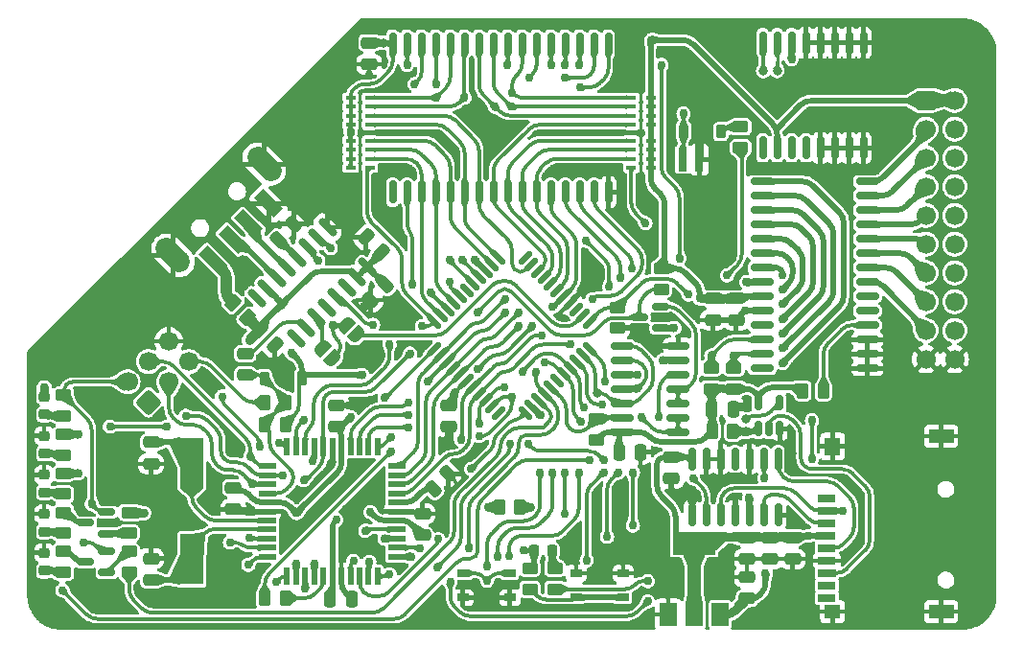
<source format=gtl>
%TF.GenerationSoftware,KiCad,Pcbnew,7.0.0*%
%TF.CreationDate,2023-03-04T18:46:55+01:00*%
%TF.ProjectId,Z80Card,5a383043-6172-4642-9e6b-696361645f70,1.1*%
%TF.SameCoordinates,Original*%
%TF.FileFunction,Copper,L1,Top*%
%TF.FilePolarity,Positive*%
%FSLAX46Y46*%
G04 Gerber Fmt 4.6, Leading zero omitted, Abs format (unit mm)*
G04 Created by KiCad (PCBNEW 7.0.0) date 2023-03-04 18:46:55*
%MOMM*%
%LPD*%
G01*
G04 APERTURE LIST*
G04 Aperture macros list*
%AMRoundRect*
0 Rectangle with rounded corners*
0 $1 Rounding radius*
0 $2 $3 $4 $5 $6 $7 $8 $9 X,Y pos of 4 corners*
0 Add a 4 corners polygon primitive as box body*
4,1,4,$2,$3,$4,$5,$6,$7,$8,$9,$2,$3,0*
0 Add four circle primitives for the rounded corners*
1,1,$1+$1,$2,$3*
1,1,$1+$1,$4,$5*
1,1,$1+$1,$6,$7*
1,1,$1+$1,$8,$9*
0 Add four rect primitives between the rounded corners*
20,1,$1+$1,$2,$3,$4,$5,0*
20,1,$1+$1,$4,$5,$6,$7,0*
20,1,$1+$1,$6,$7,$8,$9,0*
20,1,$1+$1,$8,$9,$2,$3,0*%
%AMHorizOval*
0 Thick line with rounded ends*
0 $1 width*
0 $2 $3 position (X,Y) of the first rounded end (center of the circle)*
0 $4 $5 position (X,Y) of the second rounded end (center of the circle)*
0 Add line between two ends*
20,1,$1,$2,$3,$4,$5,0*
0 Add two circle primitives to create the rounded ends*
1,1,$1,$2,$3*
1,1,$1,$4,$5*%
%AMRotRect*
0 Rectangle, with rotation*
0 The origin of the aperture is its center*
0 $1 length*
0 $2 width*
0 $3 Rotation angle, in degrees counterclockwise*
0 Add horizontal line*
21,1,$1,$2,0,0,$3*%
%AMFreePoly0*
4,1,19,0.499999,-0.750000,0.000000,-0.750000,0.000000,-0.744912,-0.071157,-0.744911,-0.207708,-0.704816,-0.327430,-0.627875,-0.420627,-0.520320,-0.479746,-0.390866,-0.500000,-0.250000,-0.500000,0.250000,-0.479746,0.390866,-0.420627,0.520320,-0.327430,0.627875,-0.207708,0.704816,-0.071157,0.744911,0.000000,0.744912,0.000000,0.750000,0.499999,0.750000,0.499999,-0.750000,0.499999,-0.750000,
$1*%
%AMFreePoly1*
4,1,19,0.000000,0.744912,0.071157,0.744911,0.207708,0.704816,0.327430,0.627875,0.420627,0.520320,0.479746,0.390866,0.500000,0.250000,0.500000,-0.250000,0.479746,-0.390866,0.420627,-0.520320,0.327430,-0.627875,0.207708,-0.704816,0.071157,-0.744911,0.000000,-0.744912,0.000000,-0.750000,-0.499999,-0.750000,-0.499999,0.750000,0.000000,0.750000,0.000000,0.744912,0.000000,0.744912,
$1*%
G04 Aperture macros list end*
%TA.AperFunction,SMDPad,CuDef*%
%ADD10C,0.300000*%
%TD*%
%TA.AperFunction,SMDPad,CuDef*%
%ADD11RoundRect,0.150000X0.150000X-0.512500X0.150000X0.512500X-0.150000X0.512500X-0.150000X-0.512500X0*%
%TD*%
%TA.AperFunction,SMDPad,CuDef*%
%ADD12RoundRect,0.250000X-0.250000X-0.475000X0.250000X-0.475000X0.250000X0.475000X-0.250000X0.475000X0*%
%TD*%
%TA.AperFunction,SMDPad,CuDef*%
%ADD13RoundRect,0.250000X0.159099X-0.512652X0.512652X-0.159099X-0.159099X0.512652X-0.512652X0.159099X0*%
%TD*%
%TA.AperFunction,ComponentPad*%
%ADD14RoundRect,0.250000X0.848528X0.000000X0.000000X0.848528X-0.848528X0.000000X0.000000X-0.848528X0*%
%TD*%
%TA.AperFunction,ComponentPad*%
%ADD15C,1.700000*%
%TD*%
%TA.AperFunction,SMDPad,CuDef*%
%ADD16RoundRect,0.250000X0.475000X-0.250000X0.475000X0.250000X-0.475000X0.250000X-0.475000X-0.250000X0*%
%TD*%
%TA.AperFunction,SMDPad,CuDef*%
%ADD17RoundRect,0.250000X-0.262500X-0.450000X0.262500X-0.450000X0.262500X0.450000X-0.262500X0.450000X0*%
%TD*%
%TA.AperFunction,SMDPad,CuDef*%
%ADD18R,1.500000X0.550000*%
%TD*%
%TA.AperFunction,SMDPad,CuDef*%
%ADD19R,0.550000X1.500000*%
%TD*%
%TA.AperFunction,SMDPad,CuDef*%
%ADD20RoundRect,0.250000X-0.503814X-0.132583X-0.132583X-0.503814X0.503814X0.132583X0.132583X0.503814X0*%
%TD*%
%TA.AperFunction,SMDPad,CuDef*%
%ADD21FreePoly0,135.000000*%
%TD*%
%TA.AperFunction,SMDPad,CuDef*%
%ADD22FreePoly1,135.000000*%
%TD*%
%TA.AperFunction,SMDPad,CuDef*%
%ADD23RoundRect,0.250000X-0.475000X0.250000X-0.475000X-0.250000X0.475000X-0.250000X0.475000X0.250000X0*%
%TD*%
%TA.AperFunction,ComponentPad*%
%ADD24RoundRect,0.250000X-0.600000X-0.600000X0.600000X-0.600000X0.600000X0.600000X-0.600000X0.600000X0*%
%TD*%
%TA.AperFunction,SMDPad,CuDef*%
%ADD25R,1.050000X0.650000*%
%TD*%
%TA.AperFunction,SMDPad,CuDef*%
%ADD26RoundRect,0.250000X0.450000X-0.262500X0.450000X0.262500X-0.450000X0.262500X-0.450000X-0.262500X0*%
%TD*%
%TA.AperFunction,SMDPad,CuDef*%
%ADD27R,0.900000X0.400000*%
%TD*%
%TA.AperFunction,SMDPad,CuDef*%
%ADD28RoundRect,0.250000X-0.450000X0.262500X-0.450000X-0.262500X0.450000X-0.262500X0.450000X0.262500X0*%
%TD*%
%TA.AperFunction,SMDPad,CuDef*%
%ADD29RoundRect,0.250000X0.250000X0.475000X-0.250000X0.475000X-0.250000X-0.475000X0.250000X-0.475000X0*%
%TD*%
%TA.AperFunction,SMDPad,CuDef*%
%ADD30R,2.000000X4.500000*%
%TD*%
%TA.AperFunction,SMDPad,CuDef*%
%ADD31RoundRect,0.250000X0.262500X0.450000X-0.262500X0.450000X-0.262500X-0.450000X0.262500X-0.450000X0*%
%TD*%
%TA.AperFunction,SMDPad,CuDef*%
%ADD32RoundRect,0.150000X0.587500X0.150000X-0.587500X0.150000X-0.587500X-0.150000X0.587500X-0.150000X0*%
%TD*%
%TA.AperFunction,SMDPad,CuDef*%
%ADD33RoundRect,0.225000X-0.225000X-0.375000X0.225000X-0.375000X0.225000X0.375000X-0.225000X0.375000X0*%
%TD*%
%TA.AperFunction,SMDPad,CuDef*%
%ADD34RoundRect,0.137500X-0.327037X-0.521491X0.521491X0.327037X0.327037X0.521491X-0.521491X-0.327037X0*%
%TD*%
%TA.AperFunction,SMDPad,CuDef*%
%ADD35RoundRect,0.137500X0.327037X-0.521491X0.521491X-0.327037X-0.327037X0.521491X-0.521491X0.327037X0*%
%TD*%
%TA.AperFunction,SMDPad,CuDef*%
%ADD36RoundRect,0.218750X-0.256250X0.218750X-0.256250X-0.218750X0.256250X-0.218750X0.256250X0.218750X0*%
%TD*%
%TA.AperFunction,SMDPad,CuDef*%
%ADD37RoundRect,0.250000X-0.512652X-0.159099X-0.159099X-0.512652X0.512652X0.159099X0.159099X0.512652X0*%
%TD*%
%TA.AperFunction,SMDPad,CuDef*%
%ADD38RoundRect,0.150000X0.150000X-0.875000X0.150000X0.875000X-0.150000X0.875000X-0.150000X-0.875000X0*%
%TD*%
%TA.AperFunction,SMDPad,CuDef*%
%ADD39R,0.800000X2.000000*%
%TD*%
%TA.AperFunction,SMDPad,CuDef*%
%ADD40RoundRect,0.250000X-0.159099X0.512652X-0.512652X0.159099X0.159099X-0.512652X0.512652X-0.159099X0*%
%TD*%
%TA.AperFunction,SMDPad,CuDef*%
%ADD41RoundRect,0.250000X0.512652X0.159099X0.159099X0.512652X-0.512652X-0.159099X-0.159099X-0.512652X0*%
%TD*%
%TA.AperFunction,SMDPad,CuDef*%
%ADD42RotRect,2.500000X1.100000X135.000000*%
%TD*%
%TA.AperFunction,ComponentPad*%
%ADD43HorizOval,1.900000X-0.565685X0.565685X0.565685X-0.565685X0*%
%TD*%
%TA.AperFunction,SMDPad,CuDef*%
%ADD44RoundRect,0.150000X0.150000X-0.825000X0.150000X0.825000X-0.150000X0.825000X-0.150000X-0.825000X0*%
%TD*%
%TA.AperFunction,SMDPad,CuDef*%
%ADD45RoundRect,0.218750X-0.218750X-0.256250X0.218750X-0.256250X0.218750X0.256250X-0.218750X0.256250X0*%
%TD*%
%TA.AperFunction,SMDPad,CuDef*%
%ADD46R,1.500000X2.000000*%
%TD*%
%TA.AperFunction,SMDPad,CuDef*%
%ADD47R,3.800000X2.000000*%
%TD*%
%TA.AperFunction,SMDPad,CuDef*%
%ADD48RoundRect,0.150000X-0.875000X-0.150000X0.875000X-0.150000X0.875000X0.150000X-0.875000X0.150000X0*%
%TD*%
%TA.AperFunction,SMDPad,CuDef*%
%ADD49RoundRect,0.225000X0.225000X0.375000X-0.225000X0.375000X-0.225000X-0.375000X0.225000X-0.375000X0*%
%TD*%
%TA.AperFunction,SMDPad,CuDef*%
%ADD50RoundRect,0.150000X-0.689429X0.477297X0.477297X-0.689429X0.689429X-0.477297X-0.477297X0.689429X0*%
%TD*%
%TA.AperFunction,SMDPad,CuDef*%
%ADD51RoundRect,0.150000X0.825000X0.150000X-0.825000X0.150000X-0.825000X-0.150000X0.825000X-0.150000X0*%
%TD*%
%TA.AperFunction,SMDPad,CuDef*%
%ADD52R,1.600000X0.700000*%
%TD*%
%TA.AperFunction,SMDPad,CuDef*%
%ADD53R,1.400000X1.200000*%
%TD*%
%TA.AperFunction,SMDPad,CuDef*%
%ADD54R,2.200000X1.200000*%
%TD*%
%TA.AperFunction,SMDPad,CuDef*%
%ADD55R,1.400000X1.600000*%
%TD*%
%TA.AperFunction,ViaPad*%
%ADD56C,0.750000*%
%TD*%
%TA.AperFunction,ViaPad*%
%ADD57C,0.800000*%
%TD*%
%TA.AperFunction,Conductor*%
%ADD58C,0.500000*%
%TD*%
%TA.AperFunction,Conductor*%
%ADD59C,0.300000*%
%TD*%
%TA.AperFunction,Conductor*%
%ADD60C,0.800000*%
%TD*%
%TA.AperFunction,Conductor*%
%ADD61C,1.000000*%
%TD*%
%TA.AperFunction,Conductor*%
%ADD62C,1.200000*%
%TD*%
%TA.AperFunction,Conductor*%
%ADD63C,0.250000*%
%TD*%
G04 APERTURE END LIST*
%TO.C,NT3*%
G36*
X151350000Y-101000000D02*
G01*
X151050000Y-101000000D01*
X151050000Y-100400000D01*
X151350000Y-100400000D01*
X151350000Y-101000000D01*
G37*
%TO.C,NT2*%
G36*
X147200000Y-104900000D02*
G01*
X146600000Y-104900000D01*
X146600000Y-104600000D01*
X147200000Y-104600000D01*
X147200000Y-104900000D01*
G37*
%TD*%
D10*
%TO.P,NT3,1,1*%
%TO.N,/CPU And Core ICs/~{BUSACK}*%
X151200000Y-100400000D03*
%TO.P,NT3,2,2*%
%TO.N,/CPU And Core ICs/LED.~{DMA}*%
X151200000Y-101000000D03*
%TD*%
D11*
%TO.P,U11,1*%
%TO.N,/CPU And Core ICs/MCU.SS*%
X166350000Y-104837500D03*
%TO.P,U11,2*%
%TO.N,/Peripherals/SPI.MISO*%
X167300000Y-104837500D03*
%TO.P,U11,3,GND*%
%TO.N,GND*%
X168250000Y-104837500D03*
%TO.P,U11,4*%
%TO.N,/CPU And Core ICs/MCU.MISO*%
X168250000Y-102562500D03*
%TO.P,U11,5,VCC*%
%TO.N,+5V*%
X166350000Y-102562500D03*
%TD*%
D12*
%TO.P,C7,1*%
%TO.N,+5V*%
X128550000Y-119900000D03*
%TO.P,C7,2*%
%TO.N,GND*%
X130450000Y-119900000D03*
%TD*%
D13*
%TO.P,C9,1*%
%TO.N,Net-(U4-AREF)*%
X137628249Y-110171751D03*
%TO.P,C9,2*%
%TO.N,GND*%
X138971751Y-108828249D03*
%TD*%
D14*
%TO.P,J3,1,MISO*%
%TO.N,/CPU And Core ICs/MCU.MISO*%
X112500000Y-102500000D03*
D15*
%TO.P,J3,2,VCC*%
%TO.N,+5V*%
X110703949Y-100703949D03*
%TO.P,J3,3,SCK*%
%TO.N,/CPU And Core ICs/MCU.SCK*%
X114296051Y-100703949D03*
%TO.P,J3,4,MOSI*%
%TO.N,/CPU And Core ICs/MCU.MOSI*%
X112500000Y-98907898D03*
%TO.P,J3,5,~{RST}*%
%TO.N,/CPU And Core ICs/RESET_BUTTON*%
X116092102Y-98907898D03*
%TO.P,J3,6,GND*%
%TO.N,GND*%
X114296051Y-97111846D03*
%TD*%
D16*
%TO.P,C19,1*%
%TO.N,GND*%
X164400000Y-95250000D03*
%TO.P,C19,2*%
%TO.N,+5V*%
X164400000Y-93350000D03*
%TD*%
D17*
%TO.P,R3,1*%
%TO.N,/CPU And Core ICs/RESET_BUTTON*%
X122787500Y-102500000D03*
%TO.P,R3,2*%
%TO.N,Net-(D2-A)*%
X124612500Y-102500000D03*
%TD*%
D10*
%TO.P,NT2,1,1*%
%TO.N,/CPU And Core ICs/~{HALT}*%
X147200000Y-104750000D03*
%TO.P,NT2,2,2*%
%TO.N,/CPU And Core ICs/LED.~{HALT}*%
X146600000Y-104750000D03*
%TD*%
D18*
%TO.P,U4,1,PB5*%
%TO.N,/CPU And Core ICs/MCU.MOSI*%
X123049999Y-108149999D03*
%TO.P,U4,2,PB6*%
%TO.N,/CPU And Core ICs/MCU.MISO*%
X123049999Y-108949999D03*
%TO.P,U4,3,PB7*%
%TO.N,/CPU And Core ICs/MCU.SCK*%
X123049999Y-109749999D03*
%TO.P,U4,4,~{RESET}*%
%TO.N,Net-(D2-A)*%
X123049999Y-110549999D03*
%TO.P,U4,5,VCC*%
%TO.N,+5V*%
X123049999Y-111349999D03*
%TO.P,U4,6,GND*%
%TO.N,GND*%
X123049999Y-112149999D03*
%TO.P,U4,7,XTAL2*%
%TO.N,Net-(U4-XTAL2)*%
X123049999Y-112949999D03*
%TO.P,U4,8,XTAL1*%
%TO.N,Net-(U4-XTAL1)*%
X123049999Y-113749999D03*
%TO.P,U4,9,PD0*%
%TO.N,/CPU And Core ICs/UART.RX*%
X123049999Y-114549999D03*
%TO.P,U4,10,PD1*%
%TO.N,/CPU And Core ICs/UART.TX*%
X123049999Y-115349999D03*
%TO.P,U4,11,PD2*%
%TO.N,/CPU And Core ICs/~{CTS}*%
X123049999Y-116149999D03*
D19*
%TO.P,U4,12,PD3*%
%TO.N,/CPU And Core ICs/BANK1*%
X124749999Y-117849999D03*
%TO.P,U4,13,PD4*%
%TO.N,/CPU And Core ICs/BANK0*%
X125549999Y-117849999D03*
%TO.P,U4,14,PD5*%
%TO.N,/CPU And Core ICs/PIN_USER*%
X126349999Y-117849999D03*
%TO.P,U4,15,PD6*%
%TO.N,/CPU And Core ICs/~{BUSRQ}*%
X127149999Y-117849999D03*
%TO.P,U4,16,PD7*%
%TO.N,Net-(U4-PD7)*%
X127949999Y-117849999D03*
%TO.P,U4,17,VCC*%
%TO.N,+5V*%
X128749999Y-117849999D03*
%TO.P,U4,18,GND*%
%TO.N,GND*%
X129549999Y-117849999D03*
%TO.P,U4,19,PC0*%
%TO.N,/CPU And Core ICs/I2C.SCL*%
X130349999Y-117849999D03*
%TO.P,U4,20,PC1*%
%TO.N,/CPU And Core ICs/I2C.SDA*%
X131149999Y-117849999D03*
%TO.P,U4,21,PC2*%
%TO.N,/CPU And Core ICs/A0*%
X131949999Y-117849999D03*
%TO.P,U4,22,PC3*%
%TO.N,/CPU And Core ICs/~{WR}*%
X132749999Y-117849999D03*
D18*
%TO.P,U4,23,PC4*%
%TO.N,/CPU And Core ICs/~{RD}*%
X134449999Y-116149999D03*
%TO.P,U4,24,PC5*%
%TO.N,/CPU And Core ICs/~{MREQ}*%
X134449999Y-115349999D03*
%TO.P,U4,25,PC6*%
%TO.N,/CPU And Core ICs/~{RESET}*%
X134449999Y-114549999D03*
%TO.P,U4,26,PC7*%
%TO.N,/CPU And Core ICs/UART.~{RTS}*%
X134449999Y-113749999D03*
%TO.P,U4,27,AVCC*%
%TO.N,+5V*%
X134449999Y-112949999D03*
%TO.P,U4,28,GND*%
%TO.N,GND*%
X134449999Y-112149999D03*
%TO.P,U4,29,AREF*%
%TO.N,Net-(U4-AREF)*%
X134449999Y-111349999D03*
%TO.P,U4,30,PA7*%
%TO.N,/CPU And Core ICs/D7*%
X134449999Y-110549999D03*
%TO.P,U4,31,PA6*%
%TO.N,/CPU And Core ICs/D6*%
X134449999Y-109749999D03*
%TO.P,U4,32,PA5*%
%TO.N,/CPU And Core ICs/D5*%
X134449999Y-108949999D03*
%TO.P,U4,33,PA4*%
%TO.N,/CPU And Core ICs/D4*%
X134449999Y-108149999D03*
D19*
%TO.P,U4,34,PA3*%
%TO.N,/CPU And Core ICs/D3*%
X132749999Y-106449999D03*
%TO.P,U4,35,PA2*%
%TO.N,/CPU And Core ICs/D2*%
X131949999Y-106449999D03*
%TO.P,U4,36,PA1*%
%TO.N,/CPU And Core ICs/D1*%
X131149999Y-106449999D03*
%TO.P,U4,37,PA0*%
%TO.N,/CPU And Core ICs/D0*%
X130349999Y-106449999D03*
%TO.P,U4,38,VCC*%
%TO.N,+5V*%
X129549999Y-106449999D03*
%TO.P,U4,39,GND*%
%TO.N,GND*%
X128749999Y-106449999D03*
%TO.P,U4,40,PB0*%
%TO.N,/CPU And Core ICs/~{WAIT_RES}*%
X127949999Y-106449999D03*
%TO.P,U4,41,PB1*%
%TO.N,/CPU And Core ICs/~{INT}*%
X127149999Y-106449999D03*
%TO.P,U4,42,PB2*%
%TO.N,/CPU And Core ICs/RAM_CS2*%
X126349999Y-106449999D03*
%TO.P,U4,43,PB3*%
%TO.N,/CPU And Core ICs/~{WAIT}*%
X125549999Y-106449999D03*
%TO.P,U4,44,PB4*%
%TO.N,/CPU And Core ICs/MCU.SS*%
X124749999Y-106449999D03*
%TD*%
D20*
%TO.P,FB1,1*%
%TO.N,Net-(J1-VBUS)*%
X119979765Y-93729765D03*
%TO.P,FB1,2*%
%TO.N,+5V*%
X121270235Y-95020235D03*
%TD*%
D21*
%TO.P,JP2,1,A*%
%TO.N,/CPU And Core ICs/~{CTS}*%
X128759619Y-98659619D03*
D22*
%TO.P,JP2,2,B*%
%TO.N,/CPU And Core ICs/UART.~{CTS}*%
X127840381Y-97740381D03*
%TD*%
D23*
%TO.P,C6,1*%
%TO.N,/CPU And Core ICs/UART.~{DTR}*%
X121050000Y-98200000D03*
%TO.P,C6,2*%
%TO.N,Net-(D2-A)*%
X121050000Y-100100000D03*
%TD*%
D24*
%TO.P,J2,1,Pin_1*%
%TO.N,+5V*%
X181160000Y-75840000D03*
D15*
%TO.P,J2,2,Pin_2*%
X183700000Y-75840000D03*
%TO.P,J2,3,Pin_3*%
%TO.N,/Peripherals/IO.A7*%
X181160000Y-78380000D03*
%TO.P,J2,4,Pin_4*%
%TO.N,/Peripherals/IO.B7*%
X183700000Y-78380000D03*
%TO.P,J2,5,Pin_5*%
%TO.N,/Peripherals/IO.A6*%
X181160000Y-80920000D03*
%TO.P,J2,6,Pin_6*%
%TO.N,/Peripherals/IO.B6*%
X183700000Y-80920000D03*
%TO.P,J2,7,Pin_7*%
%TO.N,/Peripherals/IO.A5*%
X181160000Y-83460000D03*
%TO.P,J2,8,Pin_8*%
%TO.N,/Peripherals/IO.B5*%
X183700000Y-83460000D03*
%TO.P,J2,9,Pin_9*%
%TO.N,/Peripherals/IO.A4*%
X181160000Y-86000000D03*
%TO.P,J2,10,Pin_10*%
%TO.N,/Peripherals/IO.B4*%
X183700000Y-86000000D03*
%TO.P,J2,11,Pin_11*%
%TO.N,/Peripherals/IO.A3*%
X181160000Y-88540000D03*
%TO.P,J2,12,Pin_12*%
%TO.N,/Peripherals/IO.B3*%
X183700000Y-88540000D03*
%TO.P,J2,13,Pin_13*%
%TO.N,/Peripherals/IO.A2*%
X181160000Y-91080000D03*
%TO.P,J2,14,Pin_14*%
%TO.N,/Peripherals/IO.B2*%
X183700000Y-91080000D03*
%TO.P,J2,15,Pin_15*%
%TO.N,/Peripherals/IO.A1*%
X181160000Y-93620000D03*
%TO.P,J2,16,Pin_16*%
%TO.N,/Peripherals/IO.B1*%
X183700000Y-93620000D03*
%TO.P,J2,17,Pin_17*%
%TO.N,/Peripherals/IO.A0*%
X181160000Y-96160000D03*
%TO.P,J2,18,Pin_18*%
%TO.N,/Peripherals/IO.B0*%
X183700000Y-96160000D03*
%TO.P,J2,19,Pin_19*%
%TO.N,GND*%
X181160000Y-98700000D03*
%TO.P,J2,20,Pin_20*%
X183700000Y-98700000D03*
%TD*%
D16*
%TO.P,C15,1*%
%TO.N,GND*%
X158700000Y-109250000D03*
%TO.P,C15,2*%
%TO.N,+3V3*%
X158700000Y-107350000D03*
%TD*%
D25*
%TO.P,SW2,1,A*%
%TO.N,/CPU And Core ICs/RESET_BUTTON*%
X140274999Y-117612499D03*
X144424999Y-117612499D03*
%TO.P,SW2,2,B*%
%TO.N,GND*%
X140274999Y-119762499D03*
X144424999Y-119762499D03*
%TD*%
D26*
%TO.P,R8,1*%
%TO.N,GND*%
X153900000Y-95962500D03*
%TO.P,R8,2*%
%TO.N,/CPU And Core ICs/~{RESET}*%
X153900000Y-94137500D03*
%TD*%
D27*
%TO.P,RN1,1,R1.1*%
%TO.N,/CPU And Core ICs/A6*%
X132049999Y-77999999D03*
%TO.P,RN1,2,R2.1*%
%TO.N,/CPU And Core ICs/A5*%
X132049999Y-77199999D03*
%TO.P,RN1,3,R3.1*%
%TO.N,/CPU And Core ICs/A8*%
X132049999Y-76399999D03*
%TO.P,RN1,4,R4.1*%
%TO.N,/CPU And Core ICs/A13*%
X132049999Y-75599999D03*
%TO.P,RN1,5,R4.2*%
%TO.N,+5V*%
X130349999Y-75599999D03*
%TO.P,RN1,6,R3.2*%
X130349999Y-76399999D03*
%TO.P,RN1,7,R2.2*%
X130349999Y-77199999D03*
%TO.P,RN1,8,R1.2*%
X130349999Y-77999999D03*
%TD*%
D28*
%TO.P,R16,1*%
%TO.N,/CPU And Core ICs/LED_BUFF.IOS*%
X105000000Y-108787500D03*
%TO.P,R16,2*%
%TO.N,Net-(D6-A)*%
X105000000Y-110612500D03*
%TD*%
D27*
%TO.P,RN2,1,R1.1*%
%TO.N,/CPU And Core ICs/A15*%
X132049999Y-81799999D03*
%TO.P,RN2,2,R2.1*%
%TO.N,/CPU And Core ICs/A14*%
X132049999Y-80999999D03*
%TO.P,RN2,3,R3.1*%
%TO.N,/CPU And Core ICs/A12*%
X132049999Y-80199999D03*
%TO.P,RN2,4,R4.1*%
%TO.N,/CPU And Core ICs/A7*%
X132049999Y-79399999D03*
%TO.P,RN2,5,R4.2*%
%TO.N,+5V*%
X130349999Y-79399999D03*
%TO.P,RN2,6,R3.2*%
X130349999Y-80199999D03*
%TO.P,RN2,7,R2.2*%
X130349999Y-80999999D03*
%TO.P,RN2,8,R1.2*%
X130349999Y-81799999D03*
%TD*%
D28*
%TO.P,R13,1*%
%TO.N,Net-(Q2-B)*%
X110800000Y-115687500D03*
%TO.P,R13,2*%
%TO.N,/CPU And Core ICs/LED.~{HALT}*%
X110800000Y-117512500D03*
%TD*%
D29*
%TO.P,C23,1*%
%TO.N,GND*%
X164150000Y-103100000D03*
%TO.P,C23,2*%
%TO.N,+5V*%
X162250000Y-103100000D03*
%TD*%
D28*
%TO.P,R1,1*%
%TO.N,/CPU And Core ICs/~{IORQ}*%
X152100000Y-103987500D03*
%TO.P,R1,2*%
%TO.N,+5V*%
X152100000Y-105812500D03*
%TD*%
D30*
%TO.P,Y1,1,1*%
%TO.N,Net-(U4-XTAL1)*%
X116340275Y-116364643D03*
%TO.P,Y1,2,2*%
%TO.N,Net-(U4-XTAL2)*%
X116340275Y-107864643D03*
%TD*%
D26*
%TO.P,R19,1*%
%TO.N,Net-(D4-A)*%
X105000000Y-103712500D03*
%TO.P,R19,2*%
%TO.N,+5V*%
X105000000Y-101887500D03*
%TD*%
D31*
%TO.P,R11,1*%
%TO.N,/CPU And Core ICs/MCU.SS*%
X164112500Y-105050000D03*
%TO.P,R11,2*%
%TO.N,+5V*%
X162287500Y-105050000D03*
%TD*%
D32*
%TO.P,D1,1*%
%TO.N,/CPU And Core ICs/BANK1*%
X157737500Y-95950000D03*
%TO.P,D1,2*%
%TO.N,Net-(D1-Pad2)*%
X157737500Y-94050000D03*
%TO.P,D1,3*%
%TO.N,/CPU And Core ICs/RAM_A16*%
X155862500Y-95000000D03*
%TD*%
D33*
%TO.P,D9,1,K*%
%TO.N,VD*%
X159750000Y-78600000D03*
%TO.P,D9,2,A*%
%TO.N,Net-(D9-A)*%
X163050000Y-78600000D03*
%TD*%
D28*
%TO.P,R14,1*%
%TO.N,/CPU And Core ICs/LED.~{DMA}*%
X110800000Y-112237500D03*
%TO.P,R14,2*%
%TO.N,Net-(Q1-B)*%
X110800000Y-114062500D03*
%TD*%
D34*
%TO.P,U2,1,~{CLK}*%
%TO.N,/CPU And Core ICs/~{CLK}*%
X137767581Y-97775565D03*
%TO.P,U2,2,D4*%
%TO.N,/CPU And Core ICs/D4*%
X138333266Y-98341250D03*
%TO.P,U2,3,D3*%
%TO.N,/CPU And Core ICs/D3*%
X138898952Y-98906936D03*
%TO.P,U2,4,D5*%
%TO.N,/CPU And Core ICs/D5*%
X139464637Y-99472621D03*
%TO.P,U2,5,D6*%
%TO.N,/CPU And Core ICs/D6*%
X140030322Y-100038307D03*
%TO.P,U2,6,VCC*%
%TO.N,+5V*%
X140596008Y-100603992D03*
%TO.P,U2,7,D2*%
%TO.N,/CPU And Core ICs/D2*%
X141161693Y-101169678D03*
%TO.P,U2,8,D7*%
%TO.N,/CPU And Core ICs/D7*%
X141727379Y-101735363D03*
%TO.P,U2,9,D0*%
%TO.N,/CPU And Core ICs/D0*%
X142293064Y-102301048D03*
%TO.P,U2,10,D1*%
%TO.N,/CPU And Core ICs/D1*%
X142858750Y-102866734D03*
%TO.P,U2,11,NC*%
%TO.N,unconnected-(U2-NC-Pad11)*%
X143424435Y-103432419D03*
D35*
%TO.P,U2,12,~{INT}*%
%TO.N,/CPU And Core ICs/~{INT}*%
X145775565Y-103432419D03*
%TO.P,U2,13,~{NMI}*%
%TO.N,/CPU And Core ICs/~{NMI}*%
X146341250Y-102866734D03*
%TO.P,U2,14,~{HALT}*%
%TO.N,/CPU And Core ICs/~{HALT}*%
X146906936Y-102301048D03*
%TO.P,U2,15,~{MREQ}*%
%TO.N,/CPU And Core ICs/~{MREQ}*%
X147472621Y-101735363D03*
%TO.P,U2,16,~{IORQ}*%
%TO.N,/CPU And Core ICs/~{IORQ}*%
X148038307Y-101169678D03*
%TO.P,U2,17,NC*%
%TO.N,unconnected-(U2-NC-Pad17)*%
X148603992Y-100603992D03*
%TO.P,U2,18,~{RD}*%
%TO.N,/CPU And Core ICs/~{RD}*%
X149169678Y-100038307D03*
%TO.P,U2,19,~{WR}*%
%TO.N,/CPU And Core ICs/~{WR}*%
X149735363Y-99472621D03*
%TO.P,U2,20,~{BUSACK}*%
%TO.N,/CPU And Core ICs/~{BUSACK}*%
X150301048Y-98906936D03*
%TO.P,U2,21,~{WAIT}*%
%TO.N,/CPU And Core ICs/~{WAIT}*%
X150866734Y-98341250D03*
%TO.P,U2,22,~{BUSRQ}*%
%TO.N,/CPU And Core ICs/~{BUSRQ}*%
X151432419Y-97775565D03*
D34*
%TO.P,U2,23,~{RESET}*%
%TO.N,/CPU And Core ICs/~{RESET}*%
X151432419Y-95424435D03*
%TO.P,U2,24,~{M1}*%
%TO.N,/CPU And Core ICs/~{M1}*%
X150866734Y-94858750D03*
%TO.P,U2,25,~{RFSH}*%
%TO.N,unconnected-(U2-~{RFSH}-Pad25)*%
X150301048Y-94293064D03*
%TO.P,U2,26,GND*%
%TO.N,GND*%
X149735363Y-93727379D03*
%TO.P,U2,27,A0*%
%TO.N,/CPU And Core ICs/A0*%
X149169678Y-93161693D03*
%TO.P,U2,28,A1*%
%TO.N,/CPU And Core ICs/A1*%
X148603992Y-92596008D03*
%TO.P,U2,29,A2*%
%TO.N,/CPU And Core ICs/A2*%
X148038307Y-92030322D03*
%TO.P,U2,30,A3*%
%TO.N,/CPU And Core ICs/A3*%
X147472621Y-91464637D03*
%TO.P,U2,31,A4*%
%TO.N,/CPU And Core ICs/A4*%
X146906936Y-90898952D03*
%TO.P,U2,32,A5*%
%TO.N,/CPU And Core ICs/A5*%
X146341250Y-90333266D03*
%TO.P,U2,33,NC*%
%TO.N,unconnected-(U2-NC-Pad33)*%
X145775565Y-89767581D03*
D35*
%TO.P,U2,34,A6*%
%TO.N,/CPU And Core ICs/A6*%
X143424435Y-89767581D03*
%TO.P,U2,35,A7*%
%TO.N,/CPU And Core ICs/A7*%
X142858750Y-90333266D03*
%TO.P,U2,36,A8*%
%TO.N,/CPU And Core ICs/A8*%
X142293064Y-90898952D03*
%TO.P,U2,37,A9*%
%TO.N,/CPU And Core ICs/A9*%
X141727379Y-91464637D03*
%TO.P,U2,38,A10*%
%TO.N,/CPU And Core ICs/A10*%
X141161693Y-92030322D03*
%TO.P,U2,39,NC*%
%TO.N,unconnected-(U2-NC-Pad39)*%
X140596008Y-92596008D03*
%TO.P,U2,40,A11*%
%TO.N,/CPU And Core ICs/A11*%
X140030322Y-93161693D03*
%TO.P,U2,41,A12*%
%TO.N,/CPU And Core ICs/A12*%
X139464637Y-93727379D03*
%TO.P,U2,42,A13*%
%TO.N,/CPU And Core ICs/A13*%
X138898952Y-94293064D03*
%TO.P,U2,43,A14*%
%TO.N,/CPU And Core ICs/A14*%
X138333266Y-94858750D03*
%TO.P,U2,44,A15*%
%TO.N,/CPU And Core ICs/A15*%
X137767581Y-95424435D03*
%TD*%
D36*
%TO.P,D7,1,K*%
%TO.N,GND*%
X103300000Y-115812500D03*
%TO.P,D7,2,A*%
%TO.N,Net-(D7-A)*%
X103300000Y-117387500D03*
%TD*%
D28*
%TO.P,R6,1*%
%TO.N,/CPU And Core ICs/I2C.SCL*%
X162200000Y-99487500D03*
%TO.P,R6,2*%
%TO.N,+5V*%
X162200000Y-101312500D03*
%TD*%
D37*
%TO.P,C12,1*%
%TO.N,+5V*%
X122328249Y-96128249D03*
%TO.P,C12,2*%
%TO.N,GND*%
X123671751Y-97471751D03*
%TD*%
D32*
%TO.P,Q2,1,B*%
%TO.N,Net-(Q2-B)*%
X108837499Y-117550000D03*
%TO.P,Q2,2,E*%
%TO.N,+5V*%
X108837499Y-115650000D03*
%TO.P,Q2,3,C*%
%TO.N,Net-(Q2-C)*%
X106962499Y-116600000D03*
%TD*%
D16*
%TO.P,C5,1*%
%TO.N,+5V*%
X136700000Y-114250000D03*
%TO.P,C5,2*%
%TO.N,GND*%
X136700000Y-112350000D03*
%TD*%
D38*
%TO.P,U9,1,32KHZ*%
%TO.N,unconnected-(U9-32KHZ-Pad1)*%
X166755000Y-80050000D03*
%TO.P,U9,2,VCC*%
%TO.N,+5V*%
X168025000Y-80050000D03*
%TO.P,U9,3,~{INT}/SQW*%
%TO.N,unconnected-(U9-~{INT}{slash}SQW-Pad3)*%
X169295000Y-80050000D03*
%TO.P,U9,4,~{RST}*%
%TO.N,unconnected-(U9-~{RST}-Pad4)*%
X170565000Y-80050000D03*
%TO.P,U9,5,GND*%
%TO.N,GND*%
X171835000Y-80050000D03*
%TO.P,U9,6,GND*%
X173105000Y-80050000D03*
%TO.P,U9,7,GND*%
X174375000Y-80050000D03*
%TO.P,U9,8,GND*%
X175645000Y-80050000D03*
%TO.P,U9,9,GND*%
X175645000Y-70750000D03*
%TO.P,U9,10,GND*%
X174375000Y-70750000D03*
%TO.P,U9,11,GND*%
X173105000Y-70750000D03*
%TO.P,U9,12,GND*%
X171835000Y-70750000D03*
%TO.P,U9,13,GND*%
X170565000Y-70750000D03*
%TO.P,U9,14,VBAT*%
%TO.N,VD*%
X169295000Y-70750000D03*
%TO.P,U9,15,SDA*%
%TO.N,/CPU And Core ICs/I2C.SDA*%
X168025000Y-70750000D03*
%TO.P,U9,16,SCL*%
%TO.N,/CPU And Core ICs/I2C.SCL*%
X166755000Y-70750000D03*
%TD*%
D39*
%TO.P,BT1,1,+*%
%TO.N,VD*%
X159649999Y-81081897D03*
%TO.P,BT1,2,-*%
%TO.N,GND*%
X161149999Y-81081897D03*
%TD*%
D28*
%TO.P,R17,1*%
%TO.N,Net-(Q2-C)*%
X105000000Y-115687500D03*
%TO.P,R17,2*%
%TO.N,Net-(D7-A)*%
X105000000Y-117512500D03*
%TD*%
D40*
%TO.P,C20,1*%
%TO.N,GND*%
X125321751Y-86778249D03*
%TO.P,C20,2*%
%TO.N,Net-(U8-V3)*%
X123978249Y-88121751D03*
%TD*%
D26*
%TO.P,R2,1*%
%TO.N,/CPU And Core ICs/RAM_A16*%
X157800000Y-92512500D03*
%TO.P,R2,2*%
%TO.N,+5V*%
X157800000Y-90687500D03*
%TD*%
D28*
%TO.P,R21,1*%
%TO.N,Net-(D9-A)*%
X164800000Y-78187500D03*
%TO.P,R21,2*%
%TO.N,+3V3*%
X164800000Y-80012500D03*
%TD*%
D36*
%TO.P,D5,1,K*%
%TO.N,GND*%
X103300000Y-105462500D03*
%TO.P,D5,2,A*%
%TO.N,Net-(D5-A)*%
X103300000Y-107037500D03*
%TD*%
D38*
%TO.P,U3,1,NC*%
%TO.N,unconnected-(U3-NC-Pad1)*%
X134075000Y-83950000D03*
%TO.P,U3,2,A16*%
%TO.N,/CPU And Core ICs/RAM_A16*%
X135345000Y-83950000D03*
%TO.P,U3,3,A14*%
%TO.N,/CPU And Core ICs/A14*%
X136615000Y-83950000D03*
%TO.P,U3,4,A12*%
%TO.N,/CPU And Core ICs/A12*%
X137885000Y-83950000D03*
%TO.P,U3,5,A7*%
%TO.N,/CPU And Core ICs/A7*%
X139155000Y-83950000D03*
%TO.P,U3,6,A6*%
%TO.N,/CPU And Core ICs/A6*%
X140425000Y-83950000D03*
%TO.P,U3,7,A5*%
%TO.N,/CPU And Core ICs/A5*%
X141695000Y-83950000D03*
%TO.P,U3,8,A4*%
%TO.N,/CPU And Core ICs/A4*%
X142965000Y-83950000D03*
%TO.P,U3,9,A3*%
%TO.N,/CPU And Core ICs/A3*%
X144235000Y-83950000D03*
%TO.P,U3,10,A2*%
%TO.N,/CPU And Core ICs/A2*%
X145505000Y-83950000D03*
%TO.P,U3,11,A1*%
%TO.N,/CPU And Core ICs/A1*%
X146775000Y-83950000D03*
%TO.P,U3,12,A0*%
%TO.N,/CPU And Core ICs/A0*%
X148045000Y-83950000D03*
%TO.P,U3,13,Q0*%
%TO.N,/CPU And Core ICs/D0*%
X149315000Y-83950000D03*
%TO.P,U3,14,Q1*%
%TO.N,/CPU And Core ICs/D1*%
X150585000Y-83950000D03*
%TO.P,U3,15,Q2*%
%TO.N,/CPU And Core ICs/D2*%
X151855000Y-83950000D03*
%TO.P,U3,16,GND*%
%TO.N,GND*%
X153125000Y-83950000D03*
%TO.P,U3,17,Q3*%
%TO.N,/CPU And Core ICs/D3*%
X153125000Y-70850000D03*
%TO.P,U3,18,Q4*%
%TO.N,/CPU And Core ICs/D4*%
X151855000Y-70850000D03*
%TO.P,U3,19,Q5*%
%TO.N,/CPU And Core ICs/D5*%
X150585000Y-70850000D03*
%TO.P,U3,20,Q6*%
%TO.N,/CPU And Core ICs/D6*%
X149315000Y-70850000D03*
%TO.P,U3,21,Q7*%
%TO.N,/CPU And Core ICs/D7*%
X148045000Y-70850000D03*
%TO.P,U3,22,~{CS1}*%
%TO.N,/CPU And Core ICs/~{MREQ}*%
X146775000Y-70850000D03*
%TO.P,U3,23,A10*%
%TO.N,/CPU And Core ICs/A10*%
X145505000Y-70850000D03*
%TO.P,U3,24,~{OE}*%
%TO.N,/CPU And Core ICs/~{RD}*%
X144235000Y-70850000D03*
%TO.P,U3,25,A11*%
%TO.N,/CPU And Core ICs/A11*%
X142965000Y-70850000D03*
%TO.P,U3,26,A9*%
%TO.N,/CPU And Core ICs/A9*%
X141695000Y-70850000D03*
%TO.P,U3,27,A8*%
%TO.N,/CPU And Core ICs/A8*%
X140425000Y-70850000D03*
%TO.P,U3,28,A13*%
%TO.N,/CPU And Core ICs/A13*%
X139155000Y-70850000D03*
%TO.P,U3,29,~{WE}*%
%TO.N,/CPU And Core ICs/~{WR}*%
X137885000Y-70850000D03*
%TO.P,U3,30,CS2*%
%TO.N,/CPU And Core ICs/RAM_CS2*%
X136615000Y-70850000D03*
%TO.P,U3,31,A15*%
%TO.N,/CPU And Core ICs/RAM_A15*%
X135345000Y-70850000D03*
%TO.P,U3,32,VCC*%
%TO.N,+5V*%
X134075000Y-70850000D03*
%TD*%
D36*
%TO.P,D8,1,K*%
%TO.N,GND*%
X103300000Y-112362500D03*
%TO.P,D8,2,A*%
%TO.N,Net-(D8-A)*%
X103300000Y-113937500D03*
%TD*%
D16*
%TO.P,C3,1*%
%TO.N,GND*%
X132000000Y-72650000D03*
%TO.P,C3,2*%
%TO.N,+5V*%
X132000000Y-70750000D03*
%TD*%
D41*
%TO.P,C22,1*%
%TO.N,+5V*%
X133071751Y-89271751D03*
%TO.P,C22,2*%
%TO.N,GND*%
X131728249Y-87928249D03*
%TD*%
D28*
%TO.P,R15,1*%
%TO.N,/CPU And Core ICs/LED_BUFF.IO_OP*%
X105000000Y-105337500D03*
%TO.P,R15,2*%
%TO.N,Net-(D5-A)*%
X105000000Y-107162500D03*
%TD*%
D42*
%TO.P,J1,1,VBUS*%
%TO.N,Net-(J1-VBUS)*%
X118168706Y-89918453D03*
%TO.P,J1,2,D-*%
%TO.N,/Peripherals/USB.D-*%
X119936473Y-88150686D03*
%TO.P,J1,3,D+*%
%TO.N,/Peripherals/USB.D+*%
X121350686Y-86736473D03*
%TO.P,J1,4,GND*%
%TO.N,GND*%
X123118453Y-84968706D03*
D43*
%TO.P,J1,5,Shield*%
X114668527Y-89529544D03*
X122729544Y-81468527D03*
%TD*%
D44*
%TO.P,U6,1*%
%TO.N,GND*%
X160490000Y-112475000D03*
%TO.P,U6,2*%
%TO.N,/CPU And Core ICs/MCU.SS*%
X161760000Y-112475000D03*
%TO.P,U6,3*%
%TO.N,/Peripherals/SPI.SS*%
X163030000Y-112475000D03*
%TO.P,U6,4*%
%TO.N,GND*%
X164300000Y-112475000D03*
%TO.P,U6,5*%
%TO.N,/CPU And Core ICs/MCU.MOSI*%
X165570000Y-112475000D03*
%TO.P,U6,6*%
%TO.N,/Peripherals/SPI.MOSI*%
X166840000Y-112475000D03*
%TO.P,U6,7,GND*%
%TO.N,GND*%
X168110000Y-112475000D03*
%TO.P,U6,8*%
%TO.N,/Peripherals/SPI.SCK*%
X168110000Y-107525000D03*
%TO.P,U6,9*%
%TO.N,Net-(R12-Pad2)*%
X166840000Y-107525000D03*
%TO.P,U6,10*%
%TO.N,GND*%
X165570000Y-107525000D03*
%TO.P,U6,11*%
%TO.N,unconnected-(U6-Pad11)*%
X164300000Y-107525000D03*
%TO.P,U6,12*%
%TO.N,GND*%
X163030000Y-107525000D03*
%TO.P,U6,13*%
X161760000Y-107525000D03*
%TO.P,U6,14,VCC*%
%TO.N,+3V3*%
X160490000Y-107525000D03*
%TD*%
D16*
%TO.P,C1,1*%
%TO.N,GND*%
X139050000Y-104650000D03*
%TO.P,C1,2*%
%TO.N,+5V*%
X139050000Y-102750000D03*
%TD*%
%TO.P,C18,1*%
%TO.N,GND*%
X162350000Y-95250000D03*
%TO.P,C18,2*%
%TO.N,+5V*%
X162350000Y-93350000D03*
%TD*%
D45*
%TO.P,D3,1,K*%
%TO.N,/CPU And Core ICs/PIN_USER*%
X146562500Y-115600000D03*
%TO.P,D3,2,A*%
%TO.N,Net-(D3-A)*%
X148137500Y-115600000D03*
%TD*%
D32*
%TO.P,Q1,1,B*%
%TO.N,Net-(Q1-B)*%
X108837500Y-114100000D03*
%TO.P,Q1,2,E*%
%TO.N,+5V*%
X108837500Y-112200000D03*
%TO.P,Q1,3,C*%
%TO.N,Net-(Q1-C)*%
X106962500Y-113150000D03*
%TD*%
D36*
%TO.P,D6,1,K*%
%TO.N,GND*%
X103300000Y-108912500D03*
%TO.P,D6,2,A*%
%TO.N,Net-(D6-A)*%
X103300000Y-110487500D03*
%TD*%
D27*
%TO.P,RN3,1,R1.1*%
%TO.N,/CPU And Core ICs/A10*%
X155149999Y-75599999D03*
%TO.P,RN3,2,R2.1*%
%TO.N,/CPU And Core ICs/A11*%
X155149999Y-76399999D03*
%TO.P,RN3,3,R3.1*%
%TO.N,/CPU And Core ICs/A9*%
X155149999Y-77199999D03*
%TO.P,RN3,4,R4.1*%
%TO.N,/CPU And Core ICs/A4*%
X155149999Y-77999999D03*
%TO.P,RN3,5,R4.2*%
%TO.N,+5V*%
X156849999Y-77999999D03*
%TO.P,RN3,6,R3.2*%
X156849999Y-77199999D03*
%TO.P,RN3,7,R2.2*%
X156849999Y-76399999D03*
%TO.P,RN3,8,R1.2*%
X156849999Y-75599999D03*
%TD*%
D17*
%TO.P,R4,1*%
%TO.N,Net-(D2-A)*%
X122787500Y-104450000D03*
%TO.P,R4,2*%
%TO.N,+5V*%
X124612500Y-104450000D03*
%TD*%
D23*
%TO.P,C13,1*%
%TO.N,GND*%
X165350000Y-117950000D03*
%TO.P,C13,2*%
%TO.N,+5V*%
X165350000Y-119850000D03*
%TD*%
D46*
%TO.P,U5,1,GND*%
%TO.N,GND*%
X158399999Y-121249999D03*
%TO.P,U5,2,Vout*%
%TO.N,+3V3*%
X160699999Y-121249999D03*
%TO.P,U5,3,Vin*%
%TO.N,+5V*%
X162999999Y-121249999D03*
D47*
%TO.P,U5,4,Vout*%
%TO.N,+3V3*%
X160699999Y-114949999D03*
%TD*%
D28*
%TO.P,R18,1*%
%TO.N,Net-(Q1-C)*%
X104999999Y-112237500D03*
%TO.P,R18,2*%
%TO.N,Net-(D8-A)*%
X104999999Y-114062500D03*
%TD*%
%TO.P,R7,1*%
%TO.N,/CPU And Core ICs/I2C.SDA*%
X164200000Y-99487500D03*
%TO.P,R7,2*%
%TO.N,+5V*%
X164200000Y-101312500D03*
%TD*%
D36*
%TO.P,D4,1,K*%
%TO.N,/Peripherals/SPI.SS*%
X103300000Y-102012500D03*
%TO.P,D4,2,A*%
%TO.N,Net-(D4-A)*%
X103300000Y-103587500D03*
%TD*%
D48*
%TO.P,U7,1,GPB0*%
%TO.N,/Peripherals/IO.B0*%
X166700000Y-82995000D03*
%TO.P,U7,2,GPB1*%
%TO.N,/Peripherals/IO.B1*%
X166700000Y-84265000D03*
%TO.P,U7,3,GPB2*%
%TO.N,/Peripherals/IO.B2*%
X166700000Y-85535000D03*
%TO.P,U7,4,GPB3*%
%TO.N,/Peripherals/IO.B3*%
X166700000Y-86805000D03*
%TO.P,U7,5,GPB4*%
%TO.N,/Peripherals/IO.B4*%
X166700000Y-88075000D03*
%TO.P,U7,6,GPB5*%
%TO.N,/Peripherals/IO.B5*%
X166700000Y-89345000D03*
%TO.P,U7,7,GPB6*%
%TO.N,/Peripherals/IO.B6*%
X166700000Y-90615000D03*
%TO.P,U7,8,GPB7*%
%TO.N,/Peripherals/IO.B7*%
X166700000Y-91885000D03*
%TO.P,U7,9,VDD*%
%TO.N,+5V*%
X166700000Y-93155000D03*
%TO.P,U7,10,VSS*%
%TO.N,GND*%
X166700000Y-94425000D03*
%TO.P,U7,11,NC*%
%TO.N,unconnected-(U7-NC-Pad11)*%
X166700000Y-95695000D03*
%TO.P,U7,12,SCK*%
%TO.N,/CPU And Core ICs/I2C.SCL*%
X166700000Y-96965000D03*
%TO.P,U7,13,SDA*%
%TO.N,/CPU And Core ICs/I2C.SDA*%
X166700000Y-98235000D03*
%TO.P,U7,14,NC*%
%TO.N,unconnected-(U7-NC-Pad14)*%
X166700000Y-99505000D03*
%TO.P,U7,15,A0*%
%TO.N,GND*%
X176000000Y-99505000D03*
%TO.P,U7,16,A1*%
X176000000Y-98235000D03*
%TO.P,U7,17,A2*%
X176000000Y-96965000D03*
%TO.P,U7,18,~{RESET}*%
%TO.N,Net-(U7-~{RESET})*%
X176000000Y-95695000D03*
%TO.P,U7,19,INTB*%
%TO.N,unconnected-(U7-INTB-Pad19)*%
X176000000Y-94425000D03*
%TO.P,U7,20,INTA*%
%TO.N,unconnected-(U7-INTA-Pad20)*%
X176000000Y-93155000D03*
%TO.P,U7,21,GPA0*%
%TO.N,/Peripherals/IO.A0*%
X176000000Y-91885000D03*
%TO.P,U7,22,GPA1*%
%TO.N,/Peripherals/IO.A1*%
X176000000Y-90615000D03*
%TO.P,U7,23,GPA2*%
%TO.N,/Peripherals/IO.A2*%
X176000000Y-89345000D03*
%TO.P,U7,24,GPA3*%
%TO.N,/Peripherals/IO.A3*%
X176000000Y-88075000D03*
%TO.P,U7,25,GPA4*%
%TO.N,/Peripherals/IO.A4*%
X176000000Y-86805000D03*
%TO.P,U7,26,GPA5*%
%TO.N,/Peripherals/IO.A5*%
X176000000Y-85535000D03*
%TO.P,U7,27,GPA6*%
%TO.N,/Peripherals/IO.A6*%
X176000000Y-84265000D03*
%TO.P,U7,28,GPA7*%
%TO.N,/Peripherals/IO.A7*%
X176000000Y-82995000D03*
%TD*%
D25*
%TO.P,SW1,1,A*%
%TO.N,GND*%
X150274999Y-117612499D03*
X154424999Y-117612499D03*
%TO.P,SW1,2,B*%
%TO.N,Net-(SW1-B)*%
X150274999Y-119762499D03*
X154424999Y-119762499D03*
%TD*%
D49*
%TO.P,D2,1,K*%
%TO.N,+5V*%
X126050000Y-100400000D03*
%TO.P,D2,2,A*%
%TO.N,Net-(D2-A)*%
X122750000Y-100400000D03*
%TD*%
D23*
%TO.P,C10,1*%
%TO.N,+5V*%
X120000000Y-110050000D03*
%TO.P,C10,2*%
%TO.N,GND*%
X120000000Y-111950000D03*
%TD*%
D26*
%TO.P,R9,1*%
%TO.N,+5V*%
X148400000Y-119012500D03*
%TO.P,R9,2*%
%TO.N,Net-(D3-A)*%
X148400000Y-117187500D03*
%TD*%
D17*
%TO.P,R5,1*%
%TO.N,/CPU And Core ICs/~{CLK}*%
X122787500Y-119800000D03*
%TO.P,R5,2*%
%TO.N,Net-(U4-PD7)*%
X124612500Y-119800000D03*
%TD*%
D16*
%TO.P,C11,1*%
%TO.N,+5V*%
X129100000Y-104650000D03*
%TO.P,C11,2*%
%TO.N,GND*%
X129100000Y-102750000D03*
%TD*%
%TO.P,C4,1*%
%TO.N,Net-(U4-XTAL1)*%
X112750000Y-118200000D03*
%TO.P,C4,2*%
%TO.N,GND*%
X112750000Y-116300000D03*
%TD*%
D27*
%TO.P,RN4,1,R1.1*%
%TO.N,/CPU And Core ICs/A3*%
X155149999Y-79399999D03*
%TO.P,RN4,2,R2.1*%
%TO.N,/CPU And Core ICs/A2*%
X155149999Y-80199999D03*
%TO.P,RN4,3,R3.1*%
%TO.N,/CPU And Core ICs/A1*%
X155149999Y-80999999D03*
%TO.P,RN4,4,R4.1*%
%TO.N,/CPU And Core ICs/~{NMI}*%
X155149999Y-81799999D03*
%TO.P,RN4,5,R4.2*%
%TO.N,+5V*%
X156849999Y-81799999D03*
%TO.P,RN4,6,R3.2*%
X156849999Y-80999999D03*
%TO.P,RN4,7,R2.2*%
X156849999Y-80199999D03*
%TO.P,RN4,8,R1.2*%
X156849999Y-79399999D03*
%TD*%
D29*
%TO.P,C2,1*%
%TO.N,GND*%
X155950000Y-106900000D03*
%TO.P,C2,2*%
%TO.N,+5V*%
X154050000Y-106900000D03*
%TD*%
D50*
%TO.P,U8,1,GND*%
%TO.N,GND*%
X128333054Y-87046925D03*
%TO.P,U8,2,TXD*%
%TO.N,/CPU And Core ICs/UART.RX*%
X127435029Y-87944951D03*
%TO.P,U8,3,RXD*%
%TO.N,/CPU And Core ICs/UART.TX*%
X126537003Y-88842976D03*
%TO.P,U8,4,V3*%
%TO.N,Net-(U8-V3)*%
X125638978Y-89741002D03*
%TO.P,U8,5,UD+*%
%TO.N,/Peripherals/USB.D+*%
X124740952Y-90639028D03*
%TO.P,U8,6,UD-*%
%TO.N,/Peripherals/USB.D-*%
X123842926Y-91537053D03*
%TO.P,U8,7,VBUS*%
%TO.N,+5V*%
X122944901Y-92435079D03*
%TO.P,U8,8,ACT#*%
%TO.N,unconnected-(U8-ACT#-Pad8)*%
X122046875Y-93333104D03*
%TO.P,U8,9,~{DCD}*%
%TO.N,unconnected-(U8-~{DCD}-Pad9)*%
X125547054Y-96833283D03*
%TO.P,U8,10,~{DTR}*%
%TO.N,/CPU And Core ICs/UART.~{DTR}*%
X126445079Y-95935257D03*
%TO.P,U8,11,~{RTS}*%
%TO.N,/CPU And Core ICs/UART.~{CTS}*%
X127343105Y-95037232D03*
%TO.P,U8,12,~{DSR}*%
%TO.N,unconnected-(U8-~{DSR}-Pad12)*%
X128241130Y-94139206D03*
%TO.P,U8,13,~{CTS}*%
%TO.N,/CPU And Core ICs/UART.~{RTS}*%
X129139156Y-93241180D03*
%TO.P,U8,14,~{RI}*%
%TO.N,unconnected-(U8-~{RI}-Pad14)*%
X130037182Y-92343155D03*
%TO.P,U8,15,VIO*%
%TO.N,+5V*%
X130935207Y-91445129D03*
%TO.P,U8,16,VDD5*%
X131833233Y-90547104D03*
%TD*%
D16*
%TO.P,C17,1*%
%TO.N,GND*%
X169400000Y-116350000D03*
%TO.P,C17,2*%
%TO.N,+3V3*%
X169400000Y-114450000D03*
%TD*%
D21*
%TO.P,JP1,1,A*%
%TO.N,/CPU And Core ICs/~{M1}*%
X130909619Y-96559619D03*
D22*
%TO.P,JP1,2,B*%
%TO.N,/CPU And Core ICs/~{CTS}*%
X129990381Y-95640381D03*
%TD*%
D51*
%TO.P,U1,1*%
%TO.N,/CPU And Core ICs/A15*%
X159270011Y-105135011D03*
%TO.P,U1,2*%
X159270011Y-103865011D03*
%TO.P,U1,3*%
%TO.N,Net-(D1-Pad2)*%
X159270011Y-102595011D03*
%TO.P,U1,4*%
X159270011Y-101325011D03*
%TO.P,U1,5*%
%TO.N,/CPU And Core ICs/BANK0*%
X159270011Y-100055011D03*
%TO.P,U1,6*%
%TO.N,/CPU And Core ICs/RAM_A15*%
X159270011Y-98785011D03*
%TO.P,U1,7,GND*%
%TO.N,GND*%
X159270011Y-97515011D03*
%TO.P,U1,8*%
%TO.N,/CPU And Core ICs/~{WAIT}*%
X154320011Y-97515011D03*
%TO.P,U1,9*%
%TO.N,/CPU And Core ICs/LED_BUFF.IO_OP*%
X154320011Y-98785011D03*
%TO.P,U1,10*%
%TO.N,/CPU And Core ICs/~{WAIT_RES}*%
X154320011Y-100055011D03*
%TO.P,U1,11*%
%TO.N,/CPU And Core ICs/LED_BUFF.IO_OP*%
X154320011Y-101325011D03*
%TO.P,U1,12*%
%TO.N,/CPU And Core ICs/~{WAIT}*%
X154320011Y-102595011D03*
%TO.P,U1,13*%
%TO.N,/CPU And Core ICs/~{IORQ}*%
X154320011Y-103865011D03*
%TO.P,U1,14,VCC*%
%TO.N,+5V*%
X154320011Y-105135011D03*
%TD*%
D16*
%TO.P,C14,1*%
%TO.N,GND*%
X165350000Y-116350000D03*
%TO.P,C14,2*%
%TO.N,+3V3*%
X165350000Y-114450000D03*
%TD*%
D40*
%TO.P,C21,1*%
%TO.N,+5V*%
X133446751Y-92128249D03*
%TO.P,C21,2*%
%TO.N,GND*%
X132103249Y-93471751D03*
%TD*%
D23*
%TO.P,C8,1*%
%TO.N,Net-(U4-XTAL2)*%
X112750000Y-106050000D03*
%TO.P,C8,2*%
%TO.N,GND*%
X112750000Y-107950000D03*
%TD*%
D26*
%TO.P,R10,1*%
%TO.N,Net-(SW1-B)*%
X146200000Y-119012500D03*
%TO.P,R10,2*%
%TO.N,/CPU And Core ICs/PIN_USER*%
X146200000Y-117187500D03*
%TD*%
D52*
%TO.P,J4,1,DAT2*%
%TO.N,unconnected-(J4-DAT2-Pad1)*%
X172417499Y-110999999D03*
%TO.P,J4,2,DAT3/CD*%
%TO.N,/Peripherals/SPI.SS*%
X172417499Y-112099999D03*
%TO.P,J4,3,CMD*%
%TO.N,/Peripherals/SPI.MOSI*%
X172417499Y-113199999D03*
%TO.P,J4,4,VDD*%
%TO.N,+3V3*%
X172417499Y-114299999D03*
%TO.P,J4,5,CLK*%
%TO.N,/Peripherals/SPI.SCK*%
X172417499Y-115399999D03*
%TO.P,J4,6,VSS*%
%TO.N,GND*%
X172417499Y-116499999D03*
%TO.P,J4,7,DAT0*%
%TO.N,/Peripherals/SPI.MISO*%
X172417499Y-117599999D03*
%TO.P,J4,8,DAT1*%
%TO.N,unconnected-(J4-DAT1-Pad8)*%
X172417499Y-118699999D03*
%TO.P,J4,9,CD*%
%TO.N,unconnected-(J4-CD-Pad9)*%
X172417499Y-119799999D03*
D53*
%TO.P,J4,10,SHIELD*%
%TO.N,GND*%
X172917499Y-120999999D03*
D54*
X182517499Y-120999999D03*
D55*
X172917499Y-106399999D03*
D54*
X182517499Y-105499999D03*
%TD*%
D17*
%TO.P,R12,1*%
%TO.N,/CPU And Core ICs/MCU.SCK*%
X143487500Y-111800000D03*
%TO.P,R12,2*%
%TO.N,Net-(R12-Pad2)*%
X145312500Y-111800000D03*
%TD*%
%TO.P,R20,1*%
%TO.N,+5V*%
X170287500Y-101500000D03*
%TO.P,R20,2*%
%TO.N,Net-(U7-~{RESET})*%
X172112500Y-101500000D03*
%TD*%
D16*
%TO.P,C16,1*%
%TO.N,GND*%
X167400000Y-116350000D03*
%TO.P,C16,2*%
%TO.N,+3V3*%
X167400000Y-114450000D03*
%TD*%
D56*
%TO.N,GND*%
X136800000Y-97400000D03*
X106600000Y-112000000D03*
X169400000Y-112500000D03*
D57*
X172100000Y-104700000D03*
X163600000Y-89000000D03*
D56*
X145700000Y-120200000D03*
X140400000Y-76900000D03*
X121380000Y-112150000D03*
X132000000Y-73600000D03*
D57*
X132500000Y-98400000D03*
D56*
X154300000Y-111800000D03*
D57*
X177200000Y-112100000D03*
X135800000Y-82200000D03*
D56*
X156600000Y-97000000D03*
D57*
X109000000Y-119300000D03*
X169300000Y-107000000D03*
X150000000Y-116400000D03*
D56*
X161150001Y-79100000D03*
X117500000Y-110800000D03*
X157650000Y-113950000D03*
X150900000Y-92600000D03*
X141600000Y-106600000D03*
D57*
X174900000Y-115250000D03*
D56*
X156800000Y-111800000D03*
D57*
X120200000Y-116000000D03*
X160500000Y-111249001D03*
D56*
X131500000Y-94100000D03*
D57*
X160400000Y-86000000D03*
D56*
X131550000Y-107825500D03*
D57*
X120200000Y-119450000D03*
D56*
X118200000Y-101200000D03*
X127500000Y-111975000D03*
D57*
X130000000Y-111975000D03*
X135000000Y-94900000D03*
X174900000Y-110200000D03*
D56*
X156400000Y-84700000D03*
X175600000Y-72400000D03*
X162484500Y-109995700D03*
X159750000Y-72700000D03*
X165225000Y-94425000D03*
X150000000Y-82000000D03*
D57*
X165200000Y-102900000D03*
D56*
X128700000Y-107900000D03*
D57*
X132750000Y-83900000D03*
D56*
X134200000Y-74300000D03*
X138700000Y-106000000D03*
D57*
X114600000Y-112150000D03*
D56*
X122500000Y-98500000D03*
X120200000Y-117650000D03*
X143200000Y-79400000D03*
X148800000Y-94900000D03*
X130200000Y-102750000D03*
X156500000Y-108700000D03*
X164300000Y-110950000D03*
X115800000Y-101800000D03*
X174400000Y-78000000D03*
X154400000Y-116400000D03*
X159100000Y-93200000D03*
X169400000Y-117600000D03*
%TO.N,+5V*%
X163187500Y-101300000D03*
X156600000Y-118300000D03*
X139500000Y-101700000D03*
X156900000Y-70500000D03*
X125100000Y-98100000D03*
X129100000Y-112900000D03*
X121400000Y-97000000D03*
X131400000Y-100100000D03*
X167000000Y-117600000D03*
X130350000Y-78650000D03*
X161175500Y-93350000D03*
D57*
X133250000Y-70750000D03*
D56*
X107500000Y-111500000D03*
X106800000Y-114900000D03*
X124300000Y-93850000D03*
X125600000Y-112300000D03*
X130377345Y-103827345D03*
X132100000Y-112200000D03*
%TO.N,+3V3*%
X170800000Y-114300000D03*
X171100000Y-104100000D03*
X171100000Y-107500000D03*
X163600000Y-91300000D03*
%TO.N,/CPU And Core ICs/BANK1*%
X158956451Y-95950000D03*
X154000000Y-108700000D03*
X153000000Y-114400000D03*
X123800000Y-118400000D03*
%TO.N,/CPU And Core ICs/RAM_A16*%
X135800000Y-92100000D03*
X141550000Y-94600000D03*
%TO.N,/CPU And Core ICs/PIN_USER*%
X145650000Y-115600000D03*
X126350000Y-118950000D03*
%TO.N,/Peripherals/SPI.SS*%
X173800000Y-112100000D03*
X103300000Y-101200000D03*
%TO.N,/Peripherals/IO.B7*%
X165300000Y-91900000D03*
%TO.N,/Peripherals/IO.B6*%
X168500000Y-91250000D03*
%TO.N,/Peripherals/IO.B5*%
X168500000Y-92550000D03*
%TO.N,/Peripherals/IO.B4*%
X168500000Y-93850000D03*
%TO.N,/Peripherals/IO.B3*%
X168500000Y-95150000D03*
%TO.N,/Peripherals/IO.B2*%
X168500000Y-96450000D03*
%TO.N,/Peripherals/IO.B1*%
X168500000Y-97750000D03*
%TO.N,/Peripherals/IO.B0*%
X168500000Y-99050000D03*
%TO.N,/CPU And Core ICs/MCU.MISO*%
X115800000Y-103700000D03*
D57*
X165300000Y-104000000D03*
D56*
X124400000Y-108950000D03*
%TO.N,/CPU And Core ICs/MCU.SCK*%
X142500000Y-111800000D03*
X121700000Y-109700000D03*
%TO.N,/CPU And Core ICs/MCU.MOSI*%
X165550000Y-110950000D03*
X121500000Y-107300000D03*
%TO.N,/CPU And Core ICs/RESET_BUTTON*%
X142400000Y-118250000D03*
%TO.N,/CPU And Core ICs/~{CTS}*%
X128800000Y-95700000D03*
X121325000Y-116875000D03*
%TO.N,/CPU And Core ICs/~{WAIT_RES}*%
X114149999Y-104649999D03*
X135600000Y-98200000D03*
X109100000Y-104650000D03*
X119000000Y-102000000D03*
X155700000Y-100100000D03*
X122300000Y-106400000D03*
X126200000Y-109400000D03*
%TO.N,/CPU And Core ICs/LED_BUFF.IOS*%
X106300000Y-108790000D03*
%TO.N,/CPU And Core ICs/LED.~{DMA}*%
X149250000Y-108700000D03*
X112100000Y-112300000D03*
X152600000Y-102701804D03*
X149250000Y-112400000D03*
%TO.N,/CPU And Core ICs/~{CLK}*%
X133950000Y-106850000D03*
X133350000Y-102100000D03*
%TO.N,/CPU And Core ICs/I2C.SCL*%
X139150000Y-118400000D03*
X130600000Y-116500000D03*
X162200000Y-98400000D03*
D57*
X166801800Y-73228200D03*
D56*
X156600000Y-120100000D03*
%TO.N,/CPU And Core ICs/I2C.SDA*%
X138100000Y-114600000D03*
X164200000Y-98400000D03*
D57*
X168025000Y-73228200D03*
D56*
%TO.N,/CPU And Core ICs/~{RESET}*%
X133350000Y-114550000D03*
X155300000Y-113400000D03*
X160200000Y-93000000D03*
X155300000Y-108700000D03*
D57*
%TO.N,/CPU And Core ICs/MCU.SS*%
X165250000Y-105100000D03*
D56*
X124000000Y-106100000D03*
X160600000Y-109200000D03*
%TO.N,/CPU And Core ICs/LED_BUFF.IO_OP*%
X151500000Y-107600000D03*
X104900000Y-119100000D03*
X155700000Y-101300000D03*
X106300000Y-105350000D03*
%TO.N,Net-(R12-Pad2)*%
X146200000Y-111800000D03*
X166900000Y-109200000D03*
%TO.N,/CPU And Core ICs/A15*%
X156050000Y-103850000D03*
X152700000Y-107600000D03*
X146050000Y-106200000D03*
X136650000Y-95800000D03*
%TO.N,/CPU And Core ICs/A13*%
X137900000Y-75600000D03*
X137400000Y-92800000D03*
%TO.N,/CPU And Core ICs/A11*%
X139100000Y-91900000D03*
X144550000Y-76400000D03*
%TO.N,/CPU And Core ICs/A10*%
X139100000Y-89900000D03*
X144600000Y-75150000D03*
%TO.N,/CPU And Core ICs/A9*%
X143100000Y-76400000D03*
X140200000Y-89900000D03*
%TO.N,/CPU And Core ICs/A8*%
X140400000Y-75600000D03*
X141300000Y-89900000D03*
%TO.N,/CPU And Core ICs/~{NMI}*%
X156400000Y-86700000D03*
X147125000Y-103650000D03*
D57*
%TO.N,/CPU And Core ICs/~{WAIT}*%
X152150000Y-101700000D03*
D56*
X126200000Y-104100000D03*
%TO.N,/CPU And Core ICs/RAM_A15*%
X157800000Y-72700000D03*
X157900000Y-98800000D03*
X159400000Y-89800000D03*
X135350000Y-72700000D03*
%TO.N,/CPU And Core ICs/BANK0*%
X152700000Y-108700000D03*
X125550000Y-116750000D03*
X151200000Y-116500000D03*
X157600000Y-103850000D03*
%TO.N,/CPU And Core ICs/D4*%
X144000000Y-93400000D03*
X149300000Y-73850000D03*
%TO.N,/CPU And Core ICs/D3*%
X133950000Y-105550000D03*
X150600000Y-74700000D03*
X144000000Y-94600000D03*
X137170974Y-100670974D03*
%TO.N,/CPU And Core ICs/D5*%
X150550000Y-72700000D03*
X145200000Y-94600000D03*
%TO.N,/CPU And Core ICs/D6*%
X149300000Y-72700000D03*
X145200000Y-95800000D03*
%TO.N,/CPU And Core ICs/D2*%
X140100000Y-105800000D03*
X147200000Y-96600000D03*
X135500000Y-104700000D03*
X151700000Y-93400000D03*
%TO.N,/CPU And Core ICs/D7*%
X151100000Y-88200000D03*
X148050000Y-72700000D03*
X153200000Y-92300000D03*
X149800000Y-97400000D03*
%TO.N,/CPU And Core ICs/D0*%
X154200000Y-91500000D03*
X143900000Y-101200000D03*
X135500000Y-102500000D03*
X141700000Y-104400000D03*
%TO.N,/CPU And Core ICs/D1*%
X135498861Y-103600000D03*
X144600000Y-102000000D03*
X155200000Y-90700000D03*
X141700000Y-105500000D03*
%TO.N,/CPU And Core ICs/~{INT}*%
X141000000Y-108400000D03*
X127000000Y-107700000D03*
%TO.N,/CPU And Core ICs/~{MREQ}*%
X140817219Y-115375500D03*
X136500000Y-115375500D03*
X146700000Y-99800000D03*
X146100000Y-73850000D03*
%TO.N,/CPU And Core ICs/~{RD}*%
X150680178Y-104205178D03*
X135700000Y-116150000D03*
X144200000Y-72700000D03*
X148200000Y-108700000D03*
X143350000Y-116150000D03*
X147500000Y-99000000D03*
%TO.N,/CPU And Core ICs/~{WR}*%
X133800000Y-117700000D03*
X145500000Y-99800000D03*
X137900000Y-74400000D03*
X142400000Y-117000000D03*
X147100000Y-108700000D03*
X151000000Y-103000000D03*
%TO.N,/CPU And Core ICs/~{BUSRQ}*%
X152800000Y-100700000D03*
X127150000Y-116750000D03*
X150500000Y-108700000D03*
X144350000Y-116100000D03*
%TO.N,/CPU And Core ICs/A0*%
X141600000Y-99600000D03*
X146400000Y-95800000D03*
X144400000Y-106200000D03*
X138000000Y-117100000D03*
X148200000Y-94100000D03*
X132000000Y-116600000D03*
%TO.N,/CPU And Core ICs/RAM_CS2*%
X133800000Y-97400000D03*
X136000000Y-74400000D03*
%TO.N,/CPU And Core ICs/UART.RX*%
X121400000Y-114500000D03*
X128600000Y-88900000D03*
%TO.N,/CPU And Core ICs/UART.TX*%
X127500000Y-90000000D03*
X119700000Y-114900000D03*
%TO.N,/CPU And Core ICs/UART.~{RTS}*%
X132350000Y-95650000D03*
X131650000Y-113850000D03*
%TO.N,VD*%
X169300000Y-72200000D03*
X159750000Y-77000000D03*
%TD*%
D58*
%TO.N,GND*%
X135808578Y-112150000D02*
X134450000Y-112150000D01*
X160490000Y-111266072D02*
X160490000Y-112475000D01*
X150149576Y-93313165D02*
X149321149Y-94141592D01*
X164798448Y-94851551D02*
X165225000Y-94425000D01*
X154999009Y-95962500D02*
X153900000Y-95962500D01*
D59*
X138499479Y-112000520D02*
X138475000Y-112025000D01*
D58*
X160151872Y-110900873D02*
X160500000Y-111249001D01*
X150900000Y-92600000D02*
X150881371Y-92600000D01*
X157479178Y-97515011D02*
X159270011Y-97515011D01*
D59*
X149321149Y-94141592D02*
X148883883Y-94578858D01*
D58*
X120100000Y-112050000D02*
X120000000Y-111950000D01*
D60*
X138700000Y-106000000D02*
X138875000Y-105825000D01*
D58*
X163836509Y-95250000D02*
X162350000Y-95250000D01*
X156600000Y-97000000D02*
X156857505Y-97257505D01*
X164300000Y-110950000D02*
X164300000Y-112475000D01*
X140275000Y-119762500D02*
X140337500Y-119700000D01*
X120341421Y-112150000D02*
X121380000Y-112150000D01*
D59*
X169387500Y-112487500D02*
X169400000Y-112500000D01*
X137690380Y-112350000D02*
X136975000Y-112350000D01*
D60*
X139050000Y-105402512D02*
X139050000Y-104650000D01*
X132094410Y-93505589D02*
X131500000Y-94100000D01*
D58*
X165225000Y-94425000D02*
X166700000Y-94425000D01*
D59*
X136975000Y-112350000D02*
X136425000Y-112350000D01*
X138975000Y-108828249D02*
X138971751Y-108828249D01*
D58*
X150149576Y-93313165D02*
X150849569Y-92613172D01*
D59*
X132000000Y-73600000D02*
X132000000Y-72650000D01*
X168250000Y-105625000D02*
X168250000Y-104837500D01*
D58*
X160500000Y-111249001D02*
X160495000Y-111254001D01*
X155960948Y-96360948D02*
X156600000Y-97000000D01*
D59*
X138980546Y-108830546D02*
X139546446Y-109396446D01*
X162484500Y-109995700D02*
X162122250Y-109633450D01*
D58*
X159212132Y-110600000D02*
X159425499Y-110600000D01*
X128700000Y-107900000D02*
X128725000Y-107875000D01*
X130200000Y-102750000D02*
X129100000Y-102750000D01*
X129550000Y-118436509D02*
X129550000Y-117850000D01*
D59*
X139546446Y-110103552D02*
X139100520Y-110549479D01*
X169129289Y-106100000D02*
X168725000Y-106100000D01*
D58*
X121380000Y-112150000D02*
X123050000Y-112150000D01*
D59*
X148800000Y-94900000D02*
X148800000Y-94781371D01*
D58*
X128750000Y-107814644D02*
X128750000Y-106450000D01*
X158700000Y-110087867D02*
X158700000Y-109250000D01*
D59*
X169300000Y-107000000D02*
X169300000Y-106270710D01*
X161760000Y-108758901D02*
X161760000Y-107525000D01*
D58*
X136291421Y-112350000D02*
X136425000Y-112350000D01*
D59*
X169357322Y-112475000D02*
X168110000Y-112475000D01*
D60*
X161150001Y-79100000D02*
X161150000Y-81081898D01*
X164250000Y-103000000D02*
X164150000Y-103100000D01*
X165200000Y-102900000D02*
X164491421Y-102900000D01*
D58*
X129948448Y-119398448D02*
X130450000Y-119900000D01*
D60*
X132103249Y-93484251D02*
X132103249Y-93471751D01*
D59*
X137690380Y-112349991D02*
G75*
G03*
X138474999Y-112024999I20J1109591D01*
G01*
X138499471Y-112000512D02*
G75*
G03*
X138800000Y-111275000I-725471J725512D01*
G01*
D58*
X163836509Y-95250002D02*
G75*
G03*
X164798448Y-94851551I-9J1360402D01*
G01*
X128724987Y-107874987D02*
G75*
G03*
X128750000Y-107814644I-60387J60387D01*
G01*
X158849991Y-110450009D02*
G75*
G03*
X159212132Y-110600000I362109J362109D01*
G01*
X160495008Y-111254009D02*
G75*
G03*
X160490000Y-111266072I12092J-12091D01*
G01*
X136050006Y-112249994D02*
G75*
G03*
X135808578Y-112150000I-241406J-241406D01*
G01*
D60*
X164491421Y-102900009D02*
G75*
G03*
X164250000Y-103000000I-21J-341391D01*
G01*
D58*
X155960946Y-96360950D02*
G75*
G03*
X154999009Y-95962500I-961946J-961950D01*
G01*
X150881371Y-92599987D02*
G75*
G03*
X150849570Y-92613173I29J-45013D01*
G01*
X136049994Y-112250006D02*
G75*
G03*
X136291421Y-112350000I241406J241406D01*
G01*
X120099994Y-112050006D02*
G75*
G03*
X120341421Y-112150000I241406J241406D01*
G01*
D59*
X138980547Y-108830545D02*
G75*
G03*
X138975000Y-108828249I-5547J-5555D01*
G01*
X169250003Y-106149997D02*
G75*
G03*
X169129289Y-106100000I-120703J-120703D01*
G01*
D58*
X156857509Y-97257501D02*
G75*
G03*
X157479178Y-97515011I621691J621701D01*
G01*
D59*
X168250000Y-105625000D02*
G75*
G03*
X168725000Y-106100000I475000J0D01*
G01*
X139100529Y-110549488D02*
G75*
G03*
X138800000Y-111275000I725471J-725512D01*
G01*
D58*
X158700014Y-110087867D02*
G75*
G03*
X158850001Y-110449999I512086J-33D01*
G01*
D59*
X139546447Y-110103553D02*
G75*
G03*
X139546446Y-109396446I-353547J353553D01*
G01*
D60*
X132094379Y-93505558D02*
G75*
G03*
X132103249Y-93484251I-21279J21358D01*
G01*
D59*
X161760000Y-108758901D02*
G75*
G03*
X162122250Y-109633450I1236800J1D01*
G01*
X148883897Y-94578872D02*
G75*
G03*
X148800000Y-94781371I202503J-202528D01*
G01*
D58*
X129549998Y-118436509D02*
G75*
G03*
X129948449Y-119398447I1360402J9D01*
G01*
D60*
X138874996Y-105824996D02*
G75*
G03*
X139050000Y-105402512I-422496J422496D01*
G01*
D58*
X160151863Y-110900882D02*
G75*
G03*
X159425499Y-110600000I-726363J-726318D01*
G01*
D59*
X169387493Y-112487507D02*
G75*
G03*
X169357322Y-112475000I-30193J-30193D01*
G01*
X169299995Y-106270710D02*
G75*
G03*
X169250000Y-106150000I-170695J10D01*
G01*
D58*
%TO.N,+5V*%
X167000000Y-117600000D02*
X167000000Y-118436509D01*
D59*
X107101551Y-103989051D02*
X105240275Y-102127775D01*
X105860294Y-100703949D02*
X110703949Y-100703949D01*
D58*
X168025000Y-78888490D02*
X168025000Y-80050000D01*
X169775367Y-101200000D02*
X167630330Y-101200000D01*
X121696446Y-110996446D02*
X121300520Y-110600520D01*
X128650000Y-119800000D02*
X128550000Y-119900000D01*
X122328249Y-96100000D02*
X122328249Y-95975000D01*
X156850000Y-82385786D02*
X156850000Y-82686509D01*
X154129084Y-105135011D02*
X153256546Y-105135011D01*
X154050000Y-105595948D02*
X154050000Y-106900000D01*
X166432842Y-119567156D02*
X166601551Y-119398448D01*
X156850000Y-75014214D02*
X156850000Y-76185786D01*
X159935948Y-91085948D02*
X160813284Y-91963284D01*
X133058727Y-89321609D02*
X132186786Y-90193550D01*
D59*
X108518750Y-112200000D02*
X108837500Y-112200000D01*
D58*
X161175500Y-92837750D02*
X161175500Y-93350000D01*
X162287500Y-104486509D02*
X162287500Y-103261871D01*
X157248448Y-83648448D02*
X157701551Y-84101551D01*
X156850000Y-70585355D02*
X156850000Y-75014214D01*
X132100000Y-112200000D02*
X132475000Y-112575000D01*
X170137500Y-101350000D02*
X170287500Y-101500000D01*
X126050000Y-100223223D02*
X126050000Y-99613490D01*
X158100000Y-90175367D02*
X158100000Y-85063490D01*
X166350000Y-102250000D02*
X166350000Y-102562500D01*
X154129084Y-105135011D02*
X154510937Y-105135011D01*
X124278849Y-93769027D02*
X122944901Y-92435079D01*
X180574214Y-75840000D02*
X171085990Y-75840000D01*
X126175000Y-100275000D02*
X126200000Y-100250000D01*
D59*
X130350000Y-78650000D02*
X130350000Y-81800000D01*
X154583686Y-119012500D02*
X148400000Y-119012500D01*
D58*
X152438744Y-105473755D02*
X152100000Y-105812500D01*
X124300000Y-93850000D02*
X124300000Y-93820089D01*
X164700000Y-101312500D02*
X163700000Y-101312500D01*
D59*
X106800000Y-114900000D02*
X107200000Y-114900000D01*
X130350000Y-75375000D02*
X130350000Y-75825000D01*
X125800000Y-102699009D02*
X125800000Y-100826776D01*
D58*
X163193750Y-101306250D02*
X163187500Y-101300000D01*
X139414644Y-102750000D02*
X139050000Y-102750000D01*
D59*
X132036509Y-74400000D02*
X131630330Y-74400000D01*
D58*
X133904289Y-70750000D02*
X132000000Y-70750000D01*
D59*
X130509099Y-74990900D02*
X130725000Y-74775000D01*
D60*
X122251775Y-96148224D02*
X121400000Y-97000000D01*
D59*
X155517157Y-118582842D02*
X155443750Y-118656250D01*
X125401551Y-103660948D02*
X124612500Y-104450000D01*
D58*
X166031250Y-101631250D02*
X166279289Y-101879289D01*
X129575000Y-106492677D02*
X129575000Y-107761509D01*
D59*
X107500000Y-111500000D02*
X107500000Y-104950990D01*
X130350000Y-75825000D02*
X130350000Y-78650000D01*
D58*
X164700000Y-101312500D02*
X165261719Y-101312500D01*
X158974009Y-90687500D02*
X158012132Y-90687500D01*
X166724999Y-101574999D02*
X166420710Y-101879289D01*
X162200000Y-101800000D02*
X162200000Y-103050628D01*
X131195521Y-91184814D02*
X131419019Y-90961317D01*
X156900000Y-70500000D02*
X159636509Y-70500000D01*
X127788990Y-90924500D02*
X130046437Y-90924500D01*
X160774009Y-106000000D02*
X157763490Y-106000000D01*
D60*
X162935786Y-93350000D02*
X161764214Y-93350000D01*
D59*
X107500000Y-111500000D02*
X107974609Y-111974609D01*
D58*
X129325000Y-104875000D02*
X129260757Y-104810757D01*
X126175000Y-100275000D02*
X125925000Y-100525000D01*
X162687500Y-101312500D02*
X163166161Y-101312500D01*
X128750000Y-117264214D02*
X128750000Y-118435786D01*
X166350000Y-102050000D02*
X166350000Y-102250000D01*
D60*
X165067157Y-120132842D02*
X164285875Y-120914124D01*
D58*
X161764214Y-93350000D02*
X161175500Y-93350000D01*
X125600000Y-112300000D02*
X125048448Y-111748448D01*
X124300000Y-93850000D02*
X126827051Y-91322948D01*
X139500000Y-101700000D02*
X139500000Y-102664644D01*
X133402932Y-92116803D02*
X132186786Y-90900657D01*
X122550000Y-111350000D02*
X123050001Y-111350000D01*
X156850000Y-81214214D02*
X156850000Y-82385786D01*
X131400000Y-100100000D02*
X126562132Y-100100000D01*
X128750000Y-117264214D02*
X128750000Y-113497487D01*
X134925000Y-112950000D02*
X133975000Y-112950000D01*
D61*
X181745786Y-75840000D02*
X183700000Y-75840000D01*
D58*
X154510937Y-105135011D02*
X155771520Y-105135011D01*
X156801551Y-105601551D02*
X156733459Y-105533459D01*
X128750000Y-118435786D02*
X128750000Y-119558578D01*
X125600000Y-112300000D02*
X129176551Y-108723448D01*
D59*
X133676551Y-73323447D02*
X132998448Y-74001551D01*
D58*
X156850000Y-81214214D02*
X156850000Y-76185786D01*
X164732885Y-93155000D02*
X166700000Y-93155000D01*
X120200000Y-110300000D02*
X120575000Y-110300000D01*
D59*
X105251974Y-100955923D02*
X105240275Y-100967622D01*
D58*
X129100000Y-112900000D02*
X128925000Y-113075000D01*
D59*
X156600000Y-118300000D02*
X156200000Y-118300000D01*
D58*
X133975000Y-112950000D02*
X133380330Y-112950000D01*
D60*
X122308273Y-96108273D02*
X121287912Y-95087912D01*
D58*
X167626551Y-77926551D02*
X160598448Y-70898448D01*
D59*
X108593749Y-115650000D02*
X108837499Y-115650000D01*
D58*
X133430564Y-92128249D02*
X133446751Y-92128249D01*
D60*
X121270235Y-95045235D02*
X121270235Y-95020235D01*
D58*
X163181250Y-101306250D02*
X163187500Y-101300000D01*
X133071751Y-89290168D02*
X133071751Y-89271751D01*
X135735875Y-113285875D02*
X136700000Y-114250000D01*
X130377345Y-103827345D02*
X129715447Y-104489242D01*
X131419019Y-90961317D02*
X132186786Y-90193550D01*
X156875000Y-70525000D02*
X156900000Y-70500000D01*
X124300000Y-93850000D02*
X122436612Y-95713387D01*
X170124051Y-76238448D02*
X168025000Y-78337500D01*
D60*
X163475000Y-121250000D02*
X163000000Y-121250000D01*
D58*
X129550000Y-105418198D02*
X129550000Y-106432322D01*
D60*
X162935786Y-93350000D02*
X164262114Y-93350000D01*
D59*
X139500000Y-101700000D02*
X140596008Y-100603992D01*
D58*
X125100000Y-98100000D02*
X125651551Y-98651551D01*
D59*
X108177643Y-115477643D02*
X107882842Y-115182842D01*
D58*
X163700000Y-101312500D02*
X163208838Y-101312500D01*
D61*
X181745786Y-75840000D02*
X180574214Y-75840000D01*
D58*
X120114644Y-110164644D02*
X120000000Y-110050000D01*
X124086509Y-111350000D02*
X123050000Y-111350000D01*
D59*
X134075000Y-72361509D02*
X134075000Y-70920710D01*
D58*
X161735947Y-105601551D02*
X161889051Y-105448448D01*
X156849998Y-82686509D02*
G75*
G03*
X157248449Y-83648447I1360402J9D01*
G01*
D59*
X132036509Y-74400002D02*
G75*
G03*
X132998448Y-74001551I-9J1360402D01*
G01*
X125924993Y-100524993D02*
G75*
G03*
X126050000Y-100223223I-301793J301793D01*
G01*
D58*
X163193739Y-101306261D02*
G75*
G03*
X163208838Y-101312500I15061J15061D01*
G01*
X129550000Y-105418198D02*
G75*
G03*
X129324999Y-104875001I-768200J-2D01*
G01*
X122436618Y-95713393D02*
G75*
G03*
X122328249Y-95975000I261582J-261607D01*
G01*
X166350006Y-102050000D02*
G75*
G03*
X166279289Y-101879289I-241406J0D01*
G01*
X129549991Y-106432322D02*
G75*
G03*
X129562500Y-106462500I42709J22D01*
G01*
X157949945Y-90537445D02*
G75*
G03*
X158012132Y-90687500I62155J-62155D01*
G01*
X128925004Y-113075004D02*
G75*
G03*
X128750000Y-113497487I422496J-422496D01*
G01*
X120150000Y-110250000D02*
G75*
G03*
X120200000Y-110300000I50000J0D01*
G01*
D59*
X107882845Y-115182839D02*
G75*
G03*
X107200000Y-114900000I-682845J-682861D01*
G01*
X133676550Y-73323446D02*
G75*
G03*
X134075000Y-72361509I-961950J961946D01*
G01*
D58*
X127788990Y-90924497D02*
G75*
G03*
X126827051Y-91322948I10J-1360403D01*
G01*
X135735885Y-113285865D02*
G75*
G03*
X134925000Y-112950000I-810885J-810935D01*
G01*
X156733449Y-105533469D02*
G75*
G03*
X155771520Y-105135011I-961949J-961931D01*
G01*
D59*
X108177661Y-115477625D02*
G75*
G03*
X108593749Y-115650000I416139J416125D01*
G01*
D58*
X128650006Y-119800006D02*
G75*
G03*
X128750000Y-119558578I-241406J241406D01*
G01*
X154510937Y-105135023D02*
G75*
G03*
X154185005Y-105270016I-37J-460877D01*
G01*
X161175459Y-92837750D02*
G75*
G03*
X160813284Y-91963284I-1236659J50D01*
G01*
X130674893Y-91184813D02*
G75*
G03*
X131195521Y-91184814I260314J260313D01*
G01*
X160774009Y-106000001D02*
G75*
G03*
X161735947Y-105601551I-9J1360401D01*
G01*
X166601550Y-119398447D02*
G75*
G03*
X167000000Y-118436509I-961950J961947D01*
G01*
X126050002Y-99613490D02*
G75*
G03*
X125651550Y-98651552I-1360402J-10D01*
G01*
X158100002Y-85063490D02*
G75*
G03*
X157701550Y-84101552I-1360402J-10D01*
G01*
X167630330Y-101200012D02*
G75*
G03*
X166725000Y-101575000I-30J-1280288D01*
G01*
X121300512Y-110600528D02*
G75*
G03*
X120575000Y-110300000I-725512J-725472D01*
G01*
X170137509Y-101349991D02*
G75*
G03*
X169775367Y-101200000I-362109J-362109D01*
G01*
X121696447Y-110996445D02*
G75*
G03*
X122550000Y-111350000I853553J853545D01*
G01*
D59*
X104999986Y-101547699D02*
G75*
G03*
X105240275Y-102127775I820314J-1D01*
G01*
D58*
X156875013Y-70525013D02*
G75*
G03*
X156850000Y-70585355I60387J-60387D01*
G01*
X130674880Y-91184826D02*
G75*
G03*
X130046437Y-90924500I-628480J-628474D01*
G01*
D59*
X131630330Y-74400013D02*
G75*
G03*
X130725000Y-74775000I-30J-1280287D01*
G01*
D58*
X132186773Y-90900673D02*
G75*
G03*
X131419020Y-90961317I-353173J-419027D01*
G01*
X162287511Y-103261871D02*
G75*
G03*
X162243750Y-103156250I-149411J-29D01*
G01*
X160598446Y-70898450D02*
G75*
G03*
X159636509Y-70500000I-961946J-961950D01*
G01*
D60*
X163475000Y-121249985D02*
G75*
G03*
X164285875Y-120914124I0J1146785D01*
G01*
D58*
X129327345Y-104650085D02*
G75*
G03*
X129260758Y-104810756I-45J-94115D01*
G01*
X166031244Y-101631256D02*
G75*
G03*
X165261719Y-101312500I-769544J-769544D01*
G01*
X168025002Y-78888490D02*
G75*
G03*
X167626550Y-77926552I-1360402J-10D01*
G01*
X159935946Y-91085950D02*
G75*
G03*
X158974009Y-90687500I-961946J-961950D01*
G01*
X164732885Y-93154995D02*
G75*
G03*
X164497501Y-93252501I15J-332905D01*
G01*
X126562132Y-100100014D02*
G75*
G03*
X126200001Y-100250001I-32J-512086D01*
G01*
X157950009Y-90537509D02*
G75*
G03*
X158100000Y-90175367I-362109J362109D01*
G01*
D59*
X154583686Y-119012494D02*
G75*
G03*
X155443750Y-118656250I14J1216294D01*
G01*
X105860294Y-100703932D02*
G75*
G03*
X105251974Y-100955923I6J-860268D01*
G01*
X130509099Y-74990900D02*
G75*
G03*
X130350000Y-75375000I384101J-384100D01*
G01*
D58*
X171085990Y-75839997D02*
G75*
G03*
X170124051Y-76238448I10J-1360403D01*
G01*
X125048446Y-111748450D02*
G75*
G03*
X124086509Y-111350000I-961946J-961950D01*
G01*
X154184989Y-105270000D02*
G75*
G03*
X154050000Y-105595948I325911J-325900D01*
G01*
X139414644Y-102750018D02*
G75*
G03*
X139475000Y-102725000I-44J85418D01*
G01*
X154185019Y-105270030D02*
G75*
G03*
X154129084Y-105135011I-55919J55930D01*
G01*
X134074995Y-70920710D02*
G75*
G03*
X134025000Y-70800000I-170695J10D01*
G01*
D60*
X122300000Y-96128167D02*
G75*
G03*
X122308273Y-96108273I0J11667D01*
G01*
D59*
X105240287Y-100967634D02*
G75*
G03*
X105000000Y-101547699I580013J-580066D01*
G01*
D58*
X163166161Y-101312483D02*
G75*
G03*
X163181249Y-101306249I39J21283D01*
G01*
X162199989Y-103050628D02*
G75*
G03*
X162243750Y-103156250I149411J28D01*
G01*
D59*
X156200000Y-118300004D02*
G75*
G03*
X155517157Y-118582842I0J-965696D01*
G01*
D58*
X166279290Y-101879288D02*
G75*
G03*
X166420709Y-101879288I70710J70710D01*
G01*
X133058741Y-89321623D02*
G75*
G03*
X133071751Y-89290168I-31441J31423D01*
G01*
X132474991Y-112575009D02*
G75*
G03*
X133380330Y-112950000I905309J905309D01*
G01*
X129327345Y-104650019D02*
G75*
G03*
X129715447Y-104489242I-45J548919D01*
G01*
D59*
X107500002Y-104950990D02*
G75*
G03*
X107101550Y-103989052I-1360402J-10D01*
G01*
D60*
X121270214Y-95045235D02*
G75*
G03*
X121287913Y-95087911I60386J35D01*
G01*
D58*
X124300011Y-93820089D02*
G75*
G03*
X124278849Y-93769027I-72211J-11D01*
G01*
X164262114Y-93350005D02*
G75*
G03*
X164497499Y-93252499I-14J332905D01*
G01*
X165750000Y-119850004D02*
G75*
G03*
X165067157Y-120132842I0J-965696D01*
G01*
D60*
X122308215Y-96108331D02*
G75*
G03*
X122328249Y-96100000I8285J8331D01*
G01*
D58*
X161889050Y-105448447D02*
G75*
G03*
X162287500Y-104486509I-961950J961947D01*
G01*
X156801553Y-105601549D02*
G75*
G03*
X157763490Y-106000000I961947J961949D01*
G01*
D60*
X122300000Y-96128235D02*
G75*
G03*
X122251776Y-96148225I0J-68165D01*
G01*
D58*
X139474987Y-102724987D02*
G75*
G03*
X139500000Y-102664644I-60387J60387D01*
G01*
X153256546Y-105135027D02*
G75*
G03*
X152438745Y-105473756I-46J-1156473D01*
G01*
X129575009Y-106492677D02*
G75*
G03*
X129562500Y-106462500I-42709J-23D01*
G01*
X122300000Y-96128249D02*
G75*
G03*
X122328249Y-96100000I0J28249D01*
G01*
X134025003Y-70799997D02*
G75*
G03*
X133904289Y-70750000I-120703J-120703D01*
G01*
X120150003Y-110250000D02*
G75*
G03*
X120114644Y-110164644I-120703J0D01*
G01*
X133402956Y-92116779D02*
G75*
G03*
X133430564Y-92128249I27644J27579D01*
G01*
X162687500Y-101312500D02*
G75*
G03*
X162200000Y-101800000I0J-487500D01*
G01*
D59*
X107974640Y-111974578D02*
G75*
G03*
X108518750Y-112200000I544160J544078D01*
G01*
X125401550Y-103660947D02*
G75*
G03*
X125800000Y-102699009I-961950J961947D01*
G01*
D58*
X166420715Y-101879294D02*
G75*
G03*
X166350000Y-102050000I170685J-170706D01*
G01*
D59*
X125925007Y-100525007D02*
G75*
G03*
X125800000Y-100826776I301793J-301793D01*
G01*
D58*
X129176550Y-108723447D02*
G75*
G03*
X129575000Y-107761509I-961950J961947D01*
G01*
X126049944Y-100223223D02*
G75*
G03*
X126175000Y-100275000I73256J23D01*
G01*
X132186783Y-90193547D02*
G75*
G03*
X132186786Y-90900657I353517J-353553D01*
G01*
X165750000Y-119849994D02*
G75*
G03*
X166432842Y-119567156I0J965694D01*
G01*
D59*
%TO.N,Net-(U4-XTAL1)*%
X122964644Y-113700000D02*
X118413490Y-113700000D01*
X123025000Y-113725000D02*
X123050000Y-113750000D01*
D58*
X116340276Y-116942104D02*
X116340276Y-117960533D01*
D59*
X116738724Y-114811275D02*
X117451551Y-114098448D01*
D58*
X116100809Y-118200000D02*
X112750000Y-118200000D01*
D59*
X116340276Y-115787184D02*
X116340276Y-115773214D01*
X116340276Y-115787184D02*
X116340276Y-116942104D01*
X118413490Y-113699997D02*
G75*
G03*
X117451551Y-114098448I10J-1360403D01*
G01*
X123024987Y-113725013D02*
G75*
G03*
X122964644Y-113700000I-60387J-60387D01*
G01*
D58*
X116100809Y-118199997D02*
G75*
G03*
X116270138Y-118129862I-9J239497D01*
G01*
X116270123Y-118129847D02*
G75*
G03*
X116340276Y-117960533I-169323J169347D01*
G01*
D59*
X116738709Y-114811260D02*
G75*
G03*
X116340276Y-115773214I961991J-961940D01*
G01*
%TO.N,/CPU And Core ICs/UART.~{DTR}*%
X126177450Y-95667628D02*
X126445079Y-95935257D01*
X125531338Y-95400000D02*
X124963490Y-95400000D01*
X121794454Y-98005545D02*
X124001551Y-95798448D01*
X121325000Y-98200000D02*
X121050000Y-98200000D01*
X121325000Y-98200001D02*
G75*
G03*
X121794453Y-98005544I0J663901D01*
G01*
X126177422Y-95667656D02*
G75*
G03*
X125531338Y-95400000I-646122J-646044D01*
G01*
X124963490Y-95399997D02*
G75*
G03*
X124001551Y-95798448I10J-1360403D01*
G01*
%TO.N,Net-(D2-A)*%
X123786509Y-110550000D02*
X123050000Y-110550000D01*
X123200000Y-106036509D02*
X123200000Y-105154181D01*
X122550000Y-100250000D02*
X122700000Y-100400000D01*
X122831694Y-104494194D02*
X122993750Y-104656250D01*
X123598448Y-106998448D02*
X124981801Y-108381801D01*
X124528531Y-102583968D02*
X122831694Y-104280805D01*
X124748447Y-110151551D02*
X124981801Y-109918198D01*
X122187867Y-100100000D02*
X121050000Y-100100000D01*
X124528531Y-102178531D02*
X122750000Y-100400000D01*
X124528509Y-102583946D02*
G75*
G03*
X124612500Y-102381250I-202709J202746D01*
G01*
X123786509Y-110550001D02*
G75*
G03*
X124748447Y-110151551I-9J1360401D01*
G01*
X122550009Y-100249991D02*
G75*
G03*
X122187867Y-100100000I-362109J-362109D01*
G01*
X124612531Y-102381250D02*
G75*
G03*
X124528530Y-102178532I-286731J-50D01*
G01*
X123199998Y-106036509D02*
G75*
G03*
X123598449Y-106998447I1360402J9D01*
G01*
X122831692Y-104280803D02*
G75*
G03*
X122787500Y-104387500I106708J-106697D01*
G01*
X123200007Y-105154181D02*
G75*
G03*
X122993750Y-104656250I-704207J-19D01*
G01*
X125299998Y-109150000D02*
G75*
G03*
X124981800Y-108381802I-1086398J0D01*
G01*
X124981802Y-109918199D02*
G75*
G03*
X125300000Y-109150000I-768202J768199D01*
G01*
X122787504Y-104387500D02*
G75*
G03*
X122831694Y-104494194I150896J0D01*
G01*
%TO.N,Net-(U4-XTAL2)*%
X118413490Y-112950000D02*
X123050000Y-112950000D01*
X116738724Y-111838724D02*
X117451551Y-112551551D01*
X116340276Y-108450430D02*
X116340276Y-110876785D01*
D58*
X116340276Y-107278858D02*
X116340276Y-108450430D01*
X115844743Y-106050000D02*
X112750000Y-106050000D01*
X116340276Y-107278858D02*
X116340276Y-106545532D01*
D59*
X117451553Y-112551549D02*
G75*
G03*
X118413490Y-112950000I961947J961949D01*
G01*
D58*
X116340240Y-106545532D02*
G75*
G03*
X116195138Y-106195138I-495540J32D01*
G01*
X116195109Y-106195167D02*
G75*
G03*
X115844743Y-106050000I-350409J-350333D01*
G01*
D59*
X116340298Y-110876785D02*
G75*
G03*
X116738725Y-111838723I1360402J-15D01*
G01*
D58*
%TO.N,Net-(U4-AREF)*%
X137278249Y-110171751D02*
X137628249Y-110171751D01*
X135186509Y-111350000D02*
X134450000Y-111350000D01*
X136680761Y-110419238D02*
X136148448Y-110951551D01*
X137278249Y-110171778D02*
G75*
G03*
X136680761Y-110419238I-49J-844922D01*
G01*
X135186509Y-111350002D02*
G75*
G03*
X136148448Y-110951551I-9J1360402D01*
G01*
%TO.N,+3V3*%
X160074264Y-114950000D02*
X160275735Y-114950000D01*
D59*
X163600000Y-91300000D02*
X164501551Y-90398448D01*
D58*
X169329289Y-114450000D02*
X167400000Y-114450000D01*
X159175000Y-107350000D02*
X158225000Y-107350000D01*
D59*
X164900000Y-89436509D02*
X164900000Y-80183210D01*
D58*
X158225000Y-107350000D02*
X157997487Y-107350000D01*
X158651551Y-111651551D02*
X157798448Y-110798448D01*
D60*
X161724264Y-114350000D02*
X165179289Y-114350000D01*
D58*
X157400000Y-107947487D02*
X157400000Y-109836509D01*
D59*
X164850000Y-80062500D02*
X164800000Y-80012500D01*
X171100000Y-104100000D02*
X171100000Y-107500000D01*
D58*
X169475000Y-114375000D02*
X169450000Y-114400000D01*
D60*
X169229289Y-114350000D02*
X165520710Y-114350000D01*
D58*
X169656066Y-114300000D02*
X172417500Y-114300000D01*
X159050000Y-112613490D02*
X159050000Y-113925735D01*
D62*
X160700000Y-115374264D02*
X160700000Y-121250000D01*
D58*
X160402500Y-107437500D02*
X160490000Y-107525000D01*
X160191256Y-107350000D02*
X159175000Y-107350000D01*
X169656066Y-114299986D02*
G75*
G03*
X169475000Y-114375000I34J-256114D01*
G01*
D60*
X165520710Y-114350005D02*
G75*
G03*
X165400000Y-114400000I-10J-170695D01*
G01*
X165300003Y-114399997D02*
G75*
G03*
X165179289Y-114350000I-120703J-120703D01*
G01*
D58*
X159350011Y-114649989D02*
G75*
G03*
X160074264Y-114950000I724289J724289D01*
G01*
D62*
X160700000Y-115374264D02*
G75*
G03*
X160275735Y-114950000I-424300J-36D01*
G01*
D59*
X164899995Y-80183210D02*
G75*
G03*
X164850000Y-80062500I-170695J10D01*
G01*
D58*
X157575004Y-107525004D02*
G75*
G03*
X157400000Y-107947487I422496J-422496D01*
G01*
D60*
X169350003Y-114399997D02*
G75*
G03*
X169229289Y-114350000I-120703J-120703D01*
G01*
D58*
X160402513Y-107437487D02*
G75*
G03*
X160191256Y-107350000I-211213J-211213D01*
G01*
D59*
X164501550Y-90398447D02*
G75*
G03*
X164900000Y-89436509I-961950J961947D01*
G01*
D58*
X159049986Y-113925735D02*
G75*
G03*
X159350001Y-114649999I1024314J35D01*
G01*
D60*
X161000011Y-114650011D02*
G75*
G03*
X160700000Y-115374264I724289J-724289D01*
G01*
D58*
X169329289Y-114449974D02*
G75*
G03*
X169350000Y-114400000I11J29274D01*
G01*
X157997487Y-107349995D02*
G75*
G03*
X157575000Y-107525000I13J-597505D01*
G01*
X159050002Y-112613490D02*
G75*
G03*
X158651550Y-111651552I-1360402J-10D01*
G01*
D60*
X169350000Y-114400000D02*
G75*
G03*
X169450000Y-114400000I50000J50002D01*
G01*
X161724264Y-114349986D02*
G75*
G03*
X161000001Y-114650001I36J-1024314D01*
G01*
D58*
X169329289Y-114449995D02*
G75*
G03*
X169450000Y-114400000I11J170695D01*
G01*
D60*
X165300000Y-114400000D02*
G75*
G03*
X165400000Y-114400000I50000J50002D01*
G01*
D58*
X160275735Y-114950014D02*
G75*
G03*
X160999999Y-114649999I-35J1024314D01*
G01*
X157399998Y-109836509D02*
G75*
G03*
X157798449Y-110798447I1360402J9D01*
G01*
D59*
%TO.N,/CPU And Core ICs/BANK1*%
X124550000Y-117850000D02*
X124750000Y-117850000D01*
X153000000Y-110263490D02*
X153000000Y-114400000D01*
D58*
X158956451Y-95950000D02*
X157737500Y-95950000D01*
D59*
X124208578Y-117991421D02*
X123800000Y-118400000D01*
X154000000Y-108700000D02*
X153398448Y-109301551D01*
X124550000Y-117849987D02*
G75*
G03*
X124208578Y-117991421I0J-482813D01*
G01*
X153398450Y-109301553D02*
G75*
G03*
X153000000Y-110263490I961950J-961947D01*
G01*
%TO.N,Net-(D1-Pad2)*%
X159270010Y-101325011D02*
X159270011Y-102595011D01*
X160291913Y-101058085D02*
X160451551Y-100898448D01*
X160451551Y-95551551D02*
X159348448Y-94448448D01*
X158386509Y-94050000D02*
X157737500Y-94050000D01*
X160850000Y-96513490D02*
X160850000Y-99936509D01*
X159647500Y-101325011D02*
X159270011Y-101325011D01*
X160451550Y-100898447D02*
G75*
G03*
X160850000Y-99936509I-961950J961947D01*
G01*
X159647500Y-101325017D02*
G75*
G03*
X160291912Y-101058084I0J911317D01*
G01*
X160850002Y-96513490D02*
G75*
G03*
X160451550Y-95551552I-1360402J-10D01*
G01*
X159348446Y-94448450D02*
G75*
G03*
X158386509Y-94050000I-961946J-961950D01*
G01*
%TO.N,/CPU And Core ICs/RAM_A16*%
X135345000Y-86873266D02*
X135345000Y-83950000D01*
X157343750Y-92512500D02*
X157800000Y-92512500D01*
X135800000Y-87971733D02*
X135800000Y-92100000D01*
X155862500Y-94100990D02*
X155862500Y-94964644D01*
X152701551Y-95448448D02*
X151948448Y-96201551D01*
X143420190Y-92729809D02*
X141550000Y-94600000D01*
X155777144Y-95050000D02*
X153663490Y-95050000D01*
X144529809Y-92729809D02*
X148001551Y-96201551D01*
X156564882Y-92835117D02*
X156260948Y-93139051D01*
X148963490Y-96600000D02*
X150986509Y-96600000D01*
X143975000Y-92499994D02*
G75*
G03*
X143420190Y-92729809I0J-784606D01*
G01*
X135799986Y-87971733D02*
G75*
G03*
X135572500Y-87422500I-776686J33D01*
G01*
X153663490Y-95049997D02*
G75*
G03*
X152701551Y-95448448I10J-1360403D01*
G01*
X144529805Y-92729813D02*
G75*
G03*
X143975000Y-92500000I-554805J-554787D01*
G01*
X155837487Y-95024987D02*
G75*
G03*
X155862500Y-94964644I-60387J60387D01*
G01*
X156260950Y-93139053D02*
G75*
G03*
X155862500Y-94100990I961950J-961947D01*
G01*
X155777144Y-95050018D02*
G75*
G03*
X155837500Y-95025000I-44J85418D01*
G01*
X157343750Y-92512540D02*
G75*
G03*
X156564883Y-92835118I-50J-1101460D01*
G01*
X135345014Y-86873266D02*
G75*
G03*
X135572500Y-87422500I776686J-34D01*
G01*
X150986509Y-96600002D02*
G75*
G03*
X151948448Y-96201551I-9J1360402D01*
G01*
X148001553Y-96201549D02*
G75*
G03*
X148963490Y-96600000I961947J961949D01*
G01*
D58*
%TO.N,/CPU And Core ICs/PIN_USER*%
X126350000Y-118950000D02*
X126350000Y-117850000D01*
X146381250Y-117006250D02*
X146200000Y-117187500D01*
D59*
X145650000Y-115600000D02*
X146106250Y-115600000D01*
D58*
X146562500Y-116056250D02*
X146562500Y-116568673D01*
X146381258Y-117006258D02*
G75*
G03*
X146562500Y-116568673I-437558J437558D01*
G01*
X146562500Y-116056250D02*
G75*
G03*
X146106250Y-115600000I-456200J50D01*
G01*
%TO.N,Net-(U8-V3)*%
X123998988Y-88121751D02*
X123978249Y-88121751D01*
X124034391Y-88136415D02*
X125638978Y-89741002D01*
X124034393Y-88136413D02*
G75*
G03*
X123998988Y-88121751I-35393J-35387D01*
G01*
D59*
%TO.N,/Peripherals/SPI.SS*%
X173001250Y-112100000D02*
X173800000Y-112100000D01*
X169648448Y-110498448D02*
X170851551Y-111701551D01*
X173001250Y-112100000D02*
X171833750Y-112100000D01*
D60*
X103300000Y-101200000D02*
X103300000Y-102012500D01*
D59*
X171833750Y-112100000D02*
X171813490Y-112100000D01*
X163030000Y-111329116D02*
X163030000Y-112475000D01*
X164259116Y-110100000D02*
X168686509Y-110100000D01*
X170851553Y-111701549D02*
G75*
G03*
X171813490Y-112100000I961947J961949D01*
G01*
X169648446Y-110498450D02*
G75*
G03*
X168686509Y-110100000I-961946J-961950D01*
G01*
X164259116Y-110100007D02*
G75*
G03*
X163390000Y-110460000I-16J-1229093D01*
G01*
X163389995Y-110459995D02*
G75*
G03*
X163030000Y-111329116I869105J-869105D01*
G01*
D58*
%TO.N,Net-(D3-A)*%
X148137500Y-116739384D02*
X148137500Y-115600000D01*
X148268750Y-117056250D02*
X148400000Y-117187500D01*
X148137507Y-116739384D02*
G75*
G03*
X148268750Y-117056250I448093J-16D01*
G01*
%TO.N,Net-(D4-A)*%
X103513388Y-103712500D02*
X105000000Y-103712500D01*
X103362500Y-103650000D02*
X103300000Y-103587500D01*
X103362503Y-103649997D02*
G75*
G03*
X103513388Y-103712500I150897J150897D01*
G01*
%TO.N,Net-(D5-A)*%
X104786611Y-107037500D02*
X103300000Y-107037500D01*
X104937500Y-107100000D02*
X105000000Y-107162500D01*
X104937497Y-107100003D02*
G75*
G03*
X104786611Y-107037500I-150897J-150897D01*
G01*
%TO.N,Net-(D6-A)*%
X104786611Y-110487500D02*
X103300000Y-110487500D01*
X104937500Y-110550000D02*
X105000000Y-110612500D01*
X104937497Y-110550003D02*
G75*
G03*
X104786611Y-110487500I-150897J-150897D01*
G01*
%TO.N,Net-(D7-A)*%
X104786611Y-117387500D02*
X103300000Y-117387500D01*
X104937500Y-117450000D02*
X105000000Y-117512500D01*
X104937497Y-117450003D02*
G75*
G03*
X104786611Y-117387500I-150897J-150897D01*
G01*
%TO.N,Net-(D8-A)*%
X104937499Y-114000000D02*
X104999999Y-114062500D01*
X104786610Y-113937500D02*
X103300000Y-113937500D01*
X104937496Y-114000003D02*
G75*
G03*
X104786610Y-113937500I-150896J-150897D01*
G01*
%TO.N,/Peripherals/USB.D-*%
X120196517Y-88150687D02*
X119936474Y-88150687D01*
X120640438Y-88334565D02*
X123642926Y-91337053D01*
X120640432Y-88334571D02*
G75*
G03*
X120196517Y-88150687I-443932J-443929D01*
G01*
%TO.N,/Peripherals/USB.D+*%
X121531808Y-87429884D02*
X124740952Y-90639028D01*
X121350687Y-86992618D02*
X121350687Y-86736474D01*
X121350682Y-86992618D02*
G75*
G03*
X121531808Y-87429884I618418J18D01*
G01*
%TO.N,/Peripherals/IO.B7*%
X166674393Y-91900000D02*
X165300000Y-91900000D01*
X166692500Y-91892500D02*
X166700000Y-91885000D01*
X166674393Y-91899997D02*
G75*
G03*
X166692500Y-91892500I7J25597D01*
G01*
%TO.N,/Peripherals/IO.B6*%
X168342500Y-90772500D02*
X168386862Y-90816862D01*
X167962261Y-90615000D02*
X166700000Y-90615000D01*
X168500000Y-91250000D02*
X168500000Y-91090000D01*
X168499992Y-91090000D02*
G75*
G03*
X168386862Y-90816862I-386292J0D01*
G01*
X168342511Y-90772489D02*
G75*
G03*
X167962261Y-90615000I-380211J-380211D01*
G01*
%TO.N,/Peripherals/IO.B5*%
X169400000Y-91086509D02*
X169400000Y-90763490D01*
X168943448Y-89743448D02*
X169001551Y-89801551D01*
X167981509Y-89345000D02*
X166700000Y-89345000D01*
X169001551Y-92048448D02*
X168500000Y-92550000D01*
X169001550Y-92048447D02*
G75*
G03*
X169400000Y-91086509I-961950J961947D01*
G01*
X169400002Y-90763490D02*
G75*
G03*
X169001550Y-89801552I-1360402J-10D01*
G01*
X168943446Y-89743450D02*
G75*
G03*
X167981509Y-89345000I-961946J-961950D01*
G01*
%TO.N,/Peripherals/IO.B4*%
X169273448Y-88473448D02*
X169901551Y-89101551D01*
X168311509Y-88075000D02*
X166700000Y-88075000D01*
X170300000Y-91486509D02*
X170300000Y-90063490D01*
X169901551Y-92448448D02*
X168500000Y-93850000D01*
X170300002Y-90063490D02*
G75*
G03*
X169901550Y-89101552I-1360402J-10D01*
G01*
X169901550Y-92448447D02*
G75*
G03*
X170300000Y-91486509I-961950J961947D01*
G01*
X169273446Y-88473450D02*
G75*
G03*
X168311509Y-88075000I-961946J-961950D01*
G01*
%TO.N,/Peripherals/IO.B3*%
X168500000Y-95150000D02*
X170801551Y-92848448D01*
X169241509Y-86805000D02*
X166700000Y-86805000D01*
X171200000Y-88763490D02*
X171200000Y-91886509D01*
X170203448Y-87203448D02*
X170801551Y-87801551D01*
X170801550Y-92848447D02*
G75*
G03*
X171200000Y-91886509I-961950J961947D01*
G01*
X170203446Y-87203450D02*
G75*
G03*
X169241509Y-86805000I-961946J-961950D01*
G01*
X171200002Y-88763490D02*
G75*
G03*
X170801550Y-87801552I-1360402J-10D01*
G01*
%TO.N,/Peripherals/IO.B2*%
X169371509Y-85535000D02*
X166700000Y-85535000D01*
X171701551Y-93248448D02*
X168500000Y-96450000D01*
X171701551Y-87301551D02*
X170333448Y-85933448D01*
X172100000Y-92286509D02*
X172100000Y-88263490D01*
X170333446Y-85933450D02*
G75*
G03*
X169371509Y-85535000I-961946J-961950D01*
G01*
X172100002Y-88263490D02*
G75*
G03*
X171701550Y-87301552I-1360402J-10D01*
G01*
X171701550Y-93248447D02*
G75*
G03*
X172100000Y-92286509I-961950J961947D01*
G01*
%TO.N,/Peripherals/IO.B1*%
X169601509Y-84265000D02*
X166700000Y-84265000D01*
X173000000Y-92686509D02*
X173000000Y-87663490D01*
X172601551Y-93648448D02*
X168500000Y-97750000D01*
X170563448Y-84663448D02*
X172601551Y-86701551D01*
X173000002Y-87663490D02*
G75*
G03*
X172601550Y-86701552I-1360402J-10D01*
G01*
X172601550Y-93648447D02*
G75*
G03*
X173000000Y-92686509I-961950J961947D01*
G01*
X170563446Y-84663450D02*
G75*
G03*
X169601509Y-84265000I-961946J-961950D01*
G01*
%TO.N,/Peripherals/IO.B0*%
X170236509Y-83000000D02*
X168103535Y-83000000D01*
X173501551Y-94048448D02*
X168500000Y-99050000D01*
X173501551Y-85701551D02*
X171198448Y-83398448D01*
X173900000Y-86663490D02*
X173900000Y-93086509D01*
X168091464Y-82995000D02*
X166700000Y-82995000D01*
X173501550Y-94048447D02*
G75*
G03*
X173900000Y-93086509I-961950J961947D01*
G01*
X173900002Y-86663490D02*
G75*
G03*
X173501550Y-85701552I-1360402J-10D01*
G01*
X171198446Y-83398450D02*
G75*
G03*
X170236509Y-83000000I-961946J-961950D01*
G01*
X168097490Y-82997510D02*
G75*
G03*
X168103535Y-83000000I6010J6010D01*
G01*
X168097510Y-82997490D02*
G75*
G03*
X168091464Y-82995000I-6010J-6010D01*
G01*
D59*
%TO.N,/CPU And Core ICs/MCU.MISO*%
X116736509Y-103700000D02*
X115800000Y-103700000D01*
X123575000Y-108950000D02*
X122525000Y-108950000D01*
X117698448Y-104098448D02*
X118501551Y-104901551D01*
X167510948Y-103301551D02*
X168250000Y-102562500D01*
X124400000Y-108950000D02*
X123575000Y-108950000D01*
X165812132Y-103700000D02*
X166549009Y-103700000D01*
X118900000Y-105863490D02*
X118900000Y-106775735D01*
X119924264Y-107800000D02*
X120286509Y-107800000D01*
X165300000Y-104000000D02*
X165450000Y-103850000D01*
X121248448Y-108198448D02*
X121628768Y-108578768D01*
X165812132Y-103700014D02*
G75*
G03*
X165450001Y-103850001I-32J-512086D01*
G01*
X166549009Y-103700002D02*
G75*
G03*
X167510948Y-103301551I-9J1360402D01*
G01*
X121248446Y-108198450D02*
G75*
G03*
X120286509Y-107800000I-961946J-961950D01*
G01*
X119200011Y-107499989D02*
G75*
G03*
X119924264Y-107800000I724289J724289D01*
G01*
X118900002Y-105863490D02*
G75*
G03*
X118501550Y-104901552I-1360402J-10D01*
G01*
X117698446Y-104098450D02*
G75*
G03*
X116736509Y-103700000I-961946J-961950D01*
G01*
X121628760Y-108578776D02*
G75*
G03*
X122525000Y-108950000I896240J896276D01*
G01*
X118899986Y-106775735D02*
G75*
G03*
X119200001Y-107499999I1024314J35D01*
G01*
%TO.N,/CPU And Core ICs/MCU.SCK*%
X119557089Y-108500000D02*
X119936509Y-108500000D01*
D60*
X142500000Y-111800000D02*
X143487500Y-111800000D01*
D59*
X114296051Y-102932560D02*
X114296051Y-100703949D01*
X118100000Y-106163490D02*
X118100000Y-107042910D01*
X117701551Y-105201551D02*
X117398448Y-104898448D01*
X121785355Y-109750000D02*
X123050000Y-109750000D01*
X115863490Y-104500000D02*
X116436509Y-104500000D01*
X120898448Y-108898448D02*
X121700000Y-109700000D01*
X114694499Y-103894499D02*
X114901551Y-104101551D01*
X118595150Y-108101551D02*
X118498448Y-108004849D01*
X121725000Y-109725000D02*
X121700000Y-109700000D01*
X118595152Y-108101549D02*
G75*
G03*
X119557089Y-108500000I961948J961949D01*
G01*
X114296068Y-102932560D02*
G75*
G03*
X114694499Y-103894499I1360332J-40D01*
G01*
X118100002Y-106163490D02*
G75*
G03*
X117701550Y-105201552I-1360402J-10D01*
G01*
X118099997Y-107042910D02*
G75*
G03*
X118498448Y-108004849I1360403J10D01*
G01*
X117398446Y-104898450D02*
G75*
G03*
X116436509Y-104500000I-961946J-961950D01*
G01*
X120898446Y-108898450D02*
G75*
G03*
X119936509Y-108500000I-961946J-961950D01*
G01*
X114901553Y-104101549D02*
G75*
G03*
X115863490Y-104500000I961947J961949D01*
G01*
X121725013Y-109724987D02*
G75*
G03*
X121785355Y-109750000I60387J60387D01*
G01*
%TO.N,/CPU And Core ICs/MCU.MOSI*%
X121101551Y-105701551D02*
X114706346Y-99306346D01*
X122700000Y-108150000D02*
X123050000Y-108150000D01*
D58*
X165570000Y-110984142D02*
X165570000Y-112475000D01*
X165560000Y-110960000D02*
X165550000Y-110950000D01*
D59*
X113744407Y-98907898D02*
X112500000Y-98907898D01*
X122102512Y-107902512D02*
X121500000Y-107300000D01*
X121500000Y-106663490D02*
X121500000Y-107300000D01*
D58*
X165569982Y-110984142D02*
G75*
G03*
X165560000Y-110960000I-34082J42D01*
G01*
D59*
X121500002Y-106663490D02*
G75*
G03*
X121101550Y-105701552I-1360402J-10D01*
G01*
X122102507Y-107902517D02*
G75*
G03*
X122700000Y-108150000I597493J597517D01*
G01*
X114706345Y-99306347D02*
G75*
G03*
X113744407Y-98907898I-961945J-961953D01*
G01*
%TO.N,/CPU And Core ICs/RESET_BUTTON*%
X142718750Y-117931250D02*
X142400000Y-118250000D01*
X142081250Y-117931250D02*
X142400000Y-118250000D01*
X120801551Y-102101551D02*
X118006346Y-99306346D01*
X121763490Y-102500000D02*
X122787500Y-102500000D01*
X143488280Y-117612500D02*
X144425000Y-117612500D01*
X141311719Y-117612500D02*
X140275000Y-117612500D01*
X117044407Y-98907898D02*
X116092102Y-98907898D01*
X143488280Y-117612492D02*
G75*
G03*
X142718750Y-117931250I20J-1088308D01*
G01*
X118006345Y-99306347D02*
G75*
G03*
X117044407Y-98907898I-961945J-961953D01*
G01*
X142081244Y-117931256D02*
G75*
G03*
X141311719Y-117612500I-769544J-769544D01*
G01*
X120801553Y-102101549D02*
G75*
G03*
X121763490Y-102500000I961947J961949D01*
G01*
D58*
%TO.N,Net-(D9-A)*%
X163225000Y-78425000D02*
X163050000Y-78600000D01*
X163647487Y-78250000D02*
X164693305Y-78250000D01*
X164768750Y-78218750D02*
X164800000Y-78187500D01*
X163647487Y-78249995D02*
G75*
G03*
X163225000Y-78425000I13J-597505D01*
G01*
X164693305Y-78250002D02*
G75*
G03*
X164768750Y-78218750I-5J106702D01*
G01*
D59*
%TO.N,/Peripherals/SPI.MOSI*%
X166840000Y-111314558D02*
X166840000Y-112475000D01*
X167454558Y-110700000D02*
X168136509Y-110700000D01*
X171763490Y-113200000D02*
X172417500Y-113200000D01*
X169098448Y-111098448D02*
X170801551Y-112801551D01*
X170801553Y-112801549D02*
G75*
G03*
X171763490Y-113200000I961947J961949D01*
G01*
X167020033Y-110880033D02*
G75*
G03*
X166840000Y-111314558I434467J-434567D01*
G01*
X167454558Y-110699954D02*
G75*
G03*
X167020000Y-110880000I42J-614546D01*
G01*
X169098446Y-111098450D02*
G75*
G03*
X168136509Y-110700000I-961946J-961950D01*
G01*
%TO.N,/Peripherals/SPI.SCK*%
X174800000Y-111863490D02*
X174800000Y-113536509D01*
X168110000Y-108067500D02*
X168110000Y-107525000D01*
X174401551Y-110901551D02*
X173398448Y-109898448D01*
X173882721Y-115017278D02*
X174401551Y-114498448D01*
X169563490Y-109500000D02*
X172436509Y-109500000D01*
X172958750Y-115400000D02*
X172417500Y-115400000D01*
X168601551Y-109101551D02*
X168493605Y-108993605D01*
X174800002Y-111863490D02*
G75*
G03*
X174401550Y-110901552I-1360402J-10D01*
G01*
X168601553Y-109101549D02*
G75*
G03*
X169563490Y-109500000I961947J961949D01*
G01*
X173398446Y-109898450D02*
G75*
G03*
X172436509Y-109500000I-961946J-961950D01*
G01*
X174401550Y-114498447D02*
G75*
G03*
X174800000Y-113536509I-961950J961947D01*
G01*
X172958750Y-115400032D02*
G75*
G03*
X173882721Y-115017278I-50J1306732D01*
G01*
X168109997Y-108067500D02*
G75*
G03*
X168493605Y-108993605I1309703J0D01*
G01*
%TO.N,/Peripherals/SPI.MISO*%
X174698448Y-108798448D02*
X175801551Y-109901551D01*
X174198448Y-117201551D02*
X175801551Y-115598448D01*
X171124264Y-108400000D02*
X173736509Y-108400000D01*
X167599999Y-103999999D02*
X167490034Y-104109965D01*
X167300000Y-104568750D02*
X167300000Y-104837500D01*
X170100000Y-105363490D02*
X170100000Y-107375735D01*
X176200000Y-114636509D02*
X176200000Y-110863490D01*
X169388908Y-104088908D02*
X169701551Y-104401551D01*
X173236509Y-117600000D02*
X172417500Y-117600000D01*
X168450000Y-103700000D02*
X168324264Y-103700000D01*
X170100002Y-105363490D02*
G75*
G03*
X169701550Y-104401552I-1360402J-10D01*
G01*
X167490014Y-104109945D02*
G75*
G03*
X167300000Y-104568750I458786J-458755D01*
G01*
X174698446Y-108798450D02*
G75*
G03*
X173736509Y-108400000I-961946J-961950D01*
G01*
X173236509Y-117600002D02*
G75*
G03*
X174198448Y-117201551I-9J1360402D01*
G01*
X168324264Y-103699984D02*
G75*
G03*
X167599999Y-103999999I36J-1024316D01*
G01*
X176200002Y-110863490D02*
G75*
G03*
X175801550Y-109901552I-1360402J-10D01*
G01*
X169388904Y-104088912D02*
G75*
G03*
X168450000Y-103700000I-938904J-938888D01*
G01*
X170099986Y-107375735D02*
G75*
G03*
X170400001Y-108099999I1024314J35D01*
G01*
X170400011Y-108099989D02*
G75*
G03*
X171124264Y-108400000I724289J724289D01*
G01*
X175801550Y-115598447D02*
G75*
G03*
X176200000Y-114636509I-961950J961947D01*
G01*
D61*
%TO.N,Net-(J1-VBUS)*%
X119001551Y-90751298D02*
X118168707Y-89918454D01*
X119400000Y-91713237D02*
X119400000Y-92740044D01*
X119689882Y-93439882D02*
X119979765Y-93729765D01*
X119399969Y-91713237D02*
G75*
G03*
X119001551Y-90751298I-1360369J37D01*
G01*
X119399963Y-92740044D02*
G75*
G03*
X119689882Y-93439882I989737J44D01*
G01*
D59*
%TO.N,/CPU And Core ICs/~{M1}*%
X130978553Y-96600000D02*
X137861509Y-96600000D01*
X138823448Y-96201551D02*
X142826551Y-92198448D01*
X148189252Y-95401551D02*
X144986149Y-92198448D01*
X149361993Y-95800000D02*
X149151191Y-95800000D01*
X130929809Y-96579809D02*
X130909619Y-96559619D01*
X150323932Y-95401551D02*
X150866734Y-94858750D01*
X144024210Y-91800000D02*
X143788490Y-91800000D01*
X149361993Y-95799990D02*
G75*
G03*
X150323931Y-95401550I7J1360390D01*
G01*
X137861509Y-96600002D02*
G75*
G03*
X138823448Y-96201551I-9J1360402D01*
G01*
X144986147Y-92198450D02*
G75*
G03*
X144024210Y-91800000I-961947J-961950D01*
G01*
X148189253Y-95401550D02*
G75*
G03*
X149151191Y-95800000I961947J961950D01*
G01*
X130929839Y-96579779D02*
G75*
G03*
X130978553Y-96600000I48761J48679D01*
G01*
X143788490Y-91799997D02*
G75*
G03*
X142826551Y-92198448I10J-1360403D01*
G01*
%TO.N,/CPU And Core ICs/~{CTS}*%
X129888605Y-95700000D02*
X128800000Y-95700000D01*
X129281066Y-98138171D02*
X128759619Y-98659619D01*
X121325000Y-116875000D02*
X121696446Y-116503553D01*
X129281066Y-97081066D02*
X129118198Y-96918198D01*
X122550000Y-116150000D02*
X123050000Y-116150000D01*
X129960571Y-95670190D02*
X129990381Y-95640381D01*
X128800000Y-96150000D02*
X128800000Y-95700000D01*
X129499982Y-97609619D02*
G75*
G03*
X129281066Y-97081066I-747482J19D01*
G01*
X122550000Y-116149998D02*
G75*
G03*
X121696446Y-116503553I0J-1207102D01*
G01*
X128800002Y-96150000D02*
G75*
G03*
X129118199Y-96918197I1086398J0D01*
G01*
X129281060Y-98138165D02*
G75*
G03*
X129500000Y-97609619I-528560J528565D01*
G01*
X129888605Y-95699995D02*
G75*
G03*
X129960570Y-95670189I-5J101795D01*
G01*
%TO.N,/CPU And Core ICs/UART.~{CTS}*%
X127621716Y-95215793D02*
X127403051Y-94997128D01*
X127840381Y-95743697D02*
X127840381Y-97740381D01*
X127840379Y-95743697D02*
G75*
G03*
X127621716Y-95215793I-746579J-3D01*
G01*
%TO.N,/CPU And Core ICs/~{WAIT_RES}*%
X155700000Y-100100000D02*
X155677505Y-100077505D01*
X126200000Y-109400000D02*
X126300000Y-109400000D01*
X155623198Y-100055011D02*
X154320011Y-100055011D01*
X128863389Y-101600000D02*
X131636509Y-101600000D01*
X127950000Y-102513389D02*
X127950000Y-106432675D01*
X122300000Y-105960544D02*
X122282856Y-105943400D01*
X122087867Y-105587867D02*
X119176776Y-102676776D01*
X119000000Y-102000000D02*
X119000000Y-102250000D01*
X127925500Y-106491824D02*
X127925500Y-107311009D01*
X122300000Y-106100000D02*
X122300000Y-106400000D01*
X135600000Y-98200000D02*
X132598448Y-101201551D01*
X122300000Y-106400000D02*
X122300000Y-105960544D01*
X109100000Y-104650000D02*
X114149999Y-104649999D01*
X126470710Y-109329289D02*
X127527051Y-108272948D01*
X122299989Y-106100000D02*
G75*
G03*
X122087867Y-105587867I-724289J0D01*
G01*
X128217529Y-101867529D02*
G75*
G03*
X127950000Y-102513389I645871J-645871D01*
G01*
X127527050Y-108272947D02*
G75*
G03*
X127925500Y-107311009I-961950J961947D01*
G01*
X126300000Y-109400005D02*
G75*
G03*
X126470710Y-109329289I0J241405D01*
G01*
X128863389Y-101599995D02*
G75*
G03*
X128217525Y-101867525I11J-913405D01*
G01*
X155677503Y-100077507D02*
G75*
G03*
X155623198Y-100055011I-54303J-54293D01*
G01*
X127937743Y-106462243D02*
G75*
G03*
X127925500Y-106491824I29557J-29557D01*
G01*
X127937757Y-106462257D02*
G75*
G03*
X127950000Y-106432675I-29557J29557D01*
G01*
X131636509Y-101600002D02*
G75*
G03*
X132598448Y-101201551I-9J1360402D01*
G01*
X118999985Y-102250000D02*
G75*
G03*
X119176776Y-102676776I603515J0D01*
G01*
D58*
%TO.N,/CPU And Core ICs/LED_BUFF.IOS*%
X105001250Y-108788750D02*
X105000000Y-108787500D01*
X106300000Y-108790000D02*
X105004267Y-108790000D01*
X105001259Y-108788741D02*
G75*
G03*
X105004267Y-108790000I3041J3041D01*
G01*
D59*
%TO.N,/CPU And Core ICs/~{HALT}*%
X147275000Y-104750000D02*
X147200000Y-104750000D01*
X147403032Y-104696966D02*
X147921141Y-104178858D01*
X147921141Y-103315253D02*
X146906936Y-102301048D01*
X147275000Y-104749988D02*
G75*
G03*
X147403032Y-104696966I0J181088D01*
G01*
X147921172Y-104178889D02*
G75*
G03*
X148100000Y-103747056I-431872J431789D01*
G01*
X148100019Y-103747056D02*
G75*
G03*
X147921141Y-103315253I-610719J-44D01*
G01*
%TO.N,/CPU And Core ICs/LED.~{HALT}*%
X143228768Y-107271231D02*
X139898448Y-110601551D01*
X110800000Y-119036509D02*
X110800000Y-117512500D01*
X139500000Y-113886509D02*
X139500000Y-111563490D01*
X144301551Y-105148447D02*
X143971231Y-105478768D01*
X145263490Y-104750000D02*
X146600000Y-104750000D01*
X132286509Y-121100000D02*
X112863490Y-121100000D01*
X111198448Y-119998448D02*
X111901551Y-120701551D01*
X139101551Y-114848448D02*
X133248448Y-120701551D01*
X110799998Y-119036509D02*
G75*
G03*
X111198449Y-119998447I1360402J9D01*
G01*
X111901553Y-120701549D02*
G75*
G03*
X112863490Y-121100000I961947J961949D01*
G01*
X143971224Y-105478761D02*
G75*
G03*
X143600000Y-106375000I896276J-896239D01*
G01*
X132286509Y-121100002D02*
G75*
G03*
X133248448Y-120701551I-9J1360402D01*
G01*
X145263490Y-104749996D02*
G75*
G03*
X144301551Y-105148447I10J-1360404D01*
G01*
X143228776Y-107271239D02*
G75*
G03*
X143600000Y-106375000I-896276J896239D01*
G01*
X139101550Y-114848447D02*
G75*
G03*
X139500000Y-113886509I-961950J961947D01*
G01*
X139898450Y-110601553D02*
G75*
G03*
X139500000Y-111563490I961950J-961947D01*
G01*
%TO.N,/CPU And Core ICs/~{BUSACK}*%
X150309017Y-98909017D02*
X150987867Y-99587867D01*
X150303992Y-98906936D02*
X150301048Y-98906936D01*
X151200000Y-100100000D02*
X151200000Y-100400000D01*
X151199989Y-100100000D02*
G75*
G03*
X150987867Y-99587867I-724289J0D01*
G01*
X150309012Y-98909022D02*
G75*
G03*
X150303992Y-98906936I-5012J-4978D01*
G01*
%TO.N,/CPU And Core ICs/LED.~{DMA}*%
X151200000Y-101589104D02*
X151200000Y-101000000D01*
X110831250Y-112268750D02*
X110800000Y-112237500D01*
D60*
X112100000Y-112300000D02*
X110906694Y-112300000D01*
D59*
X151587276Y-102437276D02*
X151525902Y-102375902D01*
X149250000Y-108700000D02*
X149250000Y-112400000D01*
X152225902Y-102701804D02*
X152600000Y-102701804D01*
X151199997Y-101589104D02*
G75*
G03*
X151525902Y-102375902I1112703J4D01*
G01*
X151587264Y-102437288D02*
G75*
G03*
X152225902Y-102701804I638636J638688D01*
G01*
X110831252Y-112268748D02*
G75*
G03*
X110906694Y-112300000I75448J75448D01*
G01*
D58*
%TO.N,Net-(Q1-B)*%
X110781250Y-114081250D02*
X110800000Y-114062500D01*
X110735983Y-114100000D02*
X108837500Y-114100000D01*
X110735983Y-114099993D02*
G75*
G03*
X110781250Y-114081250I17J63993D01*
G01*
%TO.N,Net-(Q1-C)*%
X106606250Y-113150000D02*
X106962500Y-113150000D01*
X105456824Y-112356824D02*
X105998093Y-112898093D01*
X105168749Y-112237500D02*
X104999999Y-112237500D01*
X105456849Y-112356799D02*
G75*
G03*
X105168749Y-112237500I-288049J-288101D01*
G01*
X105998110Y-112898076D02*
G75*
G03*
X106606250Y-113150000I608190J608176D01*
G01*
D59*
%TO.N,/CPU And Core ICs/~{IORQ}*%
X149400000Y-104075735D02*
X149400000Y-103094861D01*
X149001551Y-102132922D02*
X148038307Y-101169678D01*
X152309101Y-103865011D02*
X154320011Y-103865011D01*
X152038755Y-104048744D02*
X151336633Y-104750866D01*
X152161244Y-103926255D02*
X152038755Y-104048744D01*
X150424264Y-105100000D02*
X150493750Y-105100000D01*
X149400023Y-103094861D02*
G75*
G03*
X149001551Y-102132922I-1360423J-39D01*
G01*
X150493750Y-105100039D02*
G75*
G03*
X151336632Y-104750865I-50J1192039D01*
G01*
X149399986Y-104075735D02*
G75*
G03*
X149700001Y-104799999I1024314J35D01*
G01*
X152309101Y-103865008D02*
G75*
G03*
X152161244Y-103926255I-1J-209092D01*
G01*
X149700011Y-104799989D02*
G75*
G03*
X150424264Y-105100000I724289J724289D01*
G01*
%TO.N,/CPU And Core ICs/~{CLK}*%
X122787500Y-118575990D02*
X122787500Y-119800000D01*
X133396573Y-102100000D02*
X133350000Y-102100000D01*
X133476078Y-102067067D02*
X137767581Y-97775565D01*
X123185948Y-117614051D02*
X133950000Y-106850000D01*
X123185950Y-117614053D02*
G75*
G03*
X122787500Y-118575990I961950J-961947D01*
G01*
X133396573Y-102099961D02*
G75*
G03*
X133476077Y-102067066I27J112461D01*
G01*
%TO.N,Net-(Q2-B)*%
X110749999Y-115687500D02*
X110800000Y-115687500D01*
X110664643Y-115722855D02*
X108837499Y-117550000D01*
X110749999Y-115687496D02*
G75*
G03*
X110664643Y-115722855I1J-120704D01*
G01*
%TO.N,/CPU And Core ICs/I2C.SCL*%
X139964051Y-121001551D02*
X139548448Y-120585948D01*
X130350000Y-116926776D02*
X130350000Y-117850000D01*
X139150000Y-118400000D02*
X139150000Y-119624009D01*
X130600000Y-116500000D02*
X130475000Y-116625000D01*
X164198490Y-96965000D02*
X166700000Y-96965000D01*
X155698448Y-121001551D02*
X156600000Y-120100000D01*
X166801800Y-73228200D02*
X166801800Y-70796800D01*
X162200000Y-98400000D02*
X162200000Y-99487500D01*
X140925990Y-121400000D02*
X154736509Y-121400000D01*
X162200000Y-98400000D02*
X163236551Y-97363448D01*
X166801800Y-70796800D02*
X166755000Y-70750000D01*
X139964053Y-121001549D02*
G75*
G03*
X140925990Y-121400000I961947J961949D01*
G01*
X130475007Y-116625007D02*
G75*
G03*
X130350000Y-116926776I301793J-301793D01*
G01*
X139149998Y-119624009D02*
G75*
G03*
X139548449Y-120585947I1360402J9D01*
G01*
X164198490Y-96964997D02*
G75*
G03*
X163236551Y-97363448I10J-1360403D01*
G01*
X154736509Y-121400002D02*
G75*
G03*
X155698448Y-121001551I-9J1360402D01*
G01*
%TO.N,/CPU And Core ICs/I2C.SDA*%
X137993933Y-115006066D02*
X133748448Y-119251551D01*
X164200000Y-98400000D02*
X164200000Y-99487500D01*
X131150000Y-118375000D02*
X131150000Y-117850000D01*
X164200000Y-98400000D02*
X164282500Y-98317500D01*
X132430330Y-119650000D02*
X132786509Y-119650000D01*
X131521231Y-119271231D02*
X131525000Y-119275000D01*
X164481672Y-98235000D02*
X166700000Y-98235000D01*
D63*
X168025000Y-70750000D02*
X168025000Y-73228200D01*
D59*
X138100000Y-114600000D02*
X138100000Y-114750000D01*
X131150012Y-118375000D02*
G75*
G03*
X131521232Y-119271230I1267488J0D01*
G01*
X164481672Y-98234989D02*
G75*
G03*
X164282500Y-98317500I28J-281711D01*
G01*
X131524991Y-119275009D02*
G75*
G03*
X132430330Y-119650000I905309J905309D01*
G01*
X132786509Y-119650002D02*
G75*
G03*
X133748448Y-119251551I-9J1360402D01*
G01*
X137993927Y-115006060D02*
G75*
G03*
X138100000Y-114750000I-256027J256060D01*
G01*
%TO.N,/CPU And Core ICs/~{RESET}*%
X155300000Y-108700000D02*
X155300000Y-113400000D01*
X152320905Y-94535948D02*
X151432419Y-95424435D01*
X153282844Y-94137500D02*
X153336509Y-94137500D01*
X158236509Y-91600000D02*
X157000990Y-91600000D01*
D58*
X133350000Y-114550000D02*
X134450000Y-114550000D01*
D59*
X154298448Y-93739051D02*
X156039051Y-91998448D01*
X160200000Y-93000000D02*
X159198448Y-91998448D01*
X153282844Y-94137535D02*
G75*
G03*
X152320905Y-94535948I-44J-1360365D01*
G01*
X157000990Y-91599997D02*
G75*
G03*
X156039051Y-91998448I10J-1360403D01*
G01*
X159198446Y-91998450D02*
G75*
G03*
X158236509Y-91600000I-961946J-961950D01*
G01*
X153336509Y-94137502D02*
G75*
G03*
X154298448Y-93739051I-9J1360402D01*
G01*
D58*
%TO.N,Net-(Q2-C)*%
X106632812Y-116600000D02*
X106962499Y-116600000D01*
X105195312Y-115687500D02*
X105000000Y-115687500D01*
X106070001Y-116366876D02*
X105528731Y-115825606D01*
X105528719Y-115825618D02*
G75*
G03*
X105195312Y-115687500I-333419J-333382D01*
G01*
X106070002Y-116366875D02*
G75*
G03*
X106632812Y-116600000I562798J562775D01*
G01*
D59*
%TO.N,/CPU And Core ICs/MCU.SS*%
X161760000Y-110923490D02*
X161760000Y-112475000D01*
X160600000Y-109200000D02*
X161361551Y-109961551D01*
D58*
X165250000Y-105100000D02*
X166243307Y-105099999D01*
X124541421Y-106241421D02*
X124750000Y-106450000D01*
X124200000Y-106100000D02*
X124000000Y-106100000D01*
X164137500Y-105075000D02*
X164112500Y-105050000D01*
D59*
X166350000Y-104993306D02*
X166350000Y-104837500D01*
D58*
X165250000Y-105100000D02*
X164197855Y-105100000D01*
D59*
X166243307Y-105100001D02*
G75*
G03*
X166318750Y-105068749I-7J106701D01*
G01*
X161760002Y-110923490D02*
G75*
G03*
X161361550Y-109961552I-1360402J-10D01*
G01*
D58*
X124541412Y-106241430D02*
G75*
G03*
X124200000Y-106100000I-341412J-341370D01*
G01*
D59*
X166318749Y-105068748D02*
G75*
G03*
X166350000Y-104993306I-75449J75448D01*
G01*
D58*
X164137513Y-105074987D02*
G75*
G03*
X164197855Y-105100000I60387J60387D01*
G01*
D59*
%TO.N,/CPU And Core ICs/LED_BUFF.IO_OP*%
X155121520Y-98785011D02*
X154320011Y-98785011D01*
D58*
X155657303Y-101325011D02*
X154320011Y-101325011D01*
X155687494Y-101312505D02*
X155700000Y-101300000D01*
D59*
X141600000Y-112013490D02*
X141600000Y-115617157D01*
X156181801Y-99281801D02*
X156083459Y-99183459D01*
D58*
X105006250Y-105343750D02*
X105000000Y-105337500D01*
D59*
X140650000Y-116300000D02*
X140917157Y-116300000D01*
X141998448Y-111051551D02*
X145051551Y-107998448D01*
D58*
X106300000Y-105350000D02*
X105021338Y-105350000D01*
D59*
X151500000Y-107600000D02*
X146013490Y-107600000D01*
X107051052Y-121251052D02*
X104900000Y-119100000D01*
X139711091Y-116688908D02*
X135148947Y-121251052D01*
X156181801Y-100818198D02*
X155700000Y-101300000D01*
X108012991Y-121649501D02*
X134187008Y-121649501D01*
X107051053Y-121251051D02*
G75*
G03*
X108012991Y-121649501I961947J961951D01*
G01*
D58*
X155657303Y-101325008D02*
G75*
G03*
X155687494Y-101312505I-3J42708D01*
G01*
D59*
X141400033Y-116100033D02*
G75*
G03*
X141600000Y-115617157I-482933J482833D01*
G01*
X156499998Y-100050000D02*
G75*
G03*
X156181800Y-99281802I-1086398J0D01*
G01*
X141998450Y-111051553D02*
G75*
G03*
X141600000Y-112013490I961950J-961947D01*
G01*
X146013490Y-107599997D02*
G75*
G03*
X145051551Y-107998448I10J-1360403D01*
G01*
X156083449Y-99183469D02*
G75*
G03*
X155121520Y-98785011I-961949J-961931D01*
G01*
D58*
X105006239Y-105343761D02*
G75*
G03*
X105021338Y-105350000I15061J15061D01*
G01*
D59*
X140650000Y-116299995D02*
G75*
G03*
X139711092Y-116688909I0J-1327805D01*
G01*
X156181802Y-100818199D02*
G75*
G03*
X156500000Y-100050000I-768202J768199D01*
G01*
X134187008Y-121649502D02*
G75*
G03*
X135148947Y-121251052I-8J1360402D01*
G01*
X140917157Y-116299953D02*
G75*
G03*
X141400000Y-116100000I43J682853D01*
G01*
D60*
%TO.N,Net-(R12-Pad2)*%
X146200000Y-111800000D02*
X145312500Y-111800000D01*
D59*
X166870000Y-107555000D02*
X166840000Y-107525000D01*
X166900000Y-109200000D02*
X166900000Y-107627426D01*
X166899989Y-107627426D02*
G75*
G03*
X166870000Y-107555000I-102389J26D01*
G01*
%TO.N,/CPU And Core ICs/A15*%
X136650000Y-95800000D02*
X137126451Y-95800000D01*
X146050000Y-106200000D02*
X146350000Y-106500000D01*
X134501551Y-88901551D02*
X132198448Y-86598448D01*
X151336509Y-106800000D02*
X147074264Y-106800000D01*
X131800000Y-81925000D02*
X131800000Y-85636509D01*
X157898501Y-105135011D02*
X159270011Y-105135011D01*
X159270011Y-103865011D02*
X159270010Y-105135011D01*
X152700000Y-107600000D02*
X152298448Y-107198448D01*
X137579798Y-95236652D02*
X135298448Y-92955302D01*
X131925000Y-81800000D02*
X132050000Y-81800000D01*
X134900000Y-89863490D02*
X134900000Y-91993363D01*
X156050000Y-103850000D02*
X156936562Y-104736562D01*
X131799998Y-85636509D02*
G75*
G03*
X132198449Y-86598447I1360402J9D01*
G01*
X134900030Y-91993363D02*
G75*
G03*
X135298448Y-92955302I1360370J-37D01*
G01*
X137126451Y-95800044D02*
G75*
G03*
X137579798Y-95612217I-51J641144D01*
G01*
X156936556Y-104736568D02*
G75*
G03*
X157898501Y-105135011I961944J961968D01*
G01*
X152298446Y-107198450D02*
G75*
G03*
X151336509Y-106800000I-961946J-961950D01*
G01*
X131925000Y-81800000D02*
G75*
G03*
X131800000Y-81925000I0J-125000D01*
G01*
X137579763Y-95612182D02*
G75*
G03*
X137579798Y-95236652I-187763J187782D01*
G01*
X146350011Y-106499989D02*
G75*
G03*
X147074264Y-106800000I724289J724289D01*
G01*
X134900002Y-89863490D02*
G75*
G03*
X134501550Y-88901552I-1360402J-10D01*
G01*
%TO.N,/CPU And Core ICs/A14*%
X137013448Y-93538932D02*
X138333266Y-94858750D01*
X136615000Y-82378490D02*
X136615000Y-83364214D01*
X136615000Y-92576993D02*
X136615000Y-84535786D01*
X136615000Y-83364214D02*
X136615000Y-84535786D01*
X135236509Y-81000000D02*
X132050000Y-81000000D01*
X136216551Y-81416551D02*
X136198448Y-81398448D01*
X136615002Y-82378490D02*
G75*
G03*
X136216550Y-81416552I-1360402J-10D01*
G01*
X136615009Y-92576993D02*
G75*
G03*
X137013448Y-93538932I1360391J-7D01*
G01*
X136198446Y-81398450D02*
G75*
G03*
X135236509Y-81000000I-961946J-961950D01*
G01*
%TO.N,/CPU And Core ICs/A13*%
X137900000Y-75600000D02*
X132050000Y-75600000D01*
X138896008Y-94293064D02*
X138898952Y-94293064D01*
X139155000Y-73781509D02*
X139155000Y-70850000D01*
X138890982Y-94290982D02*
X137400000Y-92800000D01*
X138756551Y-74743448D02*
X137900000Y-75600000D01*
X138890966Y-94290998D02*
G75*
G03*
X138896008Y-94293064I5034J5098D01*
G01*
X138756550Y-74743447D02*
G75*
G03*
X139155000Y-73781509I-961950J961947D01*
G01*
%TO.N,/CPU And Core ICs/A12*%
X136598448Y-80598448D02*
X137486551Y-81486551D01*
X138283448Y-92546190D02*
X139464637Y-93727379D01*
X137885000Y-83364214D02*
X137885000Y-82448490D01*
X137885000Y-84535786D02*
X137885000Y-91584251D01*
X137885000Y-83364214D02*
X137885000Y-84535786D01*
X135636509Y-80200000D02*
X132050000Y-80200000D01*
X137885039Y-91584251D02*
G75*
G03*
X138283449Y-92546189I1360361J-49D01*
G01*
X136598446Y-80598450D02*
G75*
G03*
X135636509Y-80200000I-961946J-961950D01*
G01*
X137885002Y-82448490D02*
G75*
G03*
X137486550Y-81486552I-1360402J-10D01*
G01*
%TO.N,/CPU And Core ICs/A11*%
X142965000Y-74251509D02*
X142965000Y-70850000D01*
X139100000Y-91900000D02*
X139100000Y-92065685D01*
X139217157Y-92348528D02*
X140030322Y-93161693D01*
X144550000Y-76400000D02*
X155150000Y-76400000D01*
X143363448Y-75213448D02*
X144550000Y-76400000D01*
X142964998Y-74251509D02*
G75*
G03*
X143363449Y-75213447I1360402J9D01*
G01*
X139100011Y-92065685D02*
G75*
G03*
X139217158Y-92348527I399989J-15D01*
G01*
%TO.N,/CPU And Core ICs/A10*%
X145505000Y-72581509D02*
X145505000Y-70850000D01*
X145106551Y-73543447D02*
X144988908Y-73661091D01*
X145368198Y-75600000D02*
X155150000Y-75600000D01*
X144600000Y-75150000D02*
X144825000Y-75375000D01*
X139100000Y-89900000D02*
X139100000Y-89934314D01*
X139124264Y-89992893D02*
X141161693Y-92030322D01*
X144600000Y-75150000D02*
X144600000Y-74600000D01*
X139099978Y-89934314D02*
G75*
G03*
X139124265Y-89992892I82822J14D01*
G01*
X145106550Y-73543446D02*
G75*
G03*
X145505000Y-72581509I-961950J961946D01*
G01*
X144825001Y-75374999D02*
G75*
G03*
X145368198Y-75600000I543199J543199D01*
G01*
X144988912Y-73661095D02*
G75*
G03*
X144600000Y-74600000I938888J-938905D01*
G01*
%TO.N,/CPU And Core ICs/A9*%
X143100000Y-76400000D02*
X142093448Y-75393448D01*
X140200000Y-89900000D02*
X140200000Y-89918629D01*
X141695000Y-74431509D02*
X141695000Y-70850000D01*
X140213172Y-89950430D02*
X141727379Y-91464637D01*
X144463490Y-77200000D02*
X155150000Y-77200000D01*
X143100000Y-76400000D02*
X143501551Y-76801551D01*
X141694998Y-74431509D02*
G75*
G03*
X142093449Y-75393447I1360402J9D01*
G01*
X140199987Y-89918629D02*
G75*
G03*
X140213172Y-89950430I45013J29D01*
G01*
X143501553Y-76801549D02*
G75*
G03*
X144463490Y-77200000I961947J961949D01*
G01*
%TO.N,/CPU And Core ICs/A8*%
X141300000Y-89900000D02*
X141300000Y-89902944D01*
X139036509Y-76400000D02*
X132050000Y-76400000D01*
X140400000Y-75600000D02*
X140400000Y-70892677D01*
X140400000Y-75600000D02*
X139998448Y-76001551D01*
X140412500Y-70862500D02*
X140425000Y-70850000D01*
D58*
X141302081Y-89907969D02*
X142293064Y-90898952D01*
D59*
X140412507Y-70862507D02*
G75*
G03*
X140400000Y-70892677I30193J-30193D01*
G01*
X139036509Y-76400002D02*
G75*
G03*
X139998448Y-76001551I-9J1360402D01*
G01*
X141299967Y-89902944D02*
G75*
G03*
X141302081Y-89907969I7133J44D01*
G01*
%TO.N,/CPU And Core ICs/A7*%
X139155000Y-83364214D02*
X139155000Y-84535786D01*
X139553448Y-87027964D02*
X142858750Y-90333266D01*
X138756551Y-80756551D02*
X137798448Y-79798448D01*
X139155000Y-86066025D02*
X139155000Y-84535786D01*
X136836509Y-79400000D02*
X132050000Y-79400000D01*
X139155000Y-81718490D02*
X139155000Y-83364214D01*
X139155002Y-81718490D02*
G75*
G03*
X138756550Y-80756552I-1360402J-10D01*
G01*
X137798446Y-79798450D02*
G75*
G03*
X136836509Y-79400000I-961946J-961950D01*
G01*
X139154986Y-86066025D02*
G75*
G03*
X139553448Y-87027964I1360414J25D01*
G01*
%TO.N,/CPU And Core ICs/A6*%
X140026551Y-79526551D02*
X138898448Y-78398448D01*
X140823448Y-87166594D02*
X143424435Y-89767581D01*
X140425000Y-83364214D02*
X140425000Y-80488490D01*
X140425000Y-83364214D02*
X140425000Y-84535786D01*
X137936509Y-78000000D02*
X132050000Y-78000000D01*
X140425000Y-84535786D02*
X140425000Y-86204655D01*
X140425036Y-86204655D02*
G75*
G03*
X140823448Y-87166594I1360364J-45D01*
G01*
X140425002Y-80488490D02*
G75*
G03*
X140026550Y-79526552I-1360402J-10D01*
G01*
X138898446Y-78398450D02*
G75*
G03*
X137936509Y-78000000I-961946J-961950D01*
G01*
%TO.N,/CPU And Core ICs/A5*%
X144201551Y-88101551D02*
X142093448Y-85993448D01*
X141695000Y-80268490D02*
X141695000Y-83364214D01*
X141296551Y-79306551D02*
X139588448Y-77598448D01*
X141695000Y-84535786D02*
X141695000Y-85031509D01*
X144600000Y-89063490D02*
X144600000Y-90231801D01*
X138626509Y-77200000D02*
X132050000Y-77200000D01*
X145895315Y-90779200D02*
X146341250Y-90333266D01*
X144829200Y-90779200D02*
X144825000Y-90775000D01*
X141695000Y-83364214D02*
X141695000Y-84535786D01*
X141695002Y-80268490D02*
G75*
G03*
X141296550Y-79306552I-1360402J-10D01*
G01*
X144600000Y-90231801D02*
G75*
G03*
X144825001Y-90774999I768200J1D01*
G01*
X145362258Y-90999957D02*
G75*
G03*
X145895315Y-90779200I42J753857D01*
G01*
X141694998Y-85031509D02*
G75*
G03*
X142093449Y-85993447I1360402J9D01*
G01*
X144600002Y-89063490D02*
G75*
G03*
X144201550Y-88101552I-1360402J-10D01*
G01*
X144829212Y-90779188D02*
G75*
G03*
X145362258Y-91000000I533088J533088D01*
G01*
X139588446Y-77598450D02*
G75*
G03*
X138626509Y-77200000I-961946J-961950D01*
G01*
%TO.N,/CPU And Core ICs/A4*%
X147385786Y-90420101D02*
X146906936Y-90898952D01*
X142965000Y-82098490D02*
X142965000Y-83442500D01*
X142965000Y-83442500D02*
X142965000Y-84457500D01*
X143323856Y-85323856D02*
X147385786Y-89385786D01*
X146101551Y-78398448D02*
X143363448Y-81136551D01*
X147063490Y-78000000D02*
X155150000Y-78000000D01*
X147063490Y-77999997D02*
G75*
G03*
X146101551Y-78398448I10J-1360403D01*
G01*
X147599960Y-89902944D02*
G75*
G03*
X147385786Y-89385786I-731360J44D01*
G01*
X143363450Y-81136553D02*
G75*
G03*
X142965000Y-82098490I961950J-961947D01*
G01*
X147385770Y-90420085D02*
G75*
G03*
X147600000Y-89902944I-517170J517185D01*
G01*
X142964997Y-84457500D02*
G75*
G03*
X143323857Y-85323855I1225203J0D01*
G01*
%TO.N,/CPU And Core ICs/A3*%
X144235000Y-83364214D02*
X144235000Y-84535786D01*
X144235000Y-83364214D02*
X144235000Y-82328490D01*
X144633448Y-85608448D02*
X147801551Y-88776551D01*
X147836310Y-91100947D02*
X147472621Y-91464637D01*
X148200000Y-89738490D02*
X148200000Y-90222923D01*
X147163490Y-79400000D02*
X155150000Y-79400000D01*
X146201551Y-79798448D02*
X144633448Y-81366551D01*
X144235000Y-84646509D02*
X144235000Y-84535786D01*
X144234998Y-84646509D02*
G75*
G03*
X144633449Y-85608447I1360402J9D01*
G01*
X148200002Y-89738490D02*
G75*
G03*
X147801550Y-88776552I-1360402J-10D01*
G01*
X147836296Y-91100933D02*
G75*
G03*
X148200000Y-90222923I-877996J878033D01*
G01*
X144633450Y-81366553D02*
G75*
G03*
X144235000Y-82328490I961950J-961947D01*
G01*
X147163490Y-79399997D02*
G75*
G03*
X146201551Y-79798448I10J-1360403D01*
G01*
%TO.N,/CPU And Core ICs/A2*%
X148501551Y-88401551D02*
X145903448Y-85803448D01*
X146901551Y-80598448D02*
X145903448Y-81596551D01*
X145505000Y-82558490D02*
X145505000Y-83364214D01*
X147863490Y-80200000D02*
X155150000Y-80200000D01*
X148900000Y-89363490D02*
X148900000Y-90605138D01*
X145505000Y-84841509D02*
X145505000Y-84535786D01*
X148501551Y-91567077D02*
X148038307Y-92030322D01*
X145505000Y-83364214D02*
X145505000Y-84535786D01*
X148900002Y-89363490D02*
G75*
G03*
X148501550Y-88401552I-1360402J-10D01*
G01*
X148501535Y-91567061D02*
G75*
G03*
X148900000Y-90605138I-961935J961961D01*
G01*
X147863490Y-80199997D02*
G75*
G03*
X146901551Y-80598448I10J-1360403D01*
G01*
X145903450Y-81596553D02*
G75*
G03*
X145505000Y-82558490I961950J-961947D01*
G01*
X145504998Y-84841509D02*
G75*
G03*
X145903449Y-85803447I1360402J9D01*
G01*
%TO.N,/CPU And Core ICs/A1*%
X149101551Y-92098448D02*
X148603992Y-92596008D01*
X146775000Y-83364214D02*
X146775000Y-84535786D01*
X146775000Y-83364214D02*
X146775000Y-82788490D01*
X149500000Y-91136509D02*
X149500000Y-88863490D01*
X147601551Y-81398447D02*
X147173448Y-81826551D01*
X146775000Y-85011509D02*
X146775000Y-84535786D01*
X147173448Y-85973448D02*
X149101551Y-87901551D01*
X148563490Y-81000000D02*
X155150000Y-81000000D01*
X149500002Y-88863490D02*
G75*
G03*
X149101550Y-87901552I-1360402J-10D01*
G01*
X146774998Y-85011509D02*
G75*
G03*
X147173449Y-85973447I1360402J9D01*
G01*
X147173450Y-81826553D02*
G75*
G03*
X146775000Y-82788490I961950J-961947D01*
G01*
X148563490Y-80999996D02*
G75*
G03*
X147601551Y-81398447I10J-1360404D01*
G01*
X149101550Y-92098447D02*
G75*
G03*
X149500000Y-91136509I-961950J961947D01*
G01*
D58*
%TO.N,/CPU And Core ICs/~{NMI}*%
X146375572Y-102900572D02*
X147125000Y-103650000D01*
D59*
X156400000Y-86700000D02*
X155548448Y-85848448D01*
X155150000Y-84886509D02*
X155150000Y-81800000D01*
X146354234Y-102866734D02*
X146341250Y-102866734D01*
X155149998Y-84886509D02*
G75*
G03*
X155548449Y-85848447I1360402J9D01*
G01*
D58*
X146366666Y-102879234D02*
G75*
G03*
X146354234Y-102866734I-12466J34D01*
G01*
X146366707Y-102879234D02*
G75*
G03*
X146375572Y-102900572I30193J34D01*
G01*
D59*
%TO.N,/CPU And Core ICs/~{WAIT}*%
X154657511Y-102595011D02*
X154027118Y-102595011D01*
X155051520Y-97515011D02*
X154320011Y-97515011D01*
X153982511Y-102595011D02*
X154657511Y-102595011D01*
X153406362Y-102356362D02*
X152962132Y-101912132D01*
X152450000Y-101700000D02*
X152150000Y-101700000D01*
X157050000Y-100486509D02*
X157050000Y-99513490D01*
X156651551Y-101448448D02*
X155903437Y-102196562D01*
X153982511Y-102595011D02*
X154027118Y-102595011D01*
X154941498Y-102595011D02*
X154657511Y-102595011D01*
X152050000Y-101600000D02*
X152150000Y-101700000D01*
X125550000Y-105209619D02*
X125550000Y-106450000D01*
X151551551Y-99026067D02*
X150866734Y-98341250D01*
X151950000Y-101358578D02*
X151950000Y-99988006D01*
X126200000Y-104100000D02*
X125875000Y-104425000D01*
X153982511Y-102595011D02*
X153545011Y-102595011D01*
X156651551Y-98551551D02*
X156013459Y-97913459D01*
X157050002Y-99513490D02*
G75*
G03*
X156651550Y-98551552I-1360402J-10D01*
G01*
X154941498Y-102595002D02*
G75*
G03*
X155903437Y-102196562I2J1360402D01*
G01*
X153406354Y-102356370D02*
G75*
G03*
X153982511Y-102595011I576146J576170D01*
G01*
X156013449Y-97913469D02*
G75*
G03*
X155051520Y-97515011I-961949J-961931D01*
G01*
X151950009Y-101358578D02*
G75*
G03*
X152050000Y-101600000I341391J-22D01*
G01*
X156651550Y-101448447D02*
G75*
G03*
X157050000Y-100486509I-961950J961947D01*
G01*
X125874994Y-104424994D02*
G75*
G03*
X125550000Y-105209619I784606J-784606D01*
G01*
X151949991Y-99988006D02*
G75*
G03*
X151551551Y-99026067I-1360391J6D01*
G01*
X152962139Y-101912125D02*
G75*
G03*
X152450000Y-101700000I-512139J-512175D01*
G01*
X154027118Y-102595011D02*
G75*
G03*
X153982511Y-102595011I-22304J-971146813D01*
G01*
D58*
%TO.N,/CPU And Core ICs/RAM_A15*%
X159262516Y-98792505D02*
X159270011Y-98785011D01*
D59*
X157800000Y-81736509D02*
X157800000Y-72700000D01*
X135350000Y-72700000D02*
X135350000Y-70858535D01*
X159400000Y-84463490D02*
X159400000Y-89800000D01*
D58*
X157900000Y-98800000D02*
X159244423Y-98800000D01*
D59*
X158198448Y-82698448D02*
X159001551Y-83501551D01*
X135347500Y-70852500D02*
X135345000Y-70850000D01*
X159400002Y-84463490D02*
G75*
G03*
X159001550Y-83501552I-1360402J-10D01*
G01*
D58*
X159244423Y-98800012D02*
G75*
G03*
X159262516Y-98792505I-23J25612D01*
G01*
D59*
X135349985Y-70858535D02*
G75*
G03*
X135347500Y-70852500I-8485J35D01*
G01*
X157799998Y-81736509D02*
G75*
G03*
X158198449Y-82698447I1360402J9D01*
G01*
%TO.N,/CPU And Core ICs/BANK0*%
X151200000Y-116500000D02*
X151200000Y-110763490D01*
X152700000Y-108700000D02*
X151598448Y-109801551D01*
X157600000Y-103850000D02*
X157600000Y-101463490D01*
X157998447Y-100501551D02*
X158153299Y-100346700D01*
D58*
X125550000Y-116750000D02*
X125550000Y-117850000D01*
D59*
X158857500Y-100055011D02*
X159270011Y-100055011D01*
X158857500Y-100055011D02*
G75*
G03*
X158153300Y-100346701I0J-995889D01*
G01*
X157998450Y-100501554D02*
G75*
G03*
X157600000Y-101463490I961950J-961946D01*
G01*
X151598450Y-109801553D02*
G75*
G03*
X151200000Y-110763490I961950J-961947D01*
G01*
%TO.N,/CPU And Core ICs/D4*%
X137919052Y-98755463D02*
X136698448Y-99976067D01*
X138747479Y-97927036D02*
X140918018Y-95756497D01*
X138747479Y-97927036D02*
X137919052Y-98755463D01*
X142156497Y-95243502D02*
X144000000Y-93400000D01*
X136300000Y-100938006D02*
X136300000Y-106011509D01*
X134587500Y-108150000D02*
X134450000Y-108150000D01*
X150822200Y-73850000D02*
X149300000Y-73850000D01*
X134822227Y-108052772D02*
X135901551Y-106973448D01*
X151855000Y-72817200D02*
X151855000Y-70850000D01*
X141537258Y-95499980D02*
G75*
G03*
X142156497Y-95243502I42J875680D01*
G01*
X151552500Y-73547500D02*
G75*
G03*
X151855000Y-72817200I-730300J730300D01*
G01*
X141537258Y-95499959D02*
G75*
G03*
X140918018Y-95756497I42J-875741D01*
G01*
X150822200Y-73850000D02*
G75*
G03*
X151552500Y-73547500I0J1032800D01*
G01*
X134587500Y-108149985D02*
G75*
G03*
X134822226Y-108052771I0J331985D01*
G01*
X136698442Y-99976061D02*
G75*
G03*
X136300000Y-100938006I961958J-961939D01*
G01*
X135901550Y-106973447D02*
G75*
G03*
X136300000Y-106011509I-961950J961947D01*
G01*
%TO.N,/CPU And Core ICs/D3*%
X137170974Y-100670974D02*
X137170974Y-100652944D01*
X139313165Y-98492722D02*
X138484738Y-99321149D01*
X153125000Y-73011509D02*
X153125000Y-70850000D01*
X133950000Y-105550000D02*
X133156066Y-106343933D01*
X132900000Y-106450000D02*
X132750000Y-106450000D01*
X139313165Y-98492722D02*
X141325127Y-96480760D01*
X138484738Y-99321149D02*
X137183723Y-100622164D01*
X152726551Y-73973447D02*
X152398448Y-74301551D01*
X150600000Y-74700000D02*
X151436509Y-74700000D01*
X142680760Y-95919239D02*
X144000000Y-94600000D01*
X142002944Y-96200023D02*
G75*
G03*
X142680759Y-95919238I-44J958623D01*
G01*
X132900000Y-106450008D02*
G75*
G03*
X133156066Y-106343933I0J362108D01*
G01*
X137183702Y-100622143D02*
G75*
G03*
X137170974Y-100652944I30798J-30757D01*
G01*
X152726550Y-73973446D02*
G75*
G03*
X153125000Y-73011509I-961950J961946D01*
G01*
X151436509Y-74700002D02*
G75*
G03*
X152398448Y-74301551I-9J1360402D01*
G01*
X142002944Y-96200037D02*
G75*
G03*
X141325127Y-96480760I-44J-958563D01*
G01*
%TO.N,/CPU And Core ICs/D5*%
X141732232Y-97205025D02*
X139878850Y-99058407D01*
X135668197Y-108631801D02*
X136601551Y-107698448D01*
X134900000Y-108950000D02*
X134450000Y-108950000D01*
X150585000Y-72640251D02*
X150585000Y-70850000D01*
X139050423Y-99886834D02*
X137398448Y-101538809D01*
X139878850Y-99058407D02*
X139050423Y-99886834D01*
X145200000Y-94600000D02*
X143205025Y-96594974D01*
X150550000Y-72700000D02*
X150567500Y-72682500D01*
X137000000Y-106736509D02*
X137000000Y-102500748D01*
X137398421Y-101538782D02*
G75*
G03*
X137000000Y-102500748I961979J-961918D01*
G01*
X136601550Y-107698447D02*
G75*
G03*
X137000000Y-106736509I-961950J961947D01*
G01*
X150567485Y-72682485D02*
G75*
G03*
X150585000Y-72640251I-42285J42285D01*
G01*
X134900000Y-108949997D02*
G75*
G03*
X135668197Y-108631801I0J1086397D01*
G01*
X142468629Y-96900026D02*
G75*
G03*
X143205025Y-96594974I-29J1041426D01*
G01*
X142468629Y-96900014D02*
G75*
G03*
X141732232Y-97205025I-29J-1041386D01*
G01*
%TO.N,/CPU And Core ICs/D6*%
X149315000Y-72674393D02*
X149315000Y-70850000D01*
X140444535Y-99624093D02*
X139616108Y-100452520D01*
X139616108Y-100452520D02*
X138098448Y-101970180D01*
X140444535Y-99624093D02*
X142139339Y-97929289D01*
X145200000Y-95800000D02*
X143729289Y-97270710D01*
X135769714Y-109405285D02*
X137301551Y-107873448D01*
X137700000Y-102932119D02*
X137700000Y-106911509D01*
X134937500Y-109750000D02*
X134450000Y-109750000D01*
X149300000Y-72700000D02*
X149307500Y-72692500D01*
X138098436Y-101970168D02*
G75*
G03*
X137700000Y-102932119I961964J-961932D01*
G01*
X149307502Y-72692502D02*
G75*
G03*
X149315000Y-72674393I-18102J18102D01*
G01*
X142934314Y-97599999D02*
G75*
G03*
X143729289Y-97270710I-14J1124299D01*
G01*
X142934314Y-97600021D02*
G75*
G03*
X142139340Y-97929290I-14J-1124279D01*
G01*
X137301550Y-107873447D02*
G75*
G03*
X137700000Y-106911509I-961950J961947D01*
G01*
X134937500Y-109750007D02*
G75*
G03*
X135769713Y-109405284I0J1176907D01*
G01*
%TO.N,/CPU And Core ICs/D2*%
X131950000Y-105724264D02*
X131950000Y-106450000D01*
X151855000Y-84591509D02*
X151855000Y-83950000D01*
X141575906Y-100755464D02*
X140747479Y-101583890D01*
X140150000Y-105750000D02*
X140100000Y-105800000D01*
X140200000Y-105629289D02*
X140200000Y-102694861D01*
X141575906Y-100755464D02*
X142959619Y-99371751D01*
X135500000Y-104700000D02*
X132974264Y-104700000D01*
X140747479Y-101583890D02*
X140598448Y-101732922D01*
X146252512Y-96847487D02*
X144271751Y-98828248D01*
X152212132Y-93100000D02*
X153336509Y-93100000D01*
X146850000Y-96600000D02*
X147200000Y-96600000D01*
X155701551Y-91298448D02*
X154298448Y-92701551D01*
X151700000Y-93400000D02*
X151850000Y-93250000D01*
X152253448Y-85553448D02*
X155701551Y-89001551D01*
X156100000Y-89963490D02*
X156100000Y-90336509D01*
X146850000Y-96600007D02*
G75*
G03*
X146252512Y-96847487I0J-844993D01*
G01*
X153336509Y-93100002D02*
G75*
G03*
X154298448Y-92701551I-9J1360402D01*
G01*
X140598465Y-101732939D02*
G75*
G03*
X140200000Y-102694861I961935J-961961D01*
G01*
X132974264Y-104699986D02*
G75*
G03*
X132250001Y-105000001I36J-1024314D01*
G01*
X151854998Y-84591509D02*
G75*
G03*
X152253449Y-85553447I1360402J9D01*
G01*
X156100002Y-89963490D02*
G75*
G03*
X155701550Y-89001552I-1360402J-10D01*
G01*
X155701550Y-91298447D02*
G75*
G03*
X156100000Y-90336509I-961950J961947D01*
G01*
X143615685Y-99099994D02*
G75*
G03*
X144271751Y-98828248I15J927794D01*
G01*
X140150003Y-105750003D02*
G75*
G03*
X140200000Y-105629289I-120703J120703D01*
G01*
X152212132Y-93100014D02*
G75*
G03*
X151850001Y-93250001I-32J-512086D01*
G01*
X132250011Y-105000011D02*
G75*
G03*
X131950000Y-105724264I724289J-724289D01*
G01*
X143615685Y-99099984D02*
G75*
G03*
X142959619Y-99371751I15J-927816D01*
G01*
%TO.N,/CPU And Core ICs/D7*%
X147363490Y-97400000D02*
X149800000Y-97400000D01*
X148047500Y-72697500D02*
X148050000Y-72700000D01*
X148045000Y-72691464D02*
X148045000Y-70850000D01*
X134975000Y-110550000D02*
X134450000Y-110550000D01*
X153200000Y-92300000D02*
X153200000Y-90863490D01*
X146401551Y-97798448D02*
X144660660Y-99539339D01*
X140875000Y-105595656D02*
X140875000Y-103151232D01*
X141273447Y-102189293D02*
X141313165Y-102149576D01*
X138652051Y-107397948D02*
X135871231Y-110178768D01*
X142141592Y-101321149D02*
X141313165Y-102149576D01*
X152801551Y-89901551D02*
X151100000Y-88200000D01*
X140476551Y-106557594D02*
X140332095Y-106702051D01*
X143402081Y-100060659D02*
X142141592Y-101321149D01*
X148045015Y-72691464D02*
G75*
G03*
X148047500Y-72697500I8485J-36D01*
G01*
X147363490Y-97399997D02*
G75*
G03*
X146401551Y-97798448I10J-1360403D01*
G01*
X134975000Y-110549988D02*
G75*
G03*
X135871231Y-110178768I0J1267488D01*
G01*
X144031371Y-99799963D02*
G75*
G03*
X144660659Y-99539338I29J889963D01*
G01*
X144031371Y-99799964D02*
G75*
G03*
X143402081Y-100060659I29J-889936D01*
G01*
X153200002Y-90863490D02*
G75*
G03*
X152801550Y-89901552I-1360402J-10D01*
G01*
X139492073Y-107049971D02*
G75*
G03*
X140332094Y-106702050I27J1187971D01*
G01*
X140476577Y-106557620D02*
G75*
G03*
X140875000Y-105595656I-961977J961920D01*
G01*
X141273429Y-102189275D02*
G75*
G03*
X140875000Y-103151232I961971J-961925D01*
G01*
X139492073Y-107049990D02*
G75*
G03*
X138652052Y-107397949I27J-1188010D01*
G01*
%TO.N,/CPU And Core ICs/D0*%
X154200000Y-90663490D02*
X154200000Y-91500000D01*
X135300000Y-102700000D02*
X135500000Y-102500000D01*
X141700000Y-103313471D02*
X141700000Y-104400000D01*
X142589596Y-102004516D02*
X141996532Y-102597580D01*
X143215253Y-101378858D02*
X142589596Y-102004516D01*
X130350000Y-105513490D02*
X130350000Y-106450000D01*
X143647056Y-101200000D02*
X143900000Y-101200000D01*
X134817157Y-102900000D02*
X132963490Y-102900000D01*
X149315000Y-84651509D02*
X149315000Y-83950000D01*
X149713448Y-85613448D02*
X153801551Y-89701551D01*
X130748448Y-104551551D02*
X132001551Y-103298448D01*
X143647056Y-101199980D02*
G75*
G03*
X143215253Y-101378858I44J-610720D01*
G01*
X132963490Y-102899997D02*
G75*
G03*
X132001551Y-103298448I10J-1360403D01*
G01*
X141996551Y-102597599D02*
G75*
G03*
X141700000Y-103313471I715849J-715901D01*
G01*
X130748450Y-104551553D02*
G75*
G03*
X130350000Y-105513490I961950J-961947D01*
G01*
X134817157Y-102899953D02*
G75*
G03*
X135300000Y-102700000I43J682853D01*
G01*
X154200002Y-90663490D02*
G75*
G03*
X153801550Y-89701552I-1360402J-10D01*
G01*
X149314998Y-84651509D02*
G75*
G03*
X149713449Y-85613447I1360402J9D01*
G01*
%TO.N,/CPU And Core ICs/D1*%
X144600000Y-102000000D02*
X144600000Y-102661509D01*
X155200000Y-90250000D02*
X155200000Y-90700000D01*
X142012500Y-105500000D02*
X141700000Y-105500000D01*
X131150000Y-105713490D02*
X131150000Y-106450000D01*
X142545970Y-105279029D02*
X144201551Y-103623448D01*
X135498861Y-103600000D02*
X133263490Y-103600000D01*
X150585000Y-84621509D02*
X150585000Y-83950000D01*
X144600000Y-102000000D02*
X144162742Y-102000000D01*
X131548448Y-104751551D02*
X132301551Y-103998448D01*
X143416295Y-102309188D02*
X142858750Y-102866734D01*
X150983448Y-85583448D02*
X154881801Y-89481801D01*
X155199998Y-90250000D02*
G75*
G03*
X154881800Y-89481802I-1086398J0D01*
G01*
X131548450Y-104751553D02*
G75*
G03*
X131150000Y-105713490I961950J-961947D01*
G01*
X150584998Y-84621509D02*
G75*
G03*
X150983449Y-85583447I1360402J9D01*
G01*
X144162742Y-102000019D02*
G75*
G03*
X143416295Y-102309188I-42J-1055581D01*
G01*
X133263490Y-103599997D02*
G75*
G03*
X132301551Y-103998448I10J-1360403D01*
G01*
X144201550Y-103623447D02*
G75*
G03*
X144600000Y-102661509I-961950J961947D01*
G01*
X142012500Y-105500011D02*
G75*
G03*
X142545970Y-105279029I0J754411D01*
G01*
%TO.N,Net-(U4-PD7)*%
X126286509Y-119800000D02*
X124612500Y-119800000D01*
X127950000Y-118275000D02*
X127950000Y-117850000D01*
X127649479Y-119000520D02*
X127248448Y-119401551D01*
X127649471Y-119000512D02*
G75*
G03*
X127950000Y-118275000I-725471J725512D01*
G01*
X126286509Y-119800002D02*
G75*
G03*
X127248448Y-119401551I-9J1360402D01*
G01*
%TO.N,/CPU And Core ICs/~{INT}*%
X143265164Y-105384834D02*
X144352722Y-104297277D01*
X145305261Y-103902722D02*
X145775565Y-103432419D01*
D58*
X127150000Y-107443933D02*
X127150000Y-106450000D01*
X127000000Y-107700000D02*
X127075000Y-107625000D01*
D59*
X142734834Y-106665165D02*
X141000000Y-108400000D01*
X144828992Y-104099977D02*
G75*
G03*
X145305260Y-103902721I8J673577D01*
G01*
X143265171Y-105384841D02*
G75*
G03*
X143000000Y-106025000I640129J-640159D01*
G01*
X142734828Y-106665159D02*
G75*
G03*
X143000000Y-106025000I-640128J640159D01*
G01*
D58*
X127074990Y-107624990D02*
G75*
G03*
X127150000Y-107443933I-181090J181090D01*
G01*
D59*
X144828992Y-104099981D02*
G75*
G03*
X144352723Y-104297278I8J-673519D01*
G01*
%TO.N,/CPU And Core ICs/~{MREQ}*%
X145200000Y-106422953D02*
X145200000Y-106089143D01*
X148301551Y-104804848D02*
X148104849Y-105001551D01*
X140817219Y-111932715D02*
X140817219Y-115375500D01*
X136456468Y-115350000D02*
X134450000Y-115350000D01*
X147858931Y-102121673D02*
X148301551Y-102564293D01*
X146100000Y-73850000D02*
X146437500Y-73512500D01*
X141215667Y-110970776D02*
X144801551Y-107384892D01*
X147142910Y-105400000D02*
X145889143Y-105400000D01*
X146700000Y-99800000D02*
X146700000Y-100416416D01*
X136500000Y-115375500D02*
X136487250Y-115362750D01*
X146775000Y-72697702D02*
X146775000Y-70850000D01*
X148700000Y-103842910D02*
X148700000Y-103526232D01*
X147086310Y-101349052D02*
X147858931Y-102121673D01*
X144801528Y-107384869D02*
G75*
G03*
X145200000Y-106422953I-961928J961969D01*
G01*
X146699975Y-100416416D02*
G75*
G03*
X147086310Y-101349052I1318925J16D01*
G01*
X136487259Y-115362741D02*
G75*
G03*
X136456468Y-115350000I-30759J-30759D01*
G01*
X145889143Y-105400018D02*
G75*
G03*
X145401845Y-105601845I-43J-689082D01*
G01*
X147142910Y-105400002D02*
G75*
G03*
X148104848Y-105001550I-10J1360402D01*
G01*
X145401833Y-105601833D02*
G75*
G03*
X145200000Y-106089143I487267J-487267D01*
G01*
X148301550Y-104804847D02*
G75*
G03*
X148700000Y-103842910I-961950J961947D01*
G01*
X141215661Y-110970770D02*
G75*
G03*
X140817219Y-111932715I961939J-961930D01*
G01*
X146437499Y-73512499D02*
G75*
G03*
X146775000Y-72697702I-814799J814799D01*
G01*
X148699973Y-103526232D02*
G75*
G03*
X148301551Y-102564293I-1360373J32D01*
G01*
%TO.N,Net-(SW1-B)*%
X146729051Y-119541551D02*
X146200000Y-119012500D01*
X150269250Y-119768250D02*
X150186250Y-119851250D01*
D58*
X154419250Y-119756750D02*
X154425000Y-119762500D01*
X150294631Y-119751000D02*
X154405368Y-119751000D01*
D59*
X147690990Y-119940000D02*
X149971988Y-119940000D01*
D58*
X150280750Y-119756750D02*
X150269250Y-119768250D01*
X154419259Y-119756741D02*
G75*
G03*
X154405368Y-119751000I-13859J-13859D01*
G01*
X150294631Y-119751014D02*
G75*
G03*
X150280751Y-119756751I-31J-19586D01*
G01*
D59*
X149971988Y-119939995D02*
G75*
G03*
X150186250Y-119851250I12J302995D01*
G01*
X146729053Y-119541549D02*
G75*
G03*
X147690990Y-119940000I961947J961949D01*
G01*
%TO.N,/CPU And Core ICs/~{RD}*%
X147801551Y-112498448D02*
X147098448Y-113201551D01*
X143748447Y-114351551D02*
X144101551Y-113998448D01*
X150680178Y-104205178D02*
X150340089Y-103865089D01*
X145063490Y-113600000D02*
X146136509Y-113600000D01*
X147500000Y-99000000D02*
X147815685Y-99000000D01*
X144235000Y-72640251D02*
X144235000Y-70850000D01*
X149601551Y-100470180D02*
X149583891Y-100452520D01*
X150000000Y-101432119D02*
X150000000Y-103044041D01*
X144217500Y-72682500D02*
X144200000Y-72700000D01*
D58*
X135700000Y-116150000D02*
X134450000Y-116150000D01*
D59*
X148354594Y-99223223D02*
X148755464Y-99624093D01*
X143350000Y-115313490D02*
X143350000Y-116150000D01*
X148755464Y-99624093D02*
X149583891Y-100452520D01*
X148200000Y-111536509D02*
X148200000Y-108700000D01*
X144217485Y-72682485D02*
G75*
G03*
X144235000Y-72640251I-42285J42285D01*
G01*
X146136509Y-113600002D02*
G75*
G03*
X147098448Y-113201551I-9J1360402D01*
G01*
X148354595Y-99223222D02*
G75*
G03*
X147815685Y-99000000I-538895J-538878D01*
G01*
X147801550Y-112498447D02*
G75*
G03*
X148200000Y-111536509I-961950J961947D01*
G01*
X149999982Y-101432119D02*
G75*
G03*
X149601551Y-100470180I-1360382J19D01*
G01*
X149999960Y-103044041D02*
G75*
G03*
X150340089Y-103865089I1161140J41D01*
G01*
X145063490Y-113599997D02*
G75*
G03*
X144101551Y-113998448I10J-1360403D01*
G01*
X143748450Y-114351554D02*
G75*
G03*
X143350000Y-115313490I961950J-961946D01*
G01*
%TO.N,/CPU And Core ICs/~{WR}*%
X150600000Y-102317157D02*
X150600000Y-100900748D01*
X150800000Y-102800000D02*
X151000000Y-103000000D01*
X147100000Y-108700000D02*
X147100000Y-111536509D01*
X137900000Y-74400000D02*
X137892500Y-74392500D01*
X144463490Y-113000000D02*
X145636509Y-113000000D01*
X133725000Y-117775000D02*
X133800000Y-117700000D01*
X145500000Y-99800000D02*
X146701551Y-98598448D01*
X142400000Y-117000000D02*
X142400000Y-115063490D01*
X147899251Y-98200000D02*
X147663490Y-98200000D01*
X149321149Y-99058407D02*
X150149576Y-99886834D01*
X143501551Y-113398448D02*
X142798448Y-114101551D01*
X148861190Y-98598448D02*
X149321149Y-99058407D01*
X146598447Y-112601551D02*
X146701551Y-112498448D01*
X137885000Y-74374393D02*
X137885000Y-70850000D01*
X133543933Y-117850000D02*
X132750000Y-117850000D01*
X150201551Y-99938809D02*
X150149576Y-99886834D01*
X150599961Y-100900748D02*
G75*
G03*
X150201550Y-99938810I-1360361J48D01*
G01*
X145636509Y-113000001D02*
G75*
G03*
X146598447Y-112601551I-9J1360401D01*
G01*
X147663490Y-98199997D02*
G75*
G03*
X146701551Y-98598448I10J-1360403D01*
G01*
X137885003Y-74374393D02*
G75*
G03*
X137892500Y-74392500I25597J-7D01*
G01*
X146701550Y-112498447D02*
G75*
G03*
X147100000Y-111536509I-961950J961947D01*
G01*
X144463490Y-112999997D02*
G75*
G03*
X143501551Y-113398448I10J-1360403D01*
G01*
X148861217Y-98598421D02*
G75*
G03*
X147899251Y-98200000I-961917J-961979D01*
G01*
X150600018Y-102317157D02*
G75*
G03*
X150800000Y-102800000I682782J-43D01*
G01*
X133543933Y-117850014D02*
G75*
G03*
X133725000Y-117775000I-33J256114D01*
G01*
X142798450Y-114101553D02*
G75*
G03*
X142400000Y-115063490I961950J-961947D01*
G01*
%TO.N,/CPU And Core ICs/~{BUSRQ}*%
X152800000Y-99706636D02*
X152800000Y-100700000D01*
X150500000Y-111936509D02*
X150500000Y-108700000D01*
D58*
X127150000Y-116750000D02*
X127150000Y-117850000D01*
D59*
X150101551Y-112898448D02*
X149098448Y-113901551D01*
X152401551Y-98744697D02*
X151432419Y-97775565D01*
X144350000Y-115409619D02*
X144350000Y-116100000D01*
X145459619Y-114300000D02*
X148136509Y-114300000D01*
X148136509Y-114300002D02*
G75*
G03*
X149098448Y-113901551I-9J1360402D01*
G01*
X145459619Y-114300009D02*
G75*
G03*
X144675001Y-114625001I-19J-1109591D01*
G01*
X152799970Y-99706636D02*
G75*
G03*
X152401551Y-98744697I-1360370J36D01*
G01*
X150101550Y-112898447D02*
G75*
G03*
X150500000Y-111936509I-961950J961947D01*
G01*
X144674994Y-114624994D02*
G75*
G03*
X144350000Y-115409619I784606J-784606D01*
G01*
%TO.N,Net-(U7-~{RESET})*%
X172112500Y-98250990D02*
X172112500Y-101500000D01*
X173706551Y-96093448D02*
X172510948Y-97289051D01*
X174668490Y-95695000D02*
X176000000Y-95695000D01*
X174668490Y-95694997D02*
G75*
G03*
X173706551Y-96093448I10J-1360403D01*
G01*
X172510950Y-97289053D02*
G75*
G03*
X172112500Y-98250990I961950J-961947D01*
G01*
%TO.N,/CPU And Core ICs/A0*%
X148755464Y-93575906D02*
X148242462Y-94088908D01*
X148045000Y-85181509D02*
X148045000Y-83950000D01*
X132000000Y-116600000D02*
X132000000Y-117764644D01*
X149901551Y-87601551D02*
X148443448Y-86143448D01*
X139701551Y-115398448D02*
X138000000Y-117100000D01*
X144253553Y-97946446D02*
X146400000Y-95800000D01*
X144400000Y-106200000D02*
X144400000Y-106550000D01*
X140498448Y-110801551D02*
X144152512Y-107147487D01*
X140100000Y-114436509D02*
X140100000Y-111763490D01*
X149583890Y-92747479D02*
X148755464Y-93575906D01*
X150300000Y-88563490D02*
X150300000Y-91467880D01*
X131975000Y-117825000D02*
X131950000Y-117850000D01*
X149583890Y-92747479D02*
X149901551Y-92429819D01*
X148200000Y-94100000D02*
X148215685Y-94100000D01*
X142546446Y-98653553D02*
X141600000Y-99600000D01*
X143400000Y-98300001D02*
G75*
G03*
X144253553Y-97946446I0J1207101D01*
G01*
X148044998Y-85181509D02*
G75*
G03*
X148443449Y-86143447I1360402J9D01*
G01*
X131974987Y-117824987D02*
G75*
G03*
X132000000Y-117764644I-60387J60387D01*
G01*
X144152518Y-107147493D02*
G75*
G03*
X144400000Y-106550000I-597518J597493D01*
G01*
X139701550Y-115398447D02*
G75*
G03*
X140100000Y-114436509I-961950J961947D01*
G01*
X143400000Y-98299998D02*
G75*
G03*
X142546446Y-98653553I0J-1207102D01*
G01*
X150300002Y-88563490D02*
G75*
G03*
X149901550Y-87601552I-1360402J-10D01*
G01*
X148215685Y-94099979D02*
G75*
G03*
X148242461Y-94088907I15J37879D01*
G01*
X140498450Y-110801553D02*
G75*
G03*
X140100000Y-111763490I961950J-961947D01*
G01*
X149901564Y-92429832D02*
G75*
G03*
X150300000Y-91467880I-961964J961932D01*
G01*
%TO.N,/CPU And Core ICs/RAM_CS2*%
X128763989Y-100999501D02*
X131237008Y-100999501D01*
X126350000Y-105680330D02*
X126350000Y-106450000D01*
X136615000Y-73350129D02*
X136615000Y-70850000D01*
X127802050Y-101397948D02*
X127498448Y-101701551D01*
X133800000Y-97400000D02*
X133800000Y-98436509D01*
X127100000Y-102663490D02*
X127100000Y-103869669D01*
X136000000Y-74400000D02*
X136307500Y-74092500D01*
X132198947Y-100601052D02*
X133401551Y-99398448D01*
X136307491Y-74092491D02*
G75*
G03*
X136615000Y-73350129I-742391J742391D01*
G01*
X131237008Y-100999502D02*
G75*
G03*
X132198947Y-100601052I-8J1360402D01*
G01*
X128763989Y-100999496D02*
G75*
G03*
X127802050Y-101397948I11J-1360404D01*
G01*
X127498450Y-101701553D02*
G75*
G03*
X127100000Y-102663490I961950J-961947D01*
G01*
X126724991Y-104774991D02*
G75*
G03*
X126350000Y-105680330I905309J-905309D01*
G01*
X133401550Y-99398447D02*
G75*
G03*
X133800000Y-98436509I-961950J961947D01*
G01*
X126725009Y-104775009D02*
G75*
G03*
X127100000Y-103869669I-905309J905309D01*
G01*
%TO.N,/CPU And Core ICs/UART.RX*%
X127539990Y-87944951D02*
X127435029Y-87944951D01*
X127719169Y-88019169D02*
X128600000Y-88900000D01*
X121485355Y-114550000D02*
X123050000Y-114550000D01*
X121425000Y-114525000D02*
X121400000Y-114500000D01*
X127719164Y-88019174D02*
G75*
G03*
X127539990Y-87944951I-179164J-179126D01*
G01*
X121425013Y-114524987D02*
G75*
G03*
X121485355Y-114550000I60387J60387D01*
G01*
%TO.N,/CPU And Core ICs/UART.TX*%
X120256801Y-114900000D02*
X119700000Y-114900000D01*
X126537003Y-88939989D02*
X126537003Y-88842976D01*
X121343198Y-115350000D02*
X123050000Y-115350000D01*
X127500000Y-90000000D02*
X126605601Y-89105601D01*
X120799999Y-115125001D02*
G75*
G03*
X120256801Y-114900000I-543199J-543199D01*
G01*
X120800001Y-115124999D02*
G75*
G03*
X121343198Y-115350000I543199J543199D01*
G01*
X126537007Y-88939989D02*
G75*
G03*
X126605602Y-89105600I234193J-11D01*
G01*
%TO.N,/CPU And Core ICs/UART.~{RTS}*%
X131820710Y-113750000D02*
X134450000Y-113750000D01*
X132100000Y-95650000D02*
X132350000Y-95650000D01*
X131700000Y-113800000D02*
X131650000Y-113850000D01*
X129547961Y-93347961D02*
X131673223Y-95473223D01*
X129290168Y-93241180D02*
X129139156Y-93241180D01*
X131673213Y-95473233D02*
G75*
G03*
X132100000Y-95650000I426787J426833D01*
G01*
X129547986Y-93347936D02*
G75*
G03*
X129290168Y-93241180I-257786J-257864D01*
G01*
X131820710Y-113750005D02*
G75*
G03*
X131700000Y-113800000I-10J-170695D01*
G01*
D58*
%TO.N,VD*%
X169295000Y-72191464D02*
X169295000Y-70750000D01*
D59*
X159750000Y-78014214D02*
X159750000Y-77000000D01*
X159750000Y-78014214D02*
X159750000Y-79185786D01*
D63*
X169297500Y-72197500D02*
X169300000Y-72200000D01*
D59*
X159750000Y-79185786D02*
X159750000Y-80911187D01*
X159700000Y-81031898D02*
X159650000Y-81081898D01*
X159700004Y-81031902D02*
G75*
G03*
X159750000Y-80911187I-120704J120702D01*
G01*
D58*
X169295015Y-72191464D02*
G75*
G03*
X169297500Y-72197500I8485J-36D01*
G01*
%TO.N,/Peripherals/IO.A7*%
X176502500Y-82995000D02*
X176000000Y-82995000D01*
X177360321Y-82639678D02*
X180997365Y-79002634D01*
X181160000Y-78610000D02*
X181160000Y-78380000D01*
X180997372Y-79002641D02*
G75*
G03*
X181160000Y-78610000I-392672J392641D01*
G01*
X176502500Y-82994982D02*
G75*
G03*
X177360321Y-82639678I0J1213182D01*
G01*
%TO.N,/Peripherals/IO.A6*%
X177251509Y-84265000D02*
X176000000Y-84265000D01*
X178213448Y-83866551D02*
X181160000Y-80920000D01*
X177251509Y-84265002D02*
G75*
G03*
X178213448Y-83866551I-9J1360402D01*
G01*
%TO.N,/Peripherals/IO.A5*%
X178521509Y-85535000D02*
X176000000Y-85535000D01*
X179483448Y-85136551D02*
X181160000Y-83460000D01*
X178521509Y-85535002D02*
G75*
G03*
X179483448Y-85136551I-9J1360402D01*
G01*
%TO.N,/Peripherals/IO.A4*%
X179791509Y-86805000D02*
X176000000Y-86805000D01*
X180753448Y-86406551D02*
X181160000Y-86000000D01*
X179791509Y-86805002D02*
G75*
G03*
X180753448Y-86406551I-9J1360402D01*
G01*
%TO.N,/Peripherals/IO.A3*%
X180927500Y-88307500D02*
X181160000Y-88540000D01*
X180366195Y-88075000D02*
X176000000Y-88075000D01*
X180927501Y-88307499D02*
G75*
G03*
X180366195Y-88075000I-561301J-561301D01*
G01*
%TO.N,/Peripherals/IO.A2*%
X179823448Y-89743448D02*
X181160000Y-91080000D01*
X178861509Y-89345000D02*
X176000000Y-89345000D01*
X179823446Y-89743450D02*
G75*
G03*
X178861509Y-89345000I-961946J-961950D01*
G01*
%TO.N,/Peripherals/IO.A1*%
X177591509Y-90615000D02*
X176000000Y-90615000D01*
X178553448Y-91013448D02*
X181160000Y-93620000D01*
X178553446Y-91013450D02*
G75*
G03*
X177591509Y-90615000I-961946J-961950D01*
G01*
%TO.N,/Peripherals/IO.A0*%
X181124644Y-96024644D02*
X177333250Y-92233250D01*
X181160000Y-96110000D02*
X181160000Y-96160000D01*
X176492500Y-91885000D02*
X176000000Y-91885000D01*
X181160003Y-96110000D02*
G75*
G03*
X181124644Y-96024644I-120703J0D01*
G01*
X177333250Y-92233250D02*
G75*
G03*
X176492500Y-91885000I-840750J-840750D01*
G01*
%TD*%
%TA.AperFunction,Conductor*%
%TO.N,/CPU And Core ICs/MCU.MOSI*%
G36*
X165817331Y-111202982D02*
G01*
X165821156Y-111210408D01*
X165869698Y-111647282D01*
X165869067Y-111652568D01*
X165580997Y-112445721D01*
X165576714Y-112451309D01*
X165570000Y-112453427D01*
X165563286Y-112451309D01*
X165559003Y-112445721D01*
X165490267Y-112256470D01*
X165270931Y-111652565D01*
X165270301Y-111647286D01*
X165318844Y-111210408D01*
X165322669Y-111202982D01*
X165330472Y-111200000D01*
X165809528Y-111200000D01*
X165817331Y-111202982D01*
G37*
%TD.AperFunction*%
%TD*%
%TA.AperFunction,Conductor*%
%TO.N,Net-(U8-V3)*%
G36*
X124715514Y-88184631D02*
G01*
X124720972Y-88186534D01*
X124724853Y-88190818D01*
X125037933Y-88782805D01*
X125039160Y-88790017D01*
X125035863Y-88796548D01*
X124694029Y-89138382D01*
X124687958Y-89141600D01*
X124681127Y-89140854D01*
X124048104Y-88868141D01*
X124043245Y-88864241D01*
X124041076Y-88858400D01*
X123978735Y-88134895D01*
X123980096Y-88128337D01*
X123984835Y-88123598D01*
X123991393Y-88122237D01*
X124715514Y-88184631D01*
G37*
%TD.AperFunction*%
%TD*%
%TA.AperFunction,Conductor*%
%TO.N,/CPU And Core ICs/LED.~{DMA}*%
G36*
X149396972Y-111653201D02*
G01*
X149400613Y-111661052D01*
X149408720Y-111807207D01*
X149408832Y-111807692D01*
X149408833Y-111807696D01*
X149433894Y-111915834D01*
X149433896Y-111915842D01*
X149434020Y-111916374D01*
X149434244Y-111916878D01*
X149434245Y-111916880D01*
X149474523Y-112007405D01*
X149474529Y-112007418D01*
X149474605Y-112007588D01*
X149474698Y-112007764D01*
X149529032Y-112110652D01*
X149529307Y-112111207D01*
X149591357Y-112245464D01*
X149592374Y-112251579D01*
X149590124Y-112257355D01*
X149585240Y-112261171D01*
X149254504Y-112399121D01*
X149250000Y-112400023D01*
X149245496Y-112399121D01*
X148914758Y-112261171D01*
X148909874Y-112257355D01*
X148907624Y-112251579D01*
X148908640Y-112245468D01*
X148970696Y-112111194D01*
X148970950Y-112110679D01*
X149025393Y-112007588D01*
X149065978Y-111916374D01*
X149091279Y-111807207D01*
X149099386Y-111661052D01*
X149103028Y-111653201D01*
X149111069Y-111650000D01*
X149388931Y-111650000D01*
X149396972Y-111653201D01*
G37*
%TD.AperFunction*%
%TD*%
%TA.AperFunction,Conductor*%
%TO.N,/CPU And Core ICs/~{WAIT}*%
G36*
X125698801Y-105426863D02*
G01*
X125703117Y-105431858D01*
X125823016Y-105695635D01*
X125823352Y-105704499D01*
X125560987Y-106420995D01*
X125556702Y-106426563D01*
X125550000Y-106428672D01*
X125543299Y-106426563D01*
X125539013Y-106420995D01*
X125276647Y-105704499D01*
X125276982Y-105695637D01*
X125396883Y-105431856D01*
X125401199Y-105426863D01*
X125407533Y-105425000D01*
X125692467Y-105425000D01*
X125698801Y-105426863D01*
G37*
%TD.AperFunction*%
%TD*%
%TA.AperFunction,Conductor*%
%TO.N,/CPU And Core ICs/A12*%
G36*
X132616244Y-80029061D02*
G01*
X132691138Y-80047785D01*
X132697522Y-80051936D01*
X132700000Y-80059136D01*
X132700000Y-80340865D01*
X132697522Y-80348065D01*
X132691139Y-80352215D01*
X132566314Y-80383421D01*
X132503903Y-80399024D01*
X132496322Y-80398369D01*
X132387250Y-80350000D01*
X132073118Y-80210695D01*
X132067016Y-80204388D01*
X132067016Y-80195612D01*
X132073119Y-80189305D01*
X132496322Y-80001631D01*
X132503900Y-80000975D01*
X132616244Y-80029061D01*
G37*
%TD.AperFunction*%
%TD*%
%TA.AperFunction,Conductor*%
%TO.N,+5V*%
G36*
X136035199Y-113228499D02*
G01*
X136898452Y-113744823D01*
X136903551Y-113751179D01*
X136903263Y-113759323D01*
X136703775Y-114243263D01*
X136699341Y-114248609D01*
X136692658Y-114250500D01*
X135982284Y-114232293D01*
X135976146Y-114230367D01*
X135971955Y-114225487D01*
X135913319Y-114098021D01*
X135677221Y-113584771D01*
X135676334Y-113577822D01*
X135679576Y-113571613D01*
X136020922Y-113230267D01*
X136027756Y-113226930D01*
X136035199Y-113228499D01*
G37*
%TD.AperFunction*%
%TD*%
%TA.AperFunction,Conductor*%
%TO.N,/CPU And Core ICs/~{WR}*%
G36*
X138032038Y-73656146D02*
G01*
X138035713Y-73663923D01*
X138045154Y-73808800D01*
X138045244Y-73810170D01*
X138074192Y-73918471D01*
X138074455Y-73918999D01*
X138074458Y-73919005D01*
X138119081Y-74008365D01*
X138119163Y-74008529D01*
X138119253Y-74008687D01*
X138119254Y-74008689D01*
X138177257Y-74110604D01*
X138177661Y-74111379D01*
X138241199Y-74245407D01*
X138242272Y-74251549D01*
X138240038Y-74257370D01*
X138235131Y-74261217D01*
X137904504Y-74399121D01*
X137900000Y-74400023D01*
X137895496Y-74399121D01*
X137564661Y-74261130D01*
X137559797Y-74257341D01*
X137557535Y-74251606D01*
X137558501Y-74245519D01*
X137618655Y-74112330D01*
X137618795Y-74112034D01*
X137669508Y-74009045D01*
X137705855Y-73917701D01*
X137727704Y-73808800D01*
X137734477Y-73664137D01*
X137738088Y-73656220D01*
X137746165Y-73652984D01*
X138024038Y-73652984D01*
X138032038Y-73656146D01*
G37*
%TD.AperFunction*%
%TD*%
%TA.AperFunction,Conductor*%
%TO.N,Net-(U4-XTAL2)*%
G36*
X116350968Y-107887711D02*
G01*
X117336820Y-110106864D01*
X117337569Y-110114063D01*
X117333939Y-110120325D01*
X116493610Y-110873796D01*
X116485799Y-110876785D01*
X116194753Y-110876785D01*
X116186942Y-110873796D01*
X115346612Y-110120325D01*
X115342982Y-110114063D01*
X115343730Y-110106867D01*
X116329584Y-107887710D01*
X116335890Y-107881614D01*
X116344662Y-107881614D01*
X116350968Y-107887711D01*
G37*
%TD.AperFunction*%
%TD*%
%TA.AperFunction,Conductor*%
%TO.N,/CPU And Core ICs/RAM_A15*%
G36*
X135496972Y-71953201D02*
G01*
X135500613Y-71961052D01*
X135508720Y-72107207D01*
X135508832Y-72107692D01*
X135508833Y-72107696D01*
X135533894Y-72215834D01*
X135533896Y-72215842D01*
X135534020Y-72216374D01*
X135534244Y-72216878D01*
X135534245Y-72216880D01*
X135574523Y-72307405D01*
X135574529Y-72307418D01*
X135574605Y-72307588D01*
X135574698Y-72307764D01*
X135629032Y-72410652D01*
X135629307Y-72411207D01*
X135691357Y-72545464D01*
X135692374Y-72551579D01*
X135690124Y-72557355D01*
X135685240Y-72561171D01*
X135354504Y-72699121D01*
X135350000Y-72700023D01*
X135345496Y-72699121D01*
X135014758Y-72561171D01*
X135009874Y-72557355D01*
X135007624Y-72551579D01*
X135008640Y-72545468D01*
X135070696Y-72411194D01*
X135070950Y-72410679D01*
X135125393Y-72307588D01*
X135165978Y-72216374D01*
X135191279Y-72107207D01*
X135199386Y-71961052D01*
X135203028Y-71953201D01*
X135211069Y-71950000D01*
X135488931Y-71950000D01*
X135496972Y-71953201D01*
G37*
%TD.AperFunction*%
%TD*%
%TA.AperFunction,Conductor*%
%TO.N,/CPU And Core ICs/D4*%
G36*
X135093938Y-107580031D02*
G01*
X135294726Y-107780819D01*
X135297975Y-107787060D01*
X135297057Y-107794036D01*
X135202509Y-107996828D01*
X135199124Y-108001092D01*
X135194175Y-108003362D01*
X134459868Y-108148615D01*
X134451490Y-108147116D01*
X134446345Y-108140338D01*
X134373746Y-107884982D01*
X134374459Y-107876708D01*
X134380479Y-107870991D01*
X135081149Y-107577511D01*
X135087925Y-107576824D01*
X135093938Y-107580031D01*
G37*
%TD.AperFunction*%
%TD*%
%TA.AperFunction,Conductor*%
%TO.N,Net-(U4-XTAL1)*%
G36*
X113326976Y-117721255D02*
G01*
X113589498Y-117813922D01*
X113967194Y-117947245D01*
X113972851Y-117951521D01*
X113975000Y-117958278D01*
X113975000Y-118441722D01*
X113972851Y-118448479D01*
X113967194Y-118452755D01*
X113326978Y-118678743D01*
X113320989Y-118679221D01*
X113315552Y-118676663D01*
X112759641Y-118208953D01*
X112755963Y-118203351D01*
X112755963Y-118196649D01*
X112759641Y-118191047D01*
X113315554Y-117723334D01*
X113320989Y-117720778D01*
X113326976Y-117721255D01*
G37*
%TD.AperFunction*%
%TD*%
%TA.AperFunction,Conductor*%
%TO.N,/Peripherals/IO.B7*%
G36*
X165486545Y-91537934D02*
G01*
X165488406Y-91538216D01*
X165605662Y-91565910D01*
X165618261Y-91568886D01*
X165619230Y-91569159D01*
X165731254Y-91606000D01*
X165862510Y-91637000D01*
X165921147Y-91641065D01*
X166039109Y-91649245D01*
X166046854Y-91652935D01*
X166050000Y-91660917D01*
X166050000Y-92139083D01*
X166046854Y-92147065D01*
X166039109Y-92150755D01*
X165862987Y-92162966D01*
X165862975Y-92162967D01*
X165862510Y-92163000D01*
X165862054Y-92163107D01*
X165862045Y-92163109D01*
X165731497Y-92193942D01*
X165731483Y-92193945D01*
X165731254Y-92194000D01*
X165731021Y-92194076D01*
X165731009Y-92194080D01*
X165619227Y-92230840D01*
X165618261Y-92231113D01*
X165488415Y-92261781D01*
X165486535Y-92262066D01*
X165312475Y-92274134D01*
X165306299Y-92272858D01*
X165301682Y-92268562D01*
X165299966Y-92262495D01*
X165299000Y-91900000D01*
X165299966Y-91537503D01*
X165301682Y-91531437D01*
X165306299Y-91527141D01*
X165312475Y-91525865D01*
X165486545Y-91537934D01*
G37*
%TD.AperFunction*%
%TD*%
%TA.AperFunction,Conductor*%
%TO.N,/CPU And Core ICs/D3*%
G36*
X153131945Y-70879194D02*
G01*
X153136178Y-70885154D01*
X153412438Y-71778703D01*
X153412293Y-71786053D01*
X153277755Y-72167194D01*
X153273479Y-72172851D01*
X153266722Y-72175000D01*
X152983278Y-72175000D01*
X152976521Y-72172851D01*
X152972245Y-72167194D01*
X152837706Y-71786053D01*
X152837561Y-71778705D01*
X153113822Y-70885153D01*
X153118055Y-70879194D01*
X153125000Y-70876910D01*
X153131945Y-70879194D01*
G37*
%TD.AperFunction*%
%TD*%
%TA.AperFunction,Conductor*%
%TO.N,/CPU And Core ICs/MCU.SCK*%
G36*
X121283983Y-109070985D02*
G01*
X121392685Y-109168260D01*
X121393064Y-109168599D01*
X121488147Y-109227902D01*
X121581343Y-109263702D01*
X121581534Y-109263761D01*
X121581537Y-109263762D01*
X121692705Y-109298093D01*
X121693288Y-109298289D01*
X121832102Y-109349350D01*
X121837145Y-109352955D01*
X121839639Y-109358629D01*
X121838883Y-109364782D01*
X121702563Y-109696194D01*
X121700016Y-109700016D01*
X121696194Y-109702563D01*
X121364782Y-109838883D01*
X121358629Y-109839639D01*
X121352955Y-109837145D01*
X121349350Y-109832102D01*
X121301018Y-109700707D01*
X121298289Y-109693288D01*
X121298093Y-109692705D01*
X121263762Y-109581537D01*
X121263761Y-109581534D01*
X121263702Y-109581343D01*
X121227902Y-109488147D01*
X121168599Y-109393064D01*
X121133234Y-109353545D01*
X121070985Y-109283983D01*
X121068008Y-109275857D01*
X121071430Y-109267909D01*
X121267909Y-109071430D01*
X121275857Y-109068008D01*
X121283983Y-109070985D01*
G37*
%TD.AperFunction*%
%TD*%
%TA.AperFunction,Conductor*%
%TO.N,Net-(D2-A)*%
G36*
X121627791Y-99623185D02*
G01*
X122182064Y-99946614D01*
X122186313Y-99950892D01*
X122187867Y-99956719D01*
X122187867Y-100243281D01*
X122186313Y-100249108D01*
X122182064Y-100253386D01*
X121627791Y-100576814D01*
X121620894Y-100578366D01*
X121614362Y-100575662D01*
X121227287Y-100250000D01*
X121059640Y-100108952D01*
X121055963Y-100103351D01*
X121055963Y-100096649D01*
X121059641Y-100091047D01*
X121614364Y-99624336D01*
X121620894Y-99621633D01*
X121627791Y-99623185D01*
G37*
%TD.AperFunction*%
%TD*%
%TA.AperFunction,Conductor*%
%TO.N,/CPU And Core ICs/I2C.SCL*%
G36*
X162632089Y-97771430D02*
G01*
X162828567Y-97967908D01*
X162831990Y-97975857D01*
X162829013Y-97983983D01*
X162731737Y-98092685D01*
X162731730Y-98092693D01*
X162731399Y-98093064D01*
X162731132Y-98093491D01*
X162731129Y-98093496D01*
X162672391Y-98187671D01*
X162672387Y-98187678D01*
X162672095Y-98188147D01*
X162671894Y-98188669D01*
X162671894Y-98188670D01*
X162636366Y-98281159D01*
X162636359Y-98281176D01*
X162636296Y-98281343D01*
X162636242Y-98281514D01*
X162636237Y-98281532D01*
X162601905Y-98392705D01*
X162601707Y-98393292D01*
X162550649Y-98532102D01*
X162547044Y-98537145D01*
X162541370Y-98539639D01*
X162535217Y-98538883D01*
X162203805Y-98402563D01*
X162199983Y-98400016D01*
X162197437Y-98396196D01*
X162061115Y-98064781D01*
X162060360Y-98058629D01*
X162062854Y-98052955D01*
X162067895Y-98049351D01*
X162206720Y-97998285D01*
X162207276Y-97998098D01*
X162318656Y-97963702D01*
X162411851Y-97927902D01*
X162506934Y-97868599D01*
X162616017Y-97770982D01*
X162624140Y-97768007D01*
X162632089Y-97771430D01*
G37*
%TD.AperFunction*%
%TD*%
%TA.AperFunction,Conductor*%
%TO.N,+3V3*%
G36*
X169415159Y-113951648D02*
G01*
X169419459Y-113956127D01*
X169420862Y-113962176D01*
X169401229Y-114444369D01*
X169399865Y-114449394D01*
X169396456Y-114453330D01*
X168789528Y-114898186D01*
X168784874Y-114900228D01*
X168779793Y-114900104D01*
X168183882Y-114752204D01*
X168177484Y-114748057D01*
X168175000Y-114740849D01*
X168175000Y-113961700D01*
X168178427Y-113953427D01*
X168186700Y-113950000D01*
X169409172Y-113950000D01*
X169415159Y-113951648D01*
G37*
%TD.AperFunction*%
%TD*%
%TA.AperFunction,Conductor*%
%TO.N,/CPU And Core ICs/A5*%
G36*
X141702154Y-83986112D02*
G01*
X141706321Y-83992418D01*
X141949321Y-84924373D01*
X141949248Y-84930545D01*
X141946045Y-84935820D01*
X141848384Y-85028304D01*
X141840339Y-85031509D01*
X141549661Y-85031509D01*
X141541616Y-85028304D01*
X141443954Y-84935820D01*
X141440751Y-84930545D01*
X141440678Y-84924377D01*
X141683679Y-83992417D01*
X141687846Y-83986112D01*
X141695000Y-83983670D01*
X141702154Y-83986112D01*
G37*
%TD.AperFunction*%
%TD*%
%TA.AperFunction,Conductor*%
%TO.N,VD*%
G36*
X159898871Y-77551796D02*
G01*
X159903187Y-77556634D01*
X160179404Y-78131675D01*
X160180422Y-78138518D01*
X160177397Y-78144740D01*
X159758539Y-78591884D01*
X159753151Y-78595153D01*
X159746849Y-78595153D01*
X159741461Y-78591884D01*
X159322602Y-78144740D01*
X159319577Y-78138518D01*
X159320594Y-78131676D01*
X159596813Y-77556633D01*
X159601129Y-77551796D01*
X159607359Y-77550000D01*
X159892641Y-77550000D01*
X159898871Y-77551796D01*
G37*
%TD.AperFunction*%
%TD*%
%TA.AperFunction,Conductor*%
%TO.N,/CPU And Core ICs/A8*%
G36*
X140065352Y-75461350D02*
G01*
X140396196Y-75597437D01*
X140400016Y-75599983D01*
X140402562Y-75603804D01*
X140519172Y-75887296D01*
X140538649Y-75934647D01*
X140539375Y-75940990D01*
X140536663Y-75946770D01*
X140531320Y-75950265D01*
X140431670Y-75981421D01*
X140429836Y-75981836D01*
X140343276Y-75994221D01*
X140268951Y-76005128D01*
X140268942Y-76005130D01*
X140268250Y-76005232D01*
X140192920Y-76035956D01*
X140192256Y-76036493D01*
X140192251Y-76036497D01*
X140112702Y-76100979D01*
X140104725Y-76103574D01*
X140097062Y-76100163D01*
X139899835Y-75902936D01*
X139896424Y-75895273D01*
X139899018Y-75887297D01*
X139964042Y-75807078D01*
X139994766Y-75731748D01*
X140005777Y-75656722D01*
X140018162Y-75570163D01*
X140018577Y-75568329D01*
X140049735Y-75468679D01*
X140053230Y-75463337D01*
X140059010Y-75460625D01*
X140065352Y-75461350D01*
G37*
%TD.AperFunction*%
%TD*%
%TA.AperFunction,Conductor*%
%TO.N,/CPU And Core ICs/D7*%
G36*
X148051945Y-70879194D02*
G01*
X148056178Y-70885154D01*
X148332438Y-71778703D01*
X148332293Y-71786053D01*
X148197755Y-72167194D01*
X148193479Y-72172851D01*
X148186722Y-72175000D01*
X147903278Y-72175000D01*
X147896521Y-72172851D01*
X147892245Y-72167194D01*
X147757706Y-71786053D01*
X147757561Y-71778705D01*
X148033822Y-70885153D01*
X148038055Y-70879194D01*
X148045000Y-70876910D01*
X148051945Y-70879194D01*
G37*
%TD.AperFunction*%
%TD*%
%TA.AperFunction,Conductor*%
%TO.N,/CPU And Core ICs/~{CLK}*%
G36*
X133819078Y-101526945D02*
G01*
X134015563Y-101723431D01*
X134018990Y-101731611D01*
X134015694Y-101739844D01*
X133918499Y-101840195D01*
X133918487Y-101840207D01*
X133918342Y-101840358D01*
X133918214Y-101840511D01*
X133918199Y-101840529D01*
X133849459Y-101923420D01*
X133849194Y-101923740D01*
X133800003Y-102003922D01*
X133799862Y-102004228D01*
X133799860Y-102004233D01*
X133754543Y-102103033D01*
X133754529Y-102103064D01*
X133754509Y-102103109D01*
X133754480Y-102103178D01*
X133754474Y-102103193D01*
X133700917Y-102232714D01*
X133694599Y-102239046D01*
X133685654Y-102239063D01*
X133685612Y-102239046D01*
X133355337Y-102103193D01*
X133353804Y-102102562D01*
X133349983Y-102100016D01*
X133347437Y-102096196D01*
X133211315Y-101765267D01*
X133210586Y-101758952D01*
X133213266Y-101753188D01*
X133218561Y-101749677D01*
X133361686Y-101703804D01*
X133363320Y-101703409D01*
X133482890Y-101683573D01*
X133585806Y-101665184D01*
X133689333Y-101619951D01*
X133803375Y-101526180D01*
X133811374Y-101523532D01*
X133819078Y-101526945D01*
G37*
%TD.AperFunction*%
%TD*%
%TA.AperFunction,Conductor*%
%TO.N,+3V3*%
G36*
X170614846Y-114048646D02*
G01*
X170622103Y-114052536D01*
X170625000Y-114060243D01*
X170625000Y-114543182D01*
X170623409Y-114549073D01*
X170619068Y-114553361D01*
X170060067Y-114870106D01*
X170053956Y-114871622D01*
X170047945Y-114869751D01*
X169410853Y-114457666D01*
X169406481Y-114452515D01*
X169405686Y-114445805D01*
X169408731Y-114439777D01*
X169870892Y-113954314D01*
X169875475Y-113951349D01*
X169880905Y-113950787D01*
X170614846Y-114048646D01*
G37*
%TD.AperFunction*%
%TD*%
%TA.AperFunction,Conductor*%
%TO.N,Net-(D2-A)*%
G36*
X123204835Y-100223420D02*
G01*
X123608118Y-101042171D01*
X123609165Y-101049250D01*
X123605895Y-101055614D01*
X123405049Y-101256460D01*
X123399220Y-101259629D01*
X123392606Y-101259118D01*
X122721620Y-101003059D01*
X122715963Y-100998476D01*
X122714112Y-100991436D01*
X122748857Y-100406617D01*
X122751011Y-100400519D01*
X122756075Y-100396498D01*
X123189883Y-100217771D01*
X123198473Y-100217645D01*
X123204835Y-100223420D01*
G37*
%TD.AperFunction*%
%TD*%
%TA.AperFunction,Conductor*%
%TO.N,/CPU And Core ICs/A10*%
G36*
X144747333Y-74602981D02*
G01*
X144751159Y-74610404D01*
X144762036Y-74708029D01*
X144762037Y-74708034D01*
X144762138Y-74708937D01*
X144762511Y-74709769D01*
X144762512Y-74709771D01*
X144793973Y-74779875D01*
X144793975Y-74779878D01*
X144794272Y-74780540D01*
X144794721Y-74781108D01*
X144794722Y-74781109D01*
X144839983Y-74838324D01*
X144840017Y-74838367D01*
X144892216Y-74904992D01*
X144893334Y-74906710D01*
X144940414Y-74995146D01*
X144941761Y-75001413D01*
X144939604Y-75007449D01*
X144934590Y-75011442D01*
X144604503Y-75149121D01*
X144599999Y-75150023D01*
X144595495Y-75149121D01*
X144265409Y-75011442D01*
X144260395Y-75007449D01*
X144258238Y-75001413D01*
X144259584Y-74995149D01*
X144306670Y-74906700D01*
X144307775Y-74905002D01*
X144360015Y-74838324D01*
X144405727Y-74780540D01*
X144437861Y-74708937D01*
X144448840Y-74610404D01*
X144452667Y-74602981D01*
X144460469Y-74600000D01*
X144739531Y-74600000D01*
X144747333Y-74602981D01*
G37*
%TD.AperFunction*%
%TD*%
%TA.AperFunction,Conductor*%
%TO.N,/CPU And Core ICs/~{RD}*%
G36*
X144241945Y-70879194D02*
G01*
X144246178Y-70885154D01*
X144522438Y-71778703D01*
X144522293Y-71786053D01*
X144387755Y-72167194D01*
X144383479Y-72172851D01*
X144376722Y-72175000D01*
X144093278Y-72175000D01*
X144086521Y-72172851D01*
X144082245Y-72167194D01*
X143947706Y-71786053D01*
X143947561Y-71778705D01*
X144223822Y-70885153D01*
X144228055Y-70879194D01*
X144235000Y-70876910D01*
X144241945Y-70879194D01*
G37*
%TD.AperFunction*%
%TD*%
%TA.AperFunction,Conductor*%
%TO.N,+3V3*%
G36*
X159276976Y-106871255D02*
G01*
X159539498Y-106963922D01*
X159917194Y-107097245D01*
X159922851Y-107101521D01*
X159925000Y-107108278D01*
X159925000Y-107591722D01*
X159922851Y-107598479D01*
X159917194Y-107602755D01*
X159276978Y-107828743D01*
X159270989Y-107829221D01*
X159265552Y-107826663D01*
X158709641Y-107358953D01*
X158705963Y-107353351D01*
X158705963Y-107346649D01*
X158709641Y-107341047D01*
X159265554Y-106873334D01*
X159270989Y-106870778D01*
X159276976Y-106871255D01*
G37*
%TD.AperFunction*%
%TD*%
%TA.AperFunction,Conductor*%
%TO.N,/CPU And Core ICs/A15*%
G36*
X136805029Y-95460193D02*
G01*
X136876899Y-95501658D01*
X136879187Y-95503383D01*
X136931999Y-95554476D01*
X136932357Y-95554838D01*
X136977182Y-95602150D01*
X137034744Y-95636669D01*
X137104911Y-95646868D01*
X137116434Y-95648544D01*
X137123599Y-95652467D01*
X137126451Y-95660122D01*
X137126451Y-95939878D01*
X137123599Y-95947533D01*
X137116434Y-95951456D01*
X137035891Y-95963163D01*
X137035889Y-95963163D01*
X137034744Y-95963330D01*
X137033751Y-95963925D01*
X137033749Y-95963926D01*
X136977867Y-95997436D01*
X136977860Y-95997440D01*
X136977182Y-95997848D01*
X136976634Y-95998426D01*
X136976632Y-95998428D01*
X136932357Y-96045159D01*
X136931999Y-96045521D01*
X136879186Y-96096615D01*
X136876898Y-96098340D01*
X136805029Y-96139806D01*
X136798679Y-96141361D01*
X136792486Y-96139266D01*
X136788384Y-96134176D01*
X136773437Y-96098340D01*
X136650877Y-95804501D01*
X136649976Y-95800000D01*
X136650877Y-95795498D01*
X136788385Y-95465820D01*
X136792486Y-95460733D01*
X136798679Y-95458638D01*
X136805029Y-95460193D01*
G37*
%TD.AperFunction*%
%TD*%
%TA.AperFunction,Conductor*%
%TO.N,/CPU And Core ICs/LED_BUFF.IO_OP*%
G36*
X105552373Y-104846602D02*
G01*
X106204993Y-105097118D01*
X106210442Y-105101414D01*
X106212500Y-105108041D01*
X106212500Y-105591670D01*
X106210331Y-105598456D01*
X106204629Y-105602726D01*
X105552205Y-105828706D01*
X105546047Y-105829116D01*
X105540536Y-105826335D01*
X105289800Y-105600000D01*
X105008620Y-105346184D01*
X105005213Y-105340720D01*
X105005213Y-105334280D01*
X105008621Y-105328815D01*
X105265298Y-105097118D01*
X105540341Y-104848840D01*
X105546042Y-104846023D01*
X105552373Y-104846602D01*
G37*
%TD.AperFunction*%
%TD*%
%TA.AperFunction,Conductor*%
%TO.N,VD*%
G36*
X169542083Y-71454129D02*
G01*
X169545783Y-71461853D01*
X169558484Y-71637874D01*
X169558485Y-71637884D01*
X169558520Y-71638360D01*
X169558634Y-71638826D01*
X169558636Y-71638834D01*
X169590698Y-71769129D01*
X169590760Y-71769379D01*
X169590839Y-71769609D01*
X169590843Y-71769623D01*
X169629072Y-71881128D01*
X169629365Y-71882126D01*
X169661242Y-72011667D01*
X169661551Y-72013621D01*
X169674097Y-72187491D01*
X169672833Y-72193681D01*
X169668536Y-72198311D01*
X169662458Y-72200033D01*
X169300031Y-72200999D01*
X169299969Y-72200999D01*
X168937473Y-72200033D01*
X168931413Y-72198322D01*
X168927117Y-72193718D01*
X168925830Y-72187554D01*
X168925834Y-72187491D01*
X168937419Y-72013773D01*
X168937680Y-72011989D01*
X168967137Y-71882185D01*
X168967379Y-71881292D01*
X169002760Y-71769260D01*
X169032520Y-71638123D01*
X169044271Y-71461916D01*
X169047953Y-71454151D01*
X169055946Y-71450995D01*
X169534113Y-71450995D01*
X169542083Y-71454129D01*
G37*
%TD.AperFunction*%
%TD*%
%TA.AperFunction,Conductor*%
%TO.N,/Peripherals/IO.B1*%
G36*
X168861272Y-97050613D02*
G01*
X169199386Y-97388727D01*
X169202806Y-97396595D01*
X169199939Y-97404681D01*
X169084031Y-97537859D01*
X169084025Y-97537866D01*
X169083723Y-97538214D01*
X169083477Y-97538610D01*
X169083474Y-97538616D01*
X169012966Y-97652726D01*
X169012831Y-97652945D01*
X169012725Y-97653154D01*
X169012721Y-97653162D01*
X168959662Y-97758220D01*
X168959171Y-97759095D01*
X168889049Y-97872583D01*
X168887922Y-97874114D01*
X168773375Y-98005731D01*
X168768105Y-98009196D01*
X168761803Y-98009423D01*
X168756298Y-98006345D01*
X168499293Y-97750707D01*
X168499249Y-97750663D01*
X168243654Y-97493701D01*
X168240576Y-97488196D01*
X168240803Y-97481894D01*
X168244266Y-97476626D01*
X168375890Y-97362071D01*
X168377409Y-97360953D01*
X168490924Y-97290812D01*
X168491755Y-97290346D01*
X168597053Y-97237167D01*
X168711785Y-97166276D01*
X168845319Y-97050059D01*
X168853404Y-97047193D01*
X168861272Y-97050613D01*
G37*
%TD.AperFunction*%
%TD*%
%TA.AperFunction,Conductor*%
%TO.N,/CPU And Core ICs/A6*%
G36*
X132616244Y-77829061D02*
G01*
X132691138Y-77847785D01*
X132697522Y-77851936D01*
X132700000Y-77859136D01*
X132700000Y-78140865D01*
X132697522Y-78148065D01*
X132691139Y-78152215D01*
X132566314Y-78183421D01*
X132503903Y-78199024D01*
X132496322Y-78198369D01*
X132387250Y-78150000D01*
X132073118Y-78010695D01*
X132067016Y-78004388D01*
X132067016Y-77995612D01*
X132073119Y-77989305D01*
X132496322Y-77801631D01*
X132503900Y-77800975D01*
X132616244Y-77829061D01*
G37*
%TD.AperFunction*%
%TD*%
%TA.AperFunction,Conductor*%
%TO.N,/CPU And Core ICs/A10*%
G36*
X145511945Y-70879194D02*
G01*
X145516178Y-70885154D01*
X145792438Y-71778703D01*
X145792293Y-71786053D01*
X145657755Y-72167194D01*
X145653479Y-72172851D01*
X145646722Y-72175000D01*
X145363278Y-72175000D01*
X145356521Y-72172851D01*
X145352245Y-72167194D01*
X145217706Y-71786053D01*
X145217561Y-71778705D01*
X145493822Y-70885153D01*
X145498055Y-70879194D01*
X145505000Y-70876910D01*
X145511945Y-70879194D01*
G37*
%TD.AperFunction*%
%TD*%
%TA.AperFunction,Conductor*%
%TO.N,+3V3*%
G36*
X163596573Y-113953427D02*
G01*
X163600000Y-113961700D01*
X163600000Y-114744497D01*
X163598888Y-114749476D01*
X163595762Y-114753509D01*
X162604985Y-115573860D01*
X162599690Y-115576346D01*
X162593853Y-115575958D01*
X160706197Y-114952377D01*
X160700746Y-114948595D01*
X160698228Y-114942458D01*
X160597991Y-113962891D01*
X160599124Y-113956552D01*
X160603439Y-113951772D01*
X160609630Y-113950000D01*
X163588300Y-113950000D01*
X163596573Y-113953427D01*
G37*
%TD.AperFunction*%
%TD*%
%TA.AperFunction,Conductor*%
%TO.N,+5V*%
G36*
X124043701Y-93593654D02*
G01*
X124300707Y-93849293D01*
X124300751Y-93849337D01*
X124556345Y-94106298D01*
X124559423Y-94111803D01*
X124559196Y-94118105D01*
X124555731Y-94123375D01*
X124424114Y-94237922D01*
X124422583Y-94239049D01*
X124309095Y-94309171D01*
X124308220Y-94309662D01*
X124203162Y-94362721D01*
X124203154Y-94362725D01*
X124202945Y-94362831D01*
X124202731Y-94362962D01*
X124202726Y-94362966D01*
X124088616Y-94433474D01*
X124088610Y-94433477D01*
X124088214Y-94433723D01*
X124087866Y-94434025D01*
X124087859Y-94434031D01*
X123954681Y-94549939D01*
X123946595Y-94552806D01*
X123938727Y-94549386D01*
X123600613Y-94211272D01*
X123597193Y-94203404D01*
X123600059Y-94195319D01*
X123716276Y-94061785D01*
X123787167Y-93947053D01*
X123840346Y-93841755D01*
X123840812Y-93840924D01*
X123910953Y-93727409D01*
X123912071Y-93725890D01*
X124026626Y-93594266D01*
X124031894Y-93590803D01*
X124038196Y-93590576D01*
X124043701Y-93593654D01*
G37*
%TD.AperFunction*%
%TD*%
%TA.AperFunction,Conductor*%
%TO.N,/CPU And Core ICs/~{WAIT_RES}*%
G36*
X126711542Y-108890665D02*
G01*
X126908621Y-109087744D01*
X126912045Y-109095734D01*
X126909011Y-109103881D01*
X126795789Y-109228609D01*
X126795776Y-109228624D01*
X126795570Y-109228852D01*
X126795385Y-109229109D01*
X126795378Y-109229118D01*
X126720739Y-109332955D01*
X126720724Y-109332976D01*
X126720635Y-109333101D01*
X126720556Y-109333224D01*
X126720540Y-109333250D01*
X126661221Y-109427390D01*
X126660822Y-109427982D01*
X126586487Y-109531395D01*
X126585650Y-109532430D01*
X126473396Y-109656097D01*
X126468134Y-109659428D01*
X126461907Y-109659587D01*
X126456482Y-109656528D01*
X126200964Y-109402369D01*
X126198395Y-109398525D01*
X126171545Y-109333250D01*
X126061546Y-109065827D01*
X126060846Y-109059333D01*
X126063735Y-109053477D01*
X126069314Y-109050081D01*
X126218589Y-109009746D01*
X126221370Y-109009346D01*
X126349786Y-109006527D01*
X126350217Y-109006527D01*
X126463125Y-109008746D01*
X126575758Y-108979814D01*
X126696256Y-108889572D01*
X126704103Y-108887268D01*
X126711542Y-108890665D01*
G37*
%TD.AperFunction*%
%TD*%
%TA.AperFunction,Conductor*%
%TO.N,/Peripherals/SPI.MISO*%
G36*
X173216144Y-117259438D02*
G01*
X173219028Y-117266082D01*
X173236457Y-117449453D01*
X173236509Y-117450560D01*
X173236509Y-117749440D01*
X173236457Y-117750547D01*
X173219028Y-117933917D01*
X173216144Y-117940561D01*
X173209903Y-117944235D01*
X173202695Y-117943531D01*
X173180693Y-117933917D01*
X172441034Y-117610720D01*
X172434882Y-117604408D01*
X172434882Y-117595592D01*
X172441034Y-117589279D01*
X173202698Y-117256467D01*
X173209903Y-117255764D01*
X173216144Y-117259438D01*
G37*
%TD.AperFunction*%
%TD*%
%TA.AperFunction,Conductor*%
%TO.N,/CPU And Core ICs/~{RD}*%
G36*
X143496972Y-115403201D02*
G01*
X143500613Y-115411052D01*
X143508720Y-115557207D01*
X143508832Y-115557692D01*
X143508833Y-115557696D01*
X143533894Y-115665834D01*
X143533896Y-115665842D01*
X143534020Y-115666374D01*
X143534244Y-115666878D01*
X143534245Y-115666880D01*
X143574523Y-115757405D01*
X143574529Y-115757418D01*
X143574605Y-115757588D01*
X143574698Y-115757764D01*
X143629032Y-115860652D01*
X143629307Y-115861207D01*
X143691357Y-115995464D01*
X143692374Y-116001579D01*
X143690124Y-116007355D01*
X143685240Y-116011171D01*
X143354504Y-116149121D01*
X143350000Y-116150023D01*
X143345496Y-116149121D01*
X143014758Y-116011171D01*
X143009874Y-116007355D01*
X143007624Y-116001579D01*
X143008640Y-115995468D01*
X143070696Y-115861194D01*
X143070950Y-115860679D01*
X143125393Y-115757588D01*
X143165978Y-115666374D01*
X143191279Y-115557207D01*
X143199386Y-115411052D01*
X143203028Y-115403201D01*
X143211069Y-115400000D01*
X143488931Y-115400000D01*
X143496972Y-115403201D01*
G37*
%TD.AperFunction*%
%TD*%
%TA.AperFunction,Conductor*%
%TO.N,/Peripherals/IO.B1*%
G36*
X167796098Y-83989566D02*
G01*
X168014592Y-84013844D01*
X168022018Y-84017669D01*
X168025000Y-84025472D01*
X168025000Y-84504528D01*
X168022018Y-84512331D01*
X168014592Y-84516156D01*
X167577605Y-84564710D01*
X167572522Y-84564151D01*
X166731321Y-84276069D01*
X166725593Y-84271802D01*
X166723412Y-84265000D01*
X166725593Y-84258198D01*
X166731321Y-84253931D01*
X167572524Y-83965847D01*
X167577602Y-83965289D01*
X167796098Y-83989566D01*
G37*
%TD.AperFunction*%
%TD*%
%TA.AperFunction,Conductor*%
%TO.N,/CPU And Core ICs/I2C.SCL*%
G36*
X166948811Y-72431378D02*
G01*
X166952472Y-72439186D01*
X166962050Y-72595809D01*
X166962051Y-72595817D01*
X166962084Y-72596352D01*
X166962215Y-72596871D01*
X166962216Y-72596877D01*
X166991293Y-72712033D01*
X166991435Y-72712594D01*
X166991679Y-72713106D01*
X166991682Y-72713114D01*
X167037521Y-72809290D01*
X167037531Y-72809309D01*
X167037599Y-72809452D01*
X167037689Y-72809615D01*
X167098137Y-72919120D01*
X167098486Y-72919805D01*
X167166161Y-73064062D01*
X167167211Y-73070193D01*
X167164970Y-73075996D01*
X167160071Y-73079830D01*
X166806301Y-73227323D01*
X166801799Y-73228224D01*
X166797298Y-73227323D01*
X166443527Y-73079829D01*
X166438629Y-73075996D01*
X166436388Y-73070193D01*
X166437437Y-73064064D01*
X166505116Y-72919796D01*
X166505461Y-72919120D01*
X166566000Y-72809452D01*
X166612164Y-72712594D01*
X166641515Y-72596352D01*
X166651128Y-72439185D01*
X166654789Y-72431378D01*
X166662806Y-72428200D01*
X166940794Y-72428200D01*
X166948811Y-72431378D01*
G37*
%TD.AperFunction*%
%TD*%
%TA.AperFunction,Conductor*%
%TO.N,/CPU And Core ICs/LED.~{DMA}*%
G36*
X111776765Y-111847008D02*
G01*
X112003366Y-111897947D01*
X112009935Y-111902052D01*
X112012500Y-111909362D01*
X112012500Y-112689042D01*
X112009340Y-112697040D01*
X112001566Y-112700717D01*
X111255745Y-112749623D01*
X111250511Y-112748761D01*
X111246196Y-112745677D01*
X111114376Y-112595882D01*
X110806797Y-112246360D01*
X110804103Y-112240901D01*
X110804518Y-112234825D01*
X110807928Y-112229783D01*
X111354907Y-111757035D01*
X111359708Y-111754541D01*
X111365119Y-111754474D01*
X111776765Y-111847008D01*
G37*
%TD.AperFunction*%
%TD*%
%TA.AperFunction,Conductor*%
%TO.N,/CPU And Core ICs/A3*%
G36*
X144383479Y-82627149D02*
G01*
X144387755Y-82632806D01*
X144522293Y-83013946D01*
X144522438Y-83021296D01*
X144246178Y-83914845D01*
X144241945Y-83920805D01*
X144235000Y-83923089D01*
X144228055Y-83920805D01*
X144223822Y-83914845D01*
X144182312Y-83780583D01*
X143947561Y-83021294D01*
X143947705Y-83013948D01*
X144082245Y-82632806D01*
X144086521Y-82627149D01*
X144093278Y-82625000D01*
X144376722Y-82625000D01*
X144383479Y-82627149D01*
G37*
%TD.AperFunction*%
%TD*%
%TA.AperFunction,Conductor*%
%TO.N,+5V*%
G36*
X131393700Y-99727141D02*
G01*
X131398317Y-99731437D01*
X131400033Y-99737506D01*
X131401000Y-100100000D01*
X131401000Y-100100062D01*
X131400033Y-100462493D01*
X131398317Y-100468562D01*
X131393700Y-100472858D01*
X131387524Y-100474134D01*
X131213463Y-100462066D01*
X131211583Y-100461781D01*
X131081736Y-100431113D01*
X131080770Y-100430840D01*
X130968988Y-100394080D01*
X130968982Y-100394078D01*
X130968744Y-100394000D01*
X130968507Y-100393944D01*
X130968500Y-100393942D01*
X130837953Y-100363109D01*
X130837946Y-100363107D01*
X130837489Y-100363000D01*
X130837021Y-100362967D01*
X130837011Y-100362966D01*
X130660891Y-100350755D01*
X130653145Y-100347065D01*
X130650000Y-100339083D01*
X130650000Y-99860917D01*
X130653145Y-99852935D01*
X130660891Y-99849245D01*
X130752023Y-99842925D01*
X130837489Y-99837000D01*
X130968744Y-99806000D01*
X131080773Y-99769157D01*
X131081732Y-99768886D01*
X131211594Y-99738216D01*
X131213451Y-99737934D01*
X131387524Y-99725865D01*
X131393700Y-99727141D01*
G37*
%TD.AperFunction*%
%TD*%
%TA.AperFunction,Conductor*%
%TO.N,+5V*%
G36*
X162208178Y-101319495D02*
G01*
X162706397Y-101806601D01*
X162709756Y-101813028D01*
X162708683Y-101820200D01*
X162453234Y-102331033D01*
X162448920Y-102335753D01*
X162442769Y-102337500D01*
X161957231Y-102337500D01*
X161951080Y-102335753D01*
X161946766Y-102331033D01*
X161691316Y-101820200D01*
X161690243Y-101813028D01*
X161693600Y-101806603D01*
X162191821Y-101319495D01*
X162200000Y-101316162D01*
X162208178Y-101319495D01*
G37*
%TD.AperFunction*%
%TD*%
%TA.AperFunction,Conductor*%
%TO.N,/Peripherals/IO.B3*%
G36*
X168861272Y-94450613D02*
G01*
X169199386Y-94788727D01*
X169202806Y-94796595D01*
X169199939Y-94804681D01*
X169084031Y-94937859D01*
X169084025Y-94937866D01*
X169083723Y-94938214D01*
X169083477Y-94938610D01*
X169083474Y-94938616D01*
X169012966Y-95052726D01*
X169012831Y-95052945D01*
X169012725Y-95053154D01*
X169012721Y-95053162D01*
X168959662Y-95158220D01*
X168959171Y-95159095D01*
X168889049Y-95272583D01*
X168887922Y-95274114D01*
X168773375Y-95405731D01*
X168768105Y-95409196D01*
X168761803Y-95409423D01*
X168756298Y-95406345D01*
X168499293Y-95150707D01*
X168499249Y-95150663D01*
X168243654Y-94893701D01*
X168240576Y-94888196D01*
X168240803Y-94881894D01*
X168244266Y-94876626D01*
X168375890Y-94762071D01*
X168377409Y-94760953D01*
X168490924Y-94690812D01*
X168491755Y-94690346D01*
X168597053Y-94637167D01*
X168711785Y-94566276D01*
X168845319Y-94450059D01*
X168853404Y-94447193D01*
X168861272Y-94450613D01*
G37*
%TD.AperFunction*%
%TD*%
%TA.AperFunction,Conductor*%
%TO.N,/CPU And Core ICs/A15*%
G36*
X146412513Y-106199976D02*
G01*
X146418577Y-106201684D01*
X146422877Y-106206291D01*
X146424164Y-106212459D01*
X146421593Y-106250776D01*
X146421502Y-106251645D01*
X146415983Y-106290346D01*
X146415981Y-106290361D01*
X146415935Y-106290689D01*
X146415927Y-106291019D01*
X146415926Y-106291032D01*
X146415155Y-106322927D01*
X146415155Y-106322931D01*
X146415131Y-106323953D01*
X146415459Y-106324922D01*
X146415460Y-106324926D01*
X146425840Y-106355560D01*
X146426168Y-106356527D01*
X146426802Y-106357320D01*
X146426803Y-106357322D01*
X146449530Y-106385757D01*
X146452072Y-106393712D01*
X146448663Y-106401335D01*
X146251335Y-106598663D01*
X146243712Y-106602072D01*
X146235757Y-106599530D01*
X146234672Y-106598663D01*
X146206527Y-106576168D01*
X146205561Y-106575840D01*
X146205560Y-106575840D01*
X146174926Y-106565460D01*
X146174922Y-106565459D01*
X146173953Y-106565131D01*
X146172931Y-106565155D01*
X146172927Y-106565155D01*
X146141032Y-106565926D01*
X146141019Y-106565927D01*
X146140689Y-106565935D01*
X146140361Y-106565981D01*
X146140346Y-106565983D01*
X146101645Y-106571502D01*
X146100776Y-106571593D01*
X146062459Y-106574164D01*
X146056291Y-106572877D01*
X146051684Y-106568577D01*
X146049976Y-106562513D01*
X146049315Y-106211036D01*
X146050879Y-106205171D01*
X146055171Y-106200879D01*
X146061036Y-106199315D01*
X146412513Y-106199976D01*
G37*
%TD.AperFunction*%
%TD*%
%TA.AperFunction,Conductor*%
%TO.N,/CPU And Core ICs/~{IORQ}*%
G36*
X152093170Y-103986534D02*
G01*
X152099439Y-103988616D01*
X152103582Y-103993767D01*
X152307817Y-104489166D01*
X152308597Y-104495177D01*
X152306263Y-104500772D01*
X152301443Y-104504449D01*
X151449906Y-104853972D01*
X151443162Y-104854620D01*
X151437190Y-104851421D01*
X151235244Y-104649475D01*
X151232244Y-104644334D01*
X151232162Y-104638381D01*
X151266345Y-104500772D01*
X151397715Y-103971911D01*
X151402022Y-103965395D01*
X151409470Y-103963041D01*
X152093170Y-103986534D01*
G37*
%TD.AperFunction*%
%TD*%
%TA.AperFunction,Conductor*%
%TO.N,/CPU And Core ICs/~{WR}*%
G36*
X147104501Y-108700877D02*
G01*
X147435240Y-108838828D01*
X147440124Y-108842644D01*
X147442374Y-108848420D01*
X147441357Y-108854535D01*
X147379307Y-108988791D01*
X147379032Y-108989346D01*
X147324698Y-109092234D01*
X147324605Y-109092411D01*
X147324534Y-109092569D01*
X147324523Y-109092593D01*
X147284246Y-109183114D01*
X147284243Y-109183122D01*
X147284020Y-109183624D01*
X147283895Y-109184162D01*
X147283893Y-109184169D01*
X147258834Y-109292299D01*
X147258720Y-109292792D01*
X147258692Y-109293294D01*
X147258692Y-109293296D01*
X147250613Y-109438948D01*
X147246972Y-109446799D01*
X147238931Y-109450000D01*
X146961069Y-109450000D01*
X146953028Y-109446799D01*
X146949387Y-109438948D01*
X146948521Y-109423351D01*
X146941279Y-109292792D01*
X146915978Y-109183624D01*
X146875393Y-109092411D01*
X146820958Y-108989333D01*
X146820686Y-108988783D01*
X146758642Y-108854534D01*
X146757625Y-108848420D01*
X146759875Y-108842644D01*
X146764757Y-108838829D01*
X147095498Y-108700877D01*
X147100000Y-108699976D01*
X147104501Y-108700877D01*
G37*
%TD.AperFunction*%
%TD*%
%TA.AperFunction,Conductor*%
%TO.N,+5V*%
G36*
X125961272Y-111600613D02*
G01*
X126299386Y-111938727D01*
X126302806Y-111946595D01*
X126299939Y-111954681D01*
X126184031Y-112087859D01*
X126184025Y-112087866D01*
X126183723Y-112088214D01*
X126183477Y-112088610D01*
X126183474Y-112088616D01*
X126112966Y-112202726D01*
X126112831Y-112202945D01*
X126112725Y-112203154D01*
X126112721Y-112203162D01*
X126059662Y-112308220D01*
X126059171Y-112309095D01*
X125989049Y-112422583D01*
X125987922Y-112424114D01*
X125873375Y-112555731D01*
X125868105Y-112559196D01*
X125861803Y-112559423D01*
X125856298Y-112556345D01*
X125599293Y-112300707D01*
X125599249Y-112300663D01*
X125343654Y-112043701D01*
X125340576Y-112038196D01*
X125340803Y-112031894D01*
X125344266Y-112026626D01*
X125475890Y-111912071D01*
X125477409Y-111910953D01*
X125590924Y-111840812D01*
X125591755Y-111840346D01*
X125697053Y-111787167D01*
X125811785Y-111716276D01*
X125945319Y-111600059D01*
X125953404Y-111597193D01*
X125961272Y-111600613D01*
G37*
%TD.AperFunction*%
%TD*%
%TA.AperFunction,Conductor*%
%TO.N,/CPU And Core ICs/~{IORQ}*%
G36*
X152652134Y-103496171D02*
G01*
X153304480Y-103712353D01*
X153310286Y-103716610D01*
X153312500Y-103723459D01*
X153312500Y-104008935D01*
X153311183Y-104014328D01*
X153307529Y-104018505D01*
X153116542Y-104152770D01*
X152733490Y-104422057D01*
X152726774Y-104424186D01*
X152720053Y-104422072D01*
X152111039Y-103995924D01*
X152106803Y-103990474D01*
X152106376Y-103983584D01*
X152109905Y-103977656D01*
X152640617Y-103498591D01*
X152646049Y-103495828D01*
X152652134Y-103496171D01*
G37*
%TD.AperFunction*%
%TD*%
%TA.AperFunction,Conductor*%
%TO.N,/CPU And Core ICs/~{WR}*%
G36*
X145932089Y-99171430D02*
G01*
X146128567Y-99367908D01*
X146131990Y-99375857D01*
X146129013Y-99383983D01*
X146031737Y-99492685D01*
X146031730Y-99492693D01*
X146031399Y-99493064D01*
X146031132Y-99493491D01*
X146031129Y-99493496D01*
X145972391Y-99587671D01*
X145972387Y-99587678D01*
X145972095Y-99588147D01*
X145971894Y-99588669D01*
X145971894Y-99588670D01*
X145936366Y-99681159D01*
X145936359Y-99681176D01*
X145936296Y-99681343D01*
X145936242Y-99681514D01*
X145936237Y-99681532D01*
X145901905Y-99792705D01*
X145901707Y-99793292D01*
X145850649Y-99932102D01*
X145847044Y-99937145D01*
X145841370Y-99939639D01*
X145835217Y-99938883D01*
X145503805Y-99802563D01*
X145499983Y-99800016D01*
X145497437Y-99796196D01*
X145361115Y-99464781D01*
X145360360Y-99458629D01*
X145362854Y-99452955D01*
X145367895Y-99449351D01*
X145506720Y-99398285D01*
X145507276Y-99398098D01*
X145618656Y-99363702D01*
X145711851Y-99327902D01*
X145806934Y-99268599D01*
X145916017Y-99170982D01*
X145924140Y-99168007D01*
X145932089Y-99171430D01*
G37*
%TD.AperFunction*%
%TD*%
%TA.AperFunction,Conductor*%
%TO.N,/CPU And Core ICs/RAM_CS2*%
G36*
X126500902Y-105680472D02*
G01*
X126610936Y-105697787D01*
X126617046Y-105700742D01*
X126620488Y-105706592D01*
X126620104Y-105713368D01*
X126360987Y-106420995D01*
X126356702Y-106426563D01*
X126350000Y-106428672D01*
X126343299Y-106426563D01*
X126339013Y-106420995D01*
X126079895Y-105713368D01*
X126079511Y-105706592D01*
X126082953Y-105700742D01*
X126089063Y-105697787D01*
X126199098Y-105680472D01*
X126200917Y-105680330D01*
X126499083Y-105680330D01*
X126500902Y-105680472D01*
G37*
%TD.AperFunction*%
%TD*%
%TA.AperFunction,Conductor*%
%TO.N,/CPU And Core ICs/A4*%
G36*
X154703677Y-77801631D02*
G01*
X155126880Y-77989305D01*
X155132983Y-77995612D01*
X155132983Y-78004388D01*
X155126880Y-78010696D01*
X154703677Y-78198369D01*
X154696096Y-78199024D01*
X154508860Y-78152215D01*
X154502478Y-78148065D01*
X154500000Y-78140865D01*
X154500000Y-77859136D01*
X154502478Y-77851936D01*
X154508862Y-77847785D01*
X154571273Y-77832181D01*
X154696098Y-77800975D01*
X154703677Y-77801631D01*
G37*
%TD.AperFunction*%
%TD*%
%TA.AperFunction,Conductor*%
%TO.N,+5V*%
G36*
X163564846Y-92948646D02*
G01*
X163572103Y-92952536D01*
X163575000Y-92960243D01*
X163575000Y-93739757D01*
X163572103Y-93747464D01*
X163564846Y-93751353D01*
X163197877Y-93800283D01*
X162830909Y-93849212D01*
X162825475Y-93848650D01*
X162820889Y-93845682D01*
X162720048Y-93739757D01*
X162356679Y-93358066D01*
X162353453Y-93349999D01*
X162356677Y-93341935D01*
X162820892Y-92854314D01*
X162825475Y-92851349D01*
X162830905Y-92850787D01*
X163564846Y-92948646D01*
G37*
%TD.AperFunction*%
%TD*%
%TA.AperFunction,Conductor*%
%TO.N,/CPU And Core ICs/UART.RX*%
G36*
X122632849Y-114396882D02*
G01*
X123020995Y-114539013D01*
X123026563Y-114543299D01*
X123028672Y-114550000D01*
X123026563Y-114556702D01*
X123020995Y-114560987D01*
X122304499Y-114823352D01*
X122295635Y-114823016D01*
X122031858Y-114703117D01*
X122026863Y-114698801D01*
X122025000Y-114692467D01*
X122025000Y-114407533D01*
X122026863Y-114401199D01*
X122031856Y-114396883D01*
X122295637Y-114276982D01*
X122304497Y-114276647D01*
X122632849Y-114396882D01*
G37*
%TD.AperFunction*%
%TD*%
%TA.AperFunction,Conductor*%
%TO.N,+3V3*%
G36*
X168834447Y-113973336D02*
G01*
X169390358Y-114441047D01*
X169394036Y-114446649D01*
X169394036Y-114453351D01*
X169390358Y-114458953D01*
X168834447Y-114926663D01*
X168829010Y-114929221D01*
X168823021Y-114928743D01*
X168182806Y-114702755D01*
X168177149Y-114698479D01*
X168175000Y-114691722D01*
X168175000Y-114208278D01*
X168177149Y-114201521D01*
X168182806Y-114197245D01*
X168435490Y-114108050D01*
X168823023Y-113971255D01*
X168829010Y-113970778D01*
X168834447Y-113973336D01*
G37*
%TD.AperFunction*%
%TD*%
%TA.AperFunction,Conductor*%
%TO.N,Net-(D6-A)*%
G36*
X104204146Y-110235007D02*
G01*
X104210182Y-110239227D01*
X104212500Y-110246218D01*
X104212500Y-110728782D01*
X104210182Y-110735773D01*
X104204146Y-110739993D01*
X103647468Y-110906109D01*
X103640665Y-110906076D01*
X103635031Y-110902263D01*
X103304965Y-110494862D01*
X103302357Y-110487500D01*
X103304965Y-110480137D01*
X103635033Y-110072734D01*
X103640665Y-110068923D01*
X103647465Y-110068890D01*
X104204146Y-110235007D01*
G37*
%TD.AperFunction*%
%TD*%
%TA.AperFunction,Conductor*%
%TO.N,/CPU And Core ICs/~{MREQ}*%
G36*
X136357333Y-115035243D02*
G01*
X136361102Y-115040093D01*
X136499121Y-115370995D01*
X136500023Y-115375499D01*
X136499121Y-115380003D01*
X136361249Y-115710553D01*
X136357381Y-115715476D01*
X136351529Y-115717699D01*
X136345367Y-115716587D01*
X136211473Y-115651996D01*
X136210549Y-115651498D01*
X136109277Y-115590895D01*
X136109263Y-115590887D01*
X136109176Y-115590835D01*
X136019956Y-115542800D01*
X136019377Y-115542630D01*
X136019373Y-115542629D01*
X135912870Y-115511480D01*
X135912863Y-115511478D01*
X135912276Y-115511307D01*
X135911659Y-115511262D01*
X135911656Y-115511262D01*
X135765933Y-115500781D01*
X135758207Y-115497082D01*
X135755072Y-115489111D01*
X135755072Y-115211234D01*
X135758333Y-115203131D01*
X135766297Y-115199544D01*
X135811720Y-115197697D01*
X135909939Y-115193705D01*
X136018643Y-115174278D01*
X136110055Y-115140903D01*
X136212938Y-115092815D01*
X136213091Y-115092744D01*
X136345555Y-115033903D01*
X136351626Y-115032972D01*
X136357333Y-115035243D01*
G37*
%TD.AperFunction*%
%TD*%
%TA.AperFunction,Conductor*%
%TO.N,/CPU And Core ICs/D7*%
G36*
X151447044Y-88062854D02*
G01*
X151450649Y-88067897D01*
X151501707Y-88206705D01*
X151501905Y-88207292D01*
X151536235Y-88318461D01*
X151536242Y-88318481D01*
X151536296Y-88318656D01*
X151572096Y-88411851D01*
X151631400Y-88506934D01*
X151729015Y-88616016D01*
X151731992Y-88624141D01*
X151728569Y-88632090D01*
X151532090Y-88828569D01*
X151524141Y-88831992D01*
X151516016Y-88829015D01*
X151406934Y-88731400D01*
X151311851Y-88672096D01*
X151311333Y-88671897D01*
X151311331Y-88671896D01*
X151218839Y-88636366D01*
X151218831Y-88636363D01*
X151218656Y-88636296D01*
X151218481Y-88636242D01*
X151218461Y-88636235D01*
X151107292Y-88601905D01*
X151106705Y-88601707D01*
X150967897Y-88550649D01*
X150962854Y-88547044D01*
X150960360Y-88541370D01*
X150961115Y-88535218D01*
X151097438Y-88203800D01*
X151099983Y-88199983D01*
X151103800Y-88197438D01*
X151435218Y-88061115D01*
X151441370Y-88060360D01*
X151447044Y-88062854D01*
G37*
%TD.AperFunction*%
%TD*%
%TA.AperFunction,Conductor*%
%TO.N,/CPU And Core ICs/~{WAIT_RES}*%
G36*
X135264781Y-98061115D02*
G01*
X135596196Y-98197437D01*
X135600016Y-98199983D01*
X135602563Y-98203805D01*
X135738883Y-98535217D01*
X135739639Y-98541370D01*
X135737145Y-98547044D01*
X135732102Y-98550649D01*
X135593292Y-98601707D01*
X135592705Y-98601905D01*
X135481537Y-98636235D01*
X135481508Y-98636245D01*
X135481343Y-98636296D01*
X135481177Y-98636359D01*
X135481159Y-98636366D01*
X135388666Y-98671896D01*
X135388660Y-98671898D01*
X135388147Y-98672096D01*
X135387674Y-98672390D01*
X135387672Y-98672392D01*
X135293496Y-98731130D01*
X135293491Y-98731133D01*
X135293064Y-98731400D01*
X135292693Y-98731731D01*
X135292685Y-98731738D01*
X135183983Y-98829014D01*
X135175857Y-98831991D01*
X135167908Y-98828568D01*
X134971430Y-98632089D01*
X134968007Y-98624140D01*
X134970982Y-98616017D01*
X135068599Y-98506934D01*
X135127902Y-98411851D01*
X135163702Y-98318656D01*
X135198098Y-98207276D01*
X135198291Y-98206705D01*
X135200764Y-98199983D01*
X135249351Y-98067895D01*
X135252955Y-98062854D01*
X135258629Y-98060360D01*
X135264781Y-98061115D01*
G37*
%TD.AperFunction*%
%TD*%
%TA.AperFunction,Conductor*%
%TO.N,+5V*%
G36*
X168272694Y-78891234D02*
G01*
X168276691Y-78898179D01*
X168324483Y-79172040D01*
X168324026Y-79177842D01*
X168036069Y-80018678D01*
X168031802Y-80024406D01*
X168025000Y-80026587D01*
X168018198Y-80024406D01*
X168013931Y-80018678D01*
X167725973Y-79177842D01*
X167725516Y-79172042D01*
X167773309Y-78898178D01*
X167777307Y-78891234D01*
X167784835Y-78888490D01*
X168265165Y-78888490D01*
X168272694Y-78891234D01*
G37*
%TD.AperFunction*%
%TD*%
%TA.AperFunction,Conductor*%
%TO.N,/CPU And Core ICs/~{INT}*%
G36*
X145770394Y-103433297D02*
G01*
X145774686Y-103437589D01*
X145776250Y-103443454D01*
X145775579Y-103813234D01*
X145773489Y-103819886D01*
X145767987Y-103824168D01*
X145499776Y-103924747D01*
X145493191Y-103925227D01*
X145487395Y-103922065D01*
X145285918Y-103720587D01*
X145282756Y-103714791D01*
X145283236Y-103708206D01*
X145383815Y-103439993D01*
X145388096Y-103434493D01*
X145394746Y-103432403D01*
X145764530Y-103431733D01*
X145770394Y-103433297D01*
G37*
%TD.AperFunction*%
%TD*%
%TA.AperFunction,Conductor*%
%TO.N,/Peripherals/IO.B2*%
G36*
X168861272Y-95750613D02*
G01*
X169199386Y-96088727D01*
X169202806Y-96096595D01*
X169199939Y-96104681D01*
X169084031Y-96237859D01*
X169084025Y-96237866D01*
X169083723Y-96238214D01*
X169083477Y-96238610D01*
X169083474Y-96238616D01*
X169012966Y-96352726D01*
X169012831Y-96352945D01*
X169012725Y-96353154D01*
X169012721Y-96353162D01*
X168959662Y-96458220D01*
X168959171Y-96459095D01*
X168889049Y-96572583D01*
X168887922Y-96574114D01*
X168773375Y-96705731D01*
X168768105Y-96709196D01*
X168761803Y-96709423D01*
X168756298Y-96706345D01*
X168499293Y-96450707D01*
X168499249Y-96450663D01*
X168243654Y-96193701D01*
X168240576Y-96188196D01*
X168240803Y-96181894D01*
X168244266Y-96176626D01*
X168375890Y-96062071D01*
X168377409Y-96060953D01*
X168490924Y-95990812D01*
X168491755Y-95990346D01*
X168597053Y-95937167D01*
X168711785Y-95866276D01*
X168845319Y-95750059D01*
X168853404Y-95747193D01*
X168861272Y-95750613D01*
G37*
%TD.AperFunction*%
%TD*%
%TA.AperFunction,Conductor*%
%TO.N,/CPU And Core ICs/A9*%
G36*
X142683983Y-75770985D02*
G01*
X142792685Y-75868260D01*
X142793064Y-75868599D01*
X142888147Y-75927902D01*
X142981343Y-75963702D01*
X142981534Y-75963761D01*
X142981537Y-75963762D01*
X143092705Y-75998093D01*
X143093288Y-75998289D01*
X143232102Y-76049350D01*
X143237145Y-76052955D01*
X143239639Y-76058629D01*
X143238883Y-76064782D01*
X143102563Y-76396194D01*
X143100016Y-76400016D01*
X143096194Y-76402563D01*
X142764782Y-76538883D01*
X142758629Y-76539639D01*
X142752955Y-76537145D01*
X142749350Y-76532102D01*
X142701018Y-76400707D01*
X142698289Y-76393288D01*
X142698093Y-76392705D01*
X142663762Y-76281537D01*
X142663761Y-76281534D01*
X142663702Y-76281343D01*
X142627902Y-76188147D01*
X142568599Y-76093064D01*
X142533234Y-76053545D01*
X142470985Y-75983983D01*
X142468008Y-75975857D01*
X142471430Y-75967909D01*
X142667909Y-75771430D01*
X142675857Y-75768008D01*
X142683983Y-75770985D01*
G37*
%TD.AperFunction*%
%TD*%
%TA.AperFunction,Conductor*%
%TO.N,/CPU And Core ICs/~{RESET}*%
G36*
X155446972Y-112653201D02*
G01*
X155450613Y-112661052D01*
X155458720Y-112807207D01*
X155458832Y-112807692D01*
X155458833Y-112807696D01*
X155483894Y-112915834D01*
X155483896Y-112915842D01*
X155484020Y-112916374D01*
X155484244Y-112916878D01*
X155484245Y-112916880D01*
X155524523Y-113007405D01*
X155524529Y-113007418D01*
X155524605Y-113007588D01*
X155524698Y-113007764D01*
X155579032Y-113110652D01*
X155579307Y-113111207D01*
X155641357Y-113245464D01*
X155642374Y-113251579D01*
X155640124Y-113257355D01*
X155635240Y-113261171D01*
X155304504Y-113399121D01*
X155300000Y-113400023D01*
X155295496Y-113399121D01*
X154964758Y-113261171D01*
X154959874Y-113257355D01*
X154957624Y-113251579D01*
X154958640Y-113245468D01*
X155020696Y-113111194D01*
X155020950Y-113110679D01*
X155075393Y-113007588D01*
X155115978Y-112916374D01*
X155141279Y-112807207D01*
X155149386Y-112661052D01*
X155153028Y-112653201D01*
X155161069Y-112650000D01*
X155438931Y-112650000D01*
X155446972Y-112653201D01*
G37*
%TD.AperFunction*%
%TD*%
%TA.AperFunction,Conductor*%
%TO.N,/CPU And Core ICs/~{WR}*%
G36*
X142546972Y-116253201D02*
G01*
X142550613Y-116261052D01*
X142558720Y-116407207D01*
X142558832Y-116407692D01*
X142558833Y-116407696D01*
X142583894Y-116515834D01*
X142583896Y-116515842D01*
X142584020Y-116516374D01*
X142584244Y-116516878D01*
X142584245Y-116516880D01*
X142624523Y-116607405D01*
X142624529Y-116607418D01*
X142624605Y-116607588D01*
X142624698Y-116607764D01*
X142679032Y-116710652D01*
X142679307Y-116711207D01*
X142741357Y-116845464D01*
X142742374Y-116851579D01*
X142740124Y-116857355D01*
X142735240Y-116861171D01*
X142404504Y-116999121D01*
X142400000Y-117000023D01*
X142395496Y-116999121D01*
X142064758Y-116861171D01*
X142059874Y-116857355D01*
X142057624Y-116851579D01*
X142058640Y-116845468D01*
X142120696Y-116711194D01*
X142120950Y-116710679D01*
X142175393Y-116607588D01*
X142215978Y-116516374D01*
X142241279Y-116407207D01*
X142249386Y-116261052D01*
X142253028Y-116253201D01*
X142261069Y-116250000D01*
X142538931Y-116250000D01*
X142546972Y-116253201D01*
G37*
%TD.AperFunction*%
%TD*%
%TA.AperFunction,Conductor*%
%TO.N,+5V*%
G36*
X163044844Y-100959814D02*
G01*
X163048639Y-100964682D01*
X163186621Y-101295496D01*
X163187523Y-101300000D01*
X163186621Y-101304504D01*
X163048516Y-101635611D01*
X163044805Y-101640417D01*
X163039184Y-101642715D01*
X163033169Y-101641887D01*
X162959594Y-101610839D01*
X162959567Y-101610828D01*
X162959531Y-101610813D01*
X162959439Y-101610777D01*
X162959439Y-101610776D01*
X162911606Y-101591927D01*
X162898160Y-101586629D01*
X162881680Y-101582189D01*
X162843798Y-101571984D01*
X162843794Y-101571983D01*
X162843370Y-101571869D01*
X162842931Y-101571819D01*
X162778908Y-101564532D01*
X162778905Y-101564531D01*
X162778652Y-101564503D01*
X162778396Y-101564497D01*
X162778391Y-101564497D01*
X162698943Y-101562751D01*
X162690836Y-101559236D01*
X162687500Y-101551054D01*
X162687500Y-101073644D01*
X162690728Y-101065575D01*
X162698630Y-101061958D01*
X162779616Y-101058015D01*
X162843911Y-101044689D01*
X162897797Y-101022709D01*
X162958507Y-100992354D01*
X162958860Y-100992186D01*
X163033007Y-100958531D01*
X163039100Y-100957554D01*
X163044844Y-100959814D01*
G37*
%TD.AperFunction*%
%TD*%
%TA.AperFunction,Conductor*%
%TO.N,/CPU And Core ICs/MCU.SCK*%
G36*
X114300540Y-100704814D02*
G01*
X115069544Y-101024325D01*
X115074550Y-101028294D01*
X115076726Y-101034301D01*
X115075422Y-101040555D01*
X114904437Y-101367316D01*
X114903437Y-101368901D01*
X114732541Y-101597268D01*
X114732542Y-101597268D01*
X114586221Y-101794409D01*
X114585949Y-101795056D01*
X114585948Y-101795059D01*
X114484634Y-102036577D01*
X114484632Y-102036581D01*
X114484303Y-102037368D01*
X114484214Y-102038217D01*
X114484214Y-102038219D01*
X114447145Y-102393463D01*
X114443340Y-102400941D01*
X114435508Y-102403949D01*
X114156594Y-102403949D01*
X114148762Y-102400941D01*
X114144957Y-102393463D01*
X114136926Y-102316510D01*
X114107798Y-102037368D01*
X114005880Y-101794409D01*
X113859558Y-101597268D01*
X113688661Y-101368898D01*
X113687663Y-101367316D01*
X113516677Y-101040551D01*
X113515374Y-101034301D01*
X113517550Y-101028294D01*
X113522553Y-101024327D01*
X114291562Y-100704813D01*
X114296051Y-100703919D01*
X114300540Y-100704814D01*
G37*
%TD.AperFunction*%
%TD*%
%TA.AperFunction,Conductor*%
%TO.N,/CPU And Core ICs/MCU.SS*%
G36*
X160947044Y-109062854D02*
G01*
X160950649Y-109067897D01*
X161001707Y-109206705D01*
X161001905Y-109207292D01*
X161036235Y-109318461D01*
X161036242Y-109318481D01*
X161036296Y-109318656D01*
X161072096Y-109411851D01*
X161131400Y-109506934D01*
X161229015Y-109616016D01*
X161231992Y-109624141D01*
X161228569Y-109632090D01*
X161032090Y-109828569D01*
X161024141Y-109831992D01*
X161016016Y-109829015D01*
X160906934Y-109731400D01*
X160811851Y-109672096D01*
X160811333Y-109671897D01*
X160811331Y-109671896D01*
X160718839Y-109636366D01*
X160718831Y-109636363D01*
X160718656Y-109636296D01*
X160718481Y-109636242D01*
X160718461Y-109636235D01*
X160607292Y-109601905D01*
X160606705Y-109601707D01*
X160467897Y-109550649D01*
X160462854Y-109547044D01*
X160460360Y-109541370D01*
X160461115Y-109535218D01*
X160597438Y-109203800D01*
X160599983Y-109199983D01*
X160603800Y-109197438D01*
X160935218Y-109061115D01*
X160941370Y-109060360D01*
X160947044Y-109062854D01*
G37*
%TD.AperFunction*%
%TD*%
%TA.AperFunction,Conductor*%
%TO.N,/CPU And Core ICs/MCU.SCK*%
G36*
X142986949Y-111289149D02*
G01*
X142992024Y-111292196D01*
X143106522Y-111409307D01*
X143480503Y-111791821D01*
X143483837Y-111800000D01*
X143480503Y-111808179D01*
X142992026Y-112307801D01*
X142986949Y-112310850D01*
X142981029Y-112311022D01*
X142509069Y-112202093D01*
X142502544Y-112197977D01*
X142500000Y-112190693D01*
X142500000Y-111409307D01*
X142502544Y-111402023D01*
X142509069Y-111397907D01*
X142576997Y-111382228D01*
X142981032Y-111288977D01*
X142986949Y-111289149D01*
G37*
%TD.AperFunction*%
%TD*%
%TA.AperFunction,Conductor*%
%TO.N,/CPU And Core ICs/D7*%
G36*
X148191994Y-71954183D02*
G01*
X148195646Y-71962008D01*
X148204229Y-72108189D01*
X148230746Y-72217070D01*
X148272794Y-72307904D01*
X148272865Y-72308035D01*
X148272868Y-72308041D01*
X148328448Y-72410648D01*
X148328765Y-72411278D01*
X148391305Y-72545445D01*
X148392340Y-72551569D01*
X148390096Y-72557360D01*
X148385204Y-72561186D01*
X148054504Y-72699121D01*
X148050000Y-72700023D01*
X148045496Y-72699121D01*
X147714726Y-72561157D01*
X147709848Y-72557350D01*
X147707595Y-72551587D01*
X147708594Y-72545485D01*
X147770006Y-72411594D01*
X147770239Y-72411117D01*
X147770481Y-72410648D01*
X147823429Y-72308076D01*
X147862602Y-72216814D01*
X147886753Y-72107733D01*
X147894416Y-71962080D01*
X147898048Y-71954207D01*
X147906101Y-71950995D01*
X148183967Y-71950995D01*
X148191994Y-71954183D01*
G37*
%TD.AperFunction*%
%TD*%
%TA.AperFunction,Conductor*%
%TO.N,/CPU And Core ICs/A8*%
G36*
X140431828Y-70879822D02*
G01*
X140436028Y-70885835D01*
X140706088Y-71787869D01*
X140705704Y-71795668D01*
X140552979Y-72167743D01*
X140548671Y-72173018D01*
X140542155Y-72175000D01*
X140258795Y-72175000D01*
X140251765Y-72172652D01*
X140247556Y-72166552D01*
X140137391Y-71785766D01*
X140137452Y-71779058D01*
X140413643Y-70885733D01*
X140417896Y-70879759D01*
X140424872Y-70877491D01*
X140431828Y-70879822D01*
G37*
%TD.AperFunction*%
%TD*%
%TA.AperFunction,Conductor*%
%TO.N,/CPU And Core ICs/LED_BUFF.IO_OP*%
G36*
X156083443Y-100719842D02*
G01*
X156280157Y-100916554D01*
X156283577Y-100924415D01*
X156280719Y-100932497D01*
X156195936Y-101030151D01*
X156195930Y-101030158D01*
X156195537Y-101030612D01*
X156195248Y-101031133D01*
X156195241Y-101031144D01*
X156147278Y-101117784D01*
X156147274Y-101117791D01*
X156146985Y-101118315D01*
X156146808Y-101118889D01*
X156146806Y-101118896D01*
X156120497Y-101204639D01*
X156120458Y-101204767D01*
X156120431Y-101204871D01*
X156120428Y-101204883D01*
X156094324Y-101306873D01*
X156094030Y-101307844D01*
X156050537Y-101431864D01*
X156046964Y-101436999D01*
X156041256Y-101439559D01*
X156035045Y-101438812D01*
X155703805Y-101302563D01*
X155699983Y-101300016D01*
X155697437Y-101296196D01*
X155561187Y-100964954D01*
X155560440Y-100958743D01*
X155563000Y-100953035D01*
X155568133Y-100949462D01*
X155692160Y-100905965D01*
X155693116Y-100905676D01*
X155795230Y-100879541D01*
X155881683Y-100853013D01*
X155969385Y-100804462D01*
X156067502Y-100719278D01*
X156075582Y-100716422D01*
X156083443Y-100719842D01*
G37*
%TD.AperFunction*%
%TD*%
%TA.AperFunction,Conductor*%
%TO.N,/CPU And Core ICs/D4*%
G36*
X138949193Y-97525286D02*
G01*
X139149228Y-97725321D01*
X139152516Y-97731799D01*
X139151347Y-97738969D01*
X138983729Y-98063081D01*
X138977902Y-98068479D01*
X138359176Y-98330677D01*
X138352375Y-98331388D01*
X138346338Y-98328177D01*
X138343127Y-98322140D01*
X138343837Y-98315341D01*
X138606037Y-97696611D01*
X138611432Y-97690787D01*
X138935549Y-97523166D01*
X138942715Y-97521998D01*
X138949193Y-97525286D01*
G37*
%TD.AperFunction*%
%TD*%
%TA.AperFunction,Conductor*%
%TO.N,Net-(R12-Pad2)*%
G36*
X166847711Y-107555046D02*
G01*
X166852075Y-107560964D01*
X167127629Y-108404486D01*
X167127979Y-108410415D01*
X167051882Y-108790596D01*
X167047827Y-108797349D01*
X167040410Y-108800000D01*
X166757341Y-108800000D01*
X166751123Y-108798211D01*
X166746806Y-108793391D01*
X166585373Y-108459316D01*
X166584629Y-108451122D01*
X166829673Y-107561488D01*
X166833754Y-107555374D01*
X166840678Y-107552900D01*
X166847711Y-107555046D01*
G37*
%TD.AperFunction*%
%TD*%
%TA.AperFunction,Conductor*%
%TO.N,/CPU And Core ICs/MCU.SS*%
G36*
X164624922Y-104565742D02*
G01*
X165131474Y-104846658D01*
X165135882Y-104850953D01*
X165137500Y-104856890D01*
X165137500Y-105342420D01*
X165135619Y-105348782D01*
X165130582Y-105353098D01*
X164615310Y-105583849D01*
X164608180Y-105584633D01*
X164601932Y-105581108D01*
X164119262Y-105058405D01*
X164116163Y-105050133D01*
X164119730Y-105042052D01*
X164611122Y-104567556D01*
X164617722Y-104564374D01*
X164624922Y-104565742D01*
G37*
%TD.AperFunction*%
%TD*%
%TA.AperFunction,Conductor*%
%TO.N,/CPU And Core ICs/~{WAIT_RES}*%
G36*
X114007354Y-104309873D02*
G01*
X114011170Y-104314757D01*
X114149119Y-104645495D01*
X114150021Y-104649999D01*
X114149119Y-104654503D01*
X114011170Y-104985239D01*
X114007354Y-104990123D01*
X114001578Y-104992373D01*
X113995463Y-104991356D01*
X113861206Y-104929306D01*
X113860651Y-104929031D01*
X113757763Y-104874697D01*
X113757764Y-104874697D01*
X113757587Y-104874604D01*
X113757417Y-104874528D01*
X113757404Y-104874522D01*
X113666883Y-104834245D01*
X113666878Y-104834243D01*
X113666374Y-104834019D01*
X113665832Y-104833893D01*
X113665828Y-104833892D01*
X113557698Y-104808833D01*
X113557697Y-104808832D01*
X113557206Y-104808719D01*
X113411050Y-104800611D01*
X113403200Y-104796971D01*
X113399999Y-104788932D01*
X113399999Y-104511067D01*
X113403200Y-104503027D01*
X113411048Y-104499386D01*
X113557206Y-104491278D01*
X113666373Y-104465978D01*
X113757587Y-104425392D01*
X113860678Y-104370949D01*
X113861193Y-104370695D01*
X113995467Y-104308639D01*
X114001578Y-104307623D01*
X114007354Y-104309873D01*
G37*
%TD.AperFunction*%
%TD*%
%TA.AperFunction,Conductor*%
%TO.N,+5V*%
G36*
X139746629Y-101753396D02*
G01*
X139750086Y-101761614D01*
X139754765Y-102395280D01*
X139753026Y-102401503D01*
X139748250Y-102405855D01*
X139059360Y-102746372D01*
X139051059Y-102747161D01*
X139044341Y-102742222D01*
X138732259Y-102258119D01*
X138730474Y-102250407D01*
X138734007Y-102243324D01*
X139246607Y-101753243D01*
X139254693Y-101750000D01*
X139738386Y-101750000D01*
X139746629Y-101753396D01*
G37*
%TD.AperFunction*%
%TD*%
%TA.AperFunction,Conductor*%
%TO.N,+5V*%
G36*
X107068063Y-114641140D02*
G01*
X107073336Y-114644792D01*
X107094244Y-114670269D01*
X107095164Y-114671560D01*
X107112568Y-114699845D01*
X107114175Y-114702456D01*
X107132291Y-114727517D01*
X107157949Y-114744041D01*
X107180579Y-114747247D01*
X107189942Y-114748575D01*
X107197135Y-114752488D01*
X107200000Y-114760159D01*
X107200000Y-115039841D01*
X107197134Y-115047512D01*
X107189941Y-115051425D01*
X107159203Y-115055780D01*
X107159201Y-115055780D01*
X107157949Y-115055958D01*
X107156889Y-115056640D01*
X107156885Y-115056642D01*
X107133208Y-115071891D01*
X107133206Y-115071892D01*
X107132291Y-115072482D01*
X107131651Y-115073366D01*
X107131651Y-115073367D01*
X107114304Y-115097363D01*
X107114290Y-115097383D01*
X107114175Y-115097543D01*
X107114071Y-115097711D01*
X107114067Y-115097718D01*
X107095164Y-115128439D01*
X107094244Y-115129729D01*
X107073339Y-115155204D01*
X107068062Y-115158859D01*
X107061652Y-115159180D01*
X107056037Y-115156071D01*
X106807319Y-114908288D01*
X106804279Y-114903035D01*
X106804279Y-114896965D01*
X106807320Y-114891711D01*
X106947068Y-114752488D01*
X107056038Y-114643927D01*
X107061653Y-114640819D01*
X107068063Y-114641140D01*
G37*
%TD.AperFunction*%
%TD*%
%TA.AperFunction,Conductor*%
%TO.N,Net-(D1-Pad2)*%
G36*
X159418930Y-101996758D02*
G01*
X159423244Y-102001479D01*
X159566246Y-102287482D01*
X159567331Y-102294579D01*
X159564068Y-102300973D01*
X159278298Y-102587695D01*
X159273045Y-102590736D01*
X159266977Y-102590736D01*
X159261724Y-102587695D01*
X158975953Y-102300973D01*
X158972690Y-102294579D01*
X158973774Y-102287483D01*
X159116778Y-102001477D01*
X159121091Y-101996758D01*
X159127238Y-101995011D01*
X159412779Y-101995011D01*
X159418930Y-101996758D01*
G37*
%TD.AperFunction*%
%TD*%
%TA.AperFunction,Conductor*%
%TO.N,Net-(U4-XTAL2)*%
G36*
X115338785Y-105617475D02*
G01*
X115344026Y-105623073D01*
X116336507Y-107853926D01*
X116337451Y-107859918D01*
X116335268Y-107865578D01*
X116330545Y-107869384D01*
X115350494Y-108302321D01*
X115341795Y-108302625D01*
X115335294Y-108296837D01*
X114341504Y-106302464D01*
X114340276Y-106297246D01*
X114340276Y-105809731D01*
X114342980Y-105802250D01*
X114349844Y-105798227D01*
X114810479Y-105712844D01*
X115331205Y-105616325D01*
X115338785Y-105617475D01*
G37*
%TD.AperFunction*%
%TD*%
%TA.AperFunction,Conductor*%
%TO.N,Net-(D2-A)*%
G36*
X124110289Y-102291958D02*
G01*
X124124416Y-102297782D01*
X124606233Y-102496417D01*
X124611383Y-102500560D01*
X124613466Y-102506832D01*
X124636987Y-103191361D01*
X124634938Y-103198388D01*
X124629114Y-103202822D01*
X123860960Y-103468198D01*
X123854514Y-103468540D01*
X123848867Y-103465412D01*
X123647732Y-103264277D01*
X123644478Y-103258009D01*
X123645424Y-103251011D01*
X124095250Y-102297780D01*
X124101605Y-102291864D01*
X124110289Y-102291958D01*
G37*
%TD.AperFunction*%
%TD*%
%TA.AperFunction,Conductor*%
%TO.N,/CPU And Core ICs/~{RD}*%
G36*
X150454270Y-103765109D02*
G01*
X150521113Y-103815232D01*
X150586735Y-103832238D01*
X150652393Y-103831115D01*
X150652838Y-103831115D01*
X150726998Y-103832883D01*
X150729773Y-103833286D01*
X150810874Y-103855253D01*
X150816449Y-103858650D01*
X150819336Y-103864506D01*
X150818635Y-103870997D01*
X150682741Y-104201372D01*
X150680194Y-104205194D01*
X150676372Y-104207741D01*
X150345997Y-104343635D01*
X150339506Y-104344336D01*
X150333650Y-104341449D01*
X150330253Y-104335874D01*
X150308287Y-104254776D01*
X150307883Y-104251996D01*
X150306115Y-104177838D01*
X150306115Y-104177375D01*
X150307224Y-104112525D01*
X150307238Y-104111735D01*
X150290232Y-104046113D01*
X150240109Y-103979270D01*
X150237800Y-103971423D01*
X150241197Y-103963981D01*
X150438981Y-103766197D01*
X150446423Y-103762800D01*
X150454270Y-103765109D01*
G37*
%TD.AperFunction*%
%TD*%
%TA.AperFunction,Conductor*%
%TO.N,/Peripherals/USB.D+*%
G36*
X121357049Y-86740033D0
... [780566 chars truncated]
</source>
